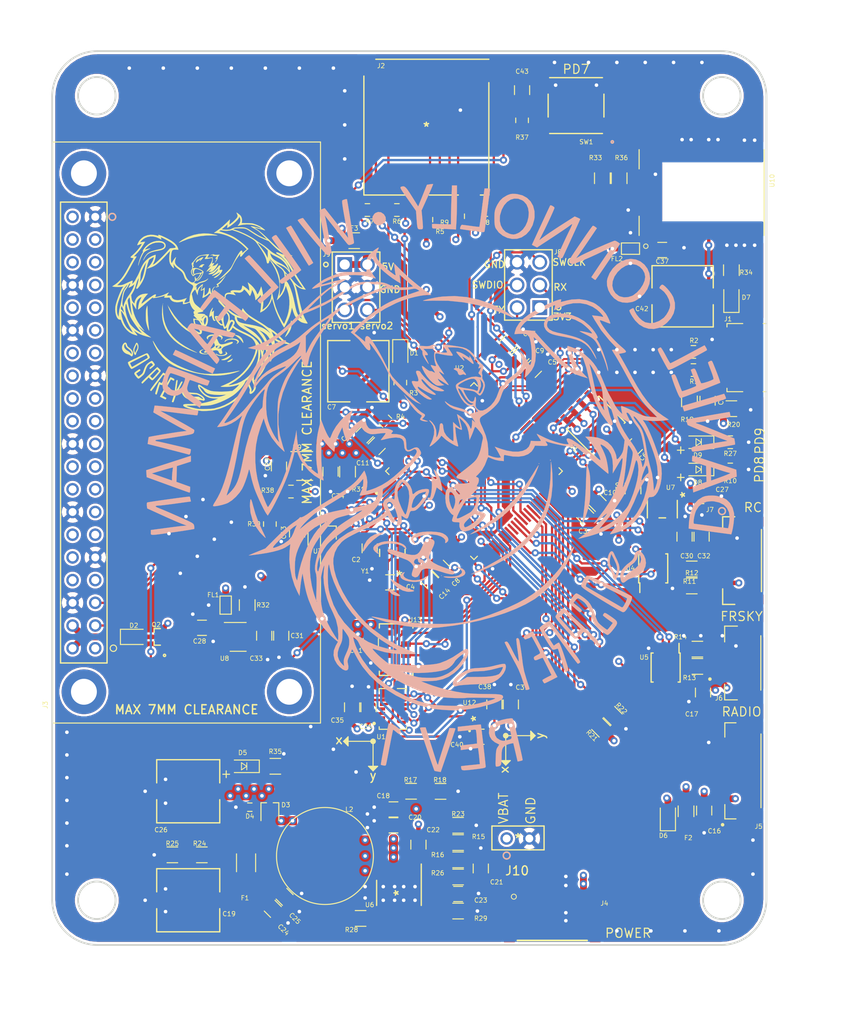
<source format=kicad_pcb>
(kicad_pcb (version 20171130) (host pcbnew "(5.1.5)-3")
  (layers (0 F.Cu signal) (1 In1.Cu power hide) (2 In2.Cu power hide) (31 B.Cu signal hide) (34 B.Paste user hide) (35 F.Paste user hide) (36 B.SilkS user) (37 F.SilkS user) (38 B.Mask user hide) (39 F.Mask user hide) (44 Edge.Cuts user))
  (net 0 "")
  (net 1 GND)
  (net 2 /VDD_5V_USB)
  (net 3 "Net-(C2-Pad1)")
  (net 4 "Net-(C3-Pad1)")
  (net 5 "Net-(C4-Pad2)")
  (net 6 "Net-(C5-Pad1)")
  (net 7 /VDD_3V3_STM)
  (net 8 "Net-(C7-Pad1)")
  (net 9 /VDD_5V_RADIO)
  (net 10 /VBAT)
  (net 11 "Net-(C19-Pad1)")
  (net 12 "Net-(C21-Pad1)")
  (net 13 "Net-(C22-Pad1)")
  (net 14 "Net-(C22-Pad2)")
  (net 15 "Net-(C23-Pad1)")
  (net 16 /Power/VDD_5V_BUCK)
  (net 17 /VDD_5V_IN)
  (net 18 "Net-(C28-Pad1)")
  (net 19 /VDD_3V3_SENSORS)
  (net 20 "Net-(C40-Pad1)")
  (net 21 "Net-(D1-Pad2)")
  (net 22 "Net-(D2-Pad1)")
  (net 23 "Net-(D5-Pad1)")
  (net 24 "Net-(D6-Pad1)")
  (net 25 /VDD_5V_AUX)
  (net 26 "Net-(J1-Pad4)")
  (net 27 "Net-(J1-Pad3)")
  (net 28 "Net-(J1-Pad2)")
  (net 29 /SDIO_D2)
  (net 30 /SDIO_D3)
  (net 31 /SDIO_CMD)
  (net 32 /SDIO_CK)
  (net 33 /SDIO_D0)
  (net 34 /SDIO_D1)
  (net 35 "Net-(J2-Pad9)")
  (net 36 "Net-(J2-Pad10)")
  (net 37 "Net-(J2-Pad12)")
  (net 38 "Net-(J2-Pad11)")
  (net 39 "Net-(J3-Pad1)")
  (net 40 /RASPI_I2C1_SDA)
  (net 41 /RASPI_I2C1_SCL)
  (net 42 "Net-(J3-Pad8)")
  (net 43 "Net-(J3-Pad7)")
  (net 44 "Net-(J3-Pad10)")
  (net 45 "Net-(J3-Pad12)")
  (net 46 "Net-(J3-Pad11)")
  (net 47 "Net-(J3-Pad13)")
  (net 48 "Net-(J3-Pad16)")
  (net 49 "Net-(J3-Pad15)")
  (net 50 "Net-(J3-Pad18)")
  (net 51 "Net-(J3-Pad17)")
  (net 52 "Net-(J3-Pad19)")
  (net 53 "Net-(J3-Pad22)")
  (net 54 "Net-(J3-Pad21)")
  (net 55 "Net-(J3-Pad24)")
  (net 56 "Net-(J3-Pad23)")
  (net 57 "Net-(J3-Pad26)")
  (net 58 "Net-(J3-Pad28)")
  (net 59 "Net-(J3-Pad27)")
  (net 60 "Net-(J3-Pad29)")
  (net 61 "Net-(J3-Pad32)")
  (net 62 "Net-(J3-Pad31)")
  (net 63 "Net-(J3-Pad33)")
  (net 64 "Net-(J3-Pad36)")
  (net 65 "Net-(J3-Pad35)")
  (net 66 "Net-(J3-Pad38)")
  (net 67 "Net-(J3-Pad37)")
  (net 68 "Net-(J3-Pad40)")
  (net 69 /ESC_TLM)
  (net 70 /ESC_Current_Sense)
  (net 71 /FMU_CH1)
  (net 72 /FMU_CH2)
  (net 73 /FMU_CH3)
  (net 74 /FMU_CH4)
  (net 75 /FMU_USART2_RTS)
  (net 76 /FMU_USART2_CTS)
  (net 77 /FMU_USART2_RX)
  (net 78 /FMU_USART2_TX)
  (net 79 /CONNECTORS/rx_frsky)
  (net 80 /CONNECTORS/tx_frsky)
  (net 81 /VDD_3V3_RADIO)
  (net 82 "Net-(J7-Pad3)")
  (net 83 /CONNECTORS/rc_in)
  (net 84 /SWCLK)
  (net 85 /SWDIO)
  (net 86 /FMU_UART7_RX)
  (net 87 /FMU_UART7_TX)
  (net 88 /SERVO_CH1_GPIO)
  (net 89 /SERVO_CH2_GPIO)
  (net 90 /RPI_POWER_CTRL)
  (net 91 "Net-(R4-Pad1)")
  (net 92 /RSSI_IN)
  (net 93 "Net-(R12-Pad2)")
  (net 94 "Net-(R13-Pad1)")
  (net 95 "Net-(R14-Pad1)")
  (net 96 "Net-(R15-Pad1)")
  (net 97 /VBAT_SENSE)
  (net 98 /VDD_USB_VALID)
  (net 99 /VDD_5V_SENSE)
  (net 100 "Net-(R23-Pad1)")
  (net 101 /VDD_BUCK_VALID)
  (net 102 /Power/vsense)
  (net 103 /VDD_3V3_RADIO_EN)
  (net 104 /GPS_USART6_RX)
  (net 105 "Net-(R33-Pad2)")
  (net 106 /GPS_USART6_TX)
  (net 107 "Net-(R36-Pad1)")
  (net 108 /FRAM_SCK)
  (net 109 /FRAM_MOSI)
  (net 110 /FRAM_MISO)
  (net 111 /FRAM_CS)
  (net 112 /RC_INPUT_USART1_RX)
  (net 113 /RC_OUTPUT_USART1_TX)
  (net 114 /SBUS_INV)
  (net 115 /FrSky_INV)
  (net 116 /FMU_USART8_TX)
  (net 117 /FMU_USART8_RX)
  (net 118 "Net-(U7-Pad4)")
  (net 119 "Net-(U8-Pad4)")
  (net 120 /VDD_3V3_SENSORS_EN)
  (net 121 "Net-(U9-Pad4)")
  (net 122 /Sensors/RF_SIGNALS)
  (net 123 "Net-(U10-Pad20)")
  (net 124 "Net-(U10-Pad23)")
  (net 125 "Net-(U10-Pad24)")
  (net 126 "Net-(U10-Pad7)")
  (net 127 "Net-(U10-Pad6)")
  (net 128 "Net-(U10-Pad3)")
  (net 129 "Net-(U10-Pad2)")
  (net 130 "Net-(U10-Pad30)")
  (net 131 "Net-(U10-Pad28)")
  (net 132 "Net-(U10-Pad29)")
  (net 133 /IMU_GYRO_CS)
  (net 134 "Net-(U11-Pad2)")
  (net 135 "Net-(U11-Pad1)")
  (net 136 /ACCEL_DRDY)
  (net 137 /SENSOR_MISO)
  (net 138 /IMU_ACCEL_CS)
  (net 139 "Net-(U11-Pad13)")
  (net 140 /GYRO_DRDY)
  (net 141 /SENSOR_MOSI)
  (net 142 /SENSOR_SCK)
  (net 143 "Net-(U12-Pad7)")
  (net 144 /MAG_DRDY)
  (net 145 /MAG_CS)
  (net 146 "Net-(U12-Pad12)")
  (net 147 /BARO_CS)
  (net 148 "Net-(U13-Pad4)")
  (net 149 /~RST)
  (net 150 "Net-(U2-Pad68)")
  (net 151 "Net-(U2-Pad67)")
  (net 152 "Net-(U2-Pad61)")
  (net 153 "Net-(U2-Pad60)")
  (net 154 "Net-(U2-Pad59)")
  (net 155 "Net-(U2-Pad58)")
  (net 156 "Net-(U2-Pad52)")
  (net 157 "Net-(U2-Pad23)")
  (net 158 "Net-(U2-Pad9)")
  (net 159 "Net-(U2-Pad1)")
  (net 160 "Net-(U2-Pad90)")
  (net 161 "Net-(U2-Pad48)")
  (net 162 "Net-(U2-Pad33)")
  (net 163 /Sensors/GPS_VCC)
  (net 164 /Sensors/V_BCKP)
  (net 165 "Net-(D2-Pad2)")
  (net 166 "Net-(D7-Pad2)")
  (net 167 "Net-(J1-Pad6)")
  (net 168 /OTG_FS_D_N)
  (net 169 /OTG_FS_D_P)
  (net 170 /DEBUG_LED_1)
  (net 171 /DEBUG_LED_2)
  (net 172 "Net-(U2-Pad4)")
  (net 173 "Net-(U2-Pad15)")
  (net 174 "Net-(U2-Pad7)")
  (net 175 "Net-(U2-Pad77)")
  (net 176 "Net-(U2-Pad62)")
  (net 177 "Net-(U2-Pad89)")
  (net 178 "Net-(U2-Pad35)")
  (net 179 "Net-(U2-Pad16)")
  (net 180 "Net-(D8-Pad1)")
  (net 181 "Net-(D9-Pad1)")
  (net 182 /SWITCH)
  (net 183 "Net-(R37-Pad2)")
  (module Connectors_USB:USB_Micro-B_Molex_47346-0001 (layer F.Cu) (at 157.988 94.742 90)
    (fp_text reference J1 (at 4.318 -2.794) (layer F.SilkS) (effects (font (size 0.508 0.508) (thickness 0.0762))))
    (fp_text value Micro_USB)
    (pad 1 smd rect (at -1.3 -2.66 90) (size 0.45 1.38) (layers F.Cu F.Paste F.Mask) (net 2 /VDD_5V_USB))
    (pad 2 smd rect (at -0.65 -2.66 90) (size 0.45 1.38) (layers F.Cu F.Paste F.Mask) (net 28 "Net-(J1-Pad2)"))
    (pad 3 smd rect (at 0 -2.66 90) (size 0.45 1.38) (layers F.Cu F.Paste F.Mask) (net 27 "Net-(J1-Pad3)"))
    (pad 4 smd rect (at 0.65 -2.66 90) (size 0.45 1.38) (layers F.Cu F.Paste F.Mask) (net 26 "Net-(J1-Pad4)"))
    (pad 5 smd rect (at 1.3 -2.66 90) (size 0.45 1.38) (layers F.Cu F.Paste F.Mask) (net 1 GND))
    (pad 6 smd rect (at -2.4625 -2.3 90) (size 1.475 2.1) (layers F.Cu F.Paste F.Mask) (net 167 "Net-(J1-Pad6)"))
    (pad 6 smd rect (at 2.4625 -2.3 90) (size 1.475 2.1) (layers F.Cu F.Paste F.Mask) (net 167 "Net-(J1-Pad6)"))
    (pad 6 smd rect (at -2.91 0 90) (size 2.375 1.9) (layers F.Cu F.Paste F.Mask) (net 167 "Net-(J1-Pad6)"))
    (pad 6 smd rect (at 2.91 0 90) (size 2.375 1.9) (layers F.Cu F.Paste F.Mask) (net 167 "Net-(J1-Pad6)"))
    (pad 6 smd rect (at -0.84 0 90) (size 1.175 1.9) (layers F.Cu F.Paste F.Mask) (net 167 "Net-(J1-Pad6)"))
    (pad 6 smd rect (at 0.84 0 90) (size 1.175 1.9) (layers F.Cu F.Paste F.Mask) (net 167 "Net-(J1-Pad6)"))
  )
  (module drone_footprints:osprey_bitmap2 (layer B.Cu) (at 123.063 107.823 180)
    (fp_text reference G*** hide)
    (fp_text value LOGO hide)
  )
  (module drone_footprints:osprey_bitmap3 (layer F.Cu) (at 97.155 89.408)
    (fp_text reference G*** hide)
    (fp_text value LOGO hide)
  )
  (module drone_footprints:SM05B-GHS-TBLFSN (layer F.Cu) (at 156.7688 117.4496 90)
    (fp_text reference J7 (at 5.6896 -3.6068 180) (layer F.SilkS) (effects (font (size 0.508 0.508) (thickness 0.0762))))
    (fp_text value JST_GH_5_RA hide)
    (pad 5 smd rect (at 2.5 -2.244598 90) (size 0.6604 1.8034) (layers F.Cu F.Paste F.Mask) (net 1 GND))
    (pad 4 smd rect (at 1.25 -2.244598 90) (size 0.6604 1.8034) (layers F.Cu F.Paste F.Mask) (net 81 /VDD_3V3_RADIO))
    (pad 3 smd rect (at 0 -2.244598 90) (size 0.6604 1.8034) (layers F.Cu F.Paste F.Mask) (net 82 "Net-(J7-Pad3)"))
    (pad 2 smd rect (at -1.25 -2.244598 90) (size 0.6604 1.8034) (layers F.Cu F.Paste F.Mask) (net 83 /CONNECTORS/rc_in))
    (pad 1 smd rect (at -2.5 -2.244598 90) (size 0.6604 1.8034) (layers F.Cu F.Paste F.Mask) (net 9 /VDD_5V_RADIO))
    (pad "" smd rect (at -4.350001 0.955403 90) (size 1.0922 2.879999) (layers F.Cu F.Paste F.Mask))
    (pad "" smd rect (at 4.350001 0.955403 90) (size 1.0922 2.879999) (layers F.Cu F.Paste F.Mask))
  )
  (module drone_footprints:BMI088 (layer F.Cu) (at 117.65788 134.04342 90)
    (fp_text reference U11 (at -3.11658 -1.07188 180) (layer F.SilkS) (effects (font (size 0.508 0.508) (thickness 0.0762))))
    (fp_text value BMI088 hide)
    (pad 7 smd rect (at 1.5 -1.16 90) (size 0.35 0.58) (layers F.Cu F.Paste F.Mask) (net 1 GND))
    (pad 6 smd rect (at 1 -1.16 90) (size 0.35 0.58) (layers F.Cu F.Paste F.Mask) (net 1 GND))
    (pad 5 smd rect (at 0.5 -1.16 90) (size 0.35 0.58) (layers F.Cu F.Paste F.Mask) (net 133 /IMU_GYRO_CS))
    (pad 4 smd rect (at 0 -1.16 90) (size 0.35 0.58) (layers F.Cu F.Paste F.Mask) (net 1 GND))
    (pad 3 smd rect (at -0.5 -1.16 90) (size 0.35 0.58) (layers F.Cu F.Paste F.Mask) (net 19 /VDD_3V3_SENSORS))
    (pad 2 smd rect (at -1 -1.16 90) (size 0.35 0.58) (layers F.Cu F.Paste F.Mask) (net 134 "Net-(U11-Pad2)"))
    (pad 1 smd rect (at -1.5 -1.16 90) (size 0.35 0.58) (layers F.Cu F.Paste F.Mask) (net 135 "Net-(U11-Pad1)"))
    (pad 16 smd rect (at -1.91 0 90) (size 0.58 0.35) (layers F.Cu F.Paste F.Mask) (net 136 /ACCEL_DRDY))
    (pad 15 smd rect (at -1.5 1.16 90) (size 0.35 0.58) (layers F.Cu F.Paste F.Mask) (net 137 /SENSOR_MISO))
    (pad 14 smd rect (at -1 1.16 90) (size 0.35 0.58) (layers F.Cu F.Paste F.Mask) (net 138 /IMU_ACCEL_CS))
    (pad 13 smd rect (at -0.5 1.16 90) (size 0.35 0.58) (layers F.Cu F.Paste F.Mask) (net 139 "Net-(U11-Pad13)"))
    (pad 12 smd rect (at 0 1.16 90) (size 0.35 0.58) (layers F.Cu F.Paste F.Mask) (net 140 /GYRO_DRDY))
    (pad 11 smd rect (at 0.5 1.16 90) (size 0.35 0.58) (layers F.Cu F.Paste F.Mask) (net 19 /VDD_3V3_SENSORS))
    (pad 10 smd rect (at 1 1.16 90) (size 0.35 0.58) (layers F.Cu F.Paste F.Mask) (net 137 /SENSOR_MISO))
    (pad 9 smd rect (at 1.5 1.16 90) (size 0.35 0.58) (layers F.Cu F.Paste F.Mask) (net 141 /SENSOR_MOSI))
    (pad 8 smd rect (at 1.91 0 90) (size 0.58 0.35) (layers F.Cu F.Paste F.Mask) (net 142 /SENSOR_SCK))
  )
  (module Resistors_SMD:R_0805 (layer F.Cu) (at 142.3035 134.8105 315)
    (fp_text reference R22 (at 0.089803 -1.257236 135) (layer F.SilkS) (effects (font (size 0.508 0.508) (thickness 0.0762))))
    (fp_text value R_10K)
    (pad 1 smd rect (at -0.95 0 315) (size 0.7 1.3) (layers F.Cu F.Paste F.Mask) (net 99 /VDD_5V_SENSE))
    (pad 2 smd rect (at 0.95 0 315) (size 0.7 1.3) (layers F.Cu F.Paste F.Mask) (net 1 GND))
  )
  (module Capacitors_SMD:C_0805 (layer F.Cu) (at 113.0935 133.858 270)
    (fp_text reference C35 (at 1.4605 1.651 180) (layer F.SilkS) (effects (font (size 0.508 0.508) (thickness 0.0762))))
    (fp_text value C_0u1)
    (pad 1 smd rect (at -1 0 270) (size 1 1.25) (layers F.Cu F.Paste F.Mask) (net 1 GND))
    (pad 2 smd rect (at 1 0 270) (size 1 1.25) (layers F.Cu F.Paste F.Mask) (net 19 /VDD_3V3_SENSORS))
  )
  (module Resistors_SMD:R_0805 (layer F.Cu) (at 112.5855 107.5055 270)
    (fp_text reference R31 (at 1.9685 -1.2065 180) (layer F.SilkS) (effects (font (size 0.508 0.508) (thickness 0.0762))))
    (fp_text value R_220)
    (pad 1 smd rect (at -0.95 0 270) (size 0.7 1.3) (layers F.Cu F.Paste F.Mask) (net 7 /VDD_3V3_STM))
    (pad 2 smd rect (at 0.95 0 270) (size 0.7 1.3) (layers F.Cu F.Paste F.Mask) (net 1 GND))
  )
  (module drone_footprints:CAM_M8Q_0 (layer F.Cu) (at 152.24084 76.27802 270)
    (fp_text reference U10 (at -1.326775 -7.895505 90) (layer F.SilkS) (effects (font (size 0.508 0.508) (thickness 0.0762))))
    (fp_text value CAM-M8Q-0 hide)
    (pad 29 smd rect (at 0 6.6 270) (size 0.7 1.5) (layers F.Cu F.Paste F.Mask) (net 132 "Net-(U10-Pad29)"))
    (pad 28 smd rect (at -1 6.6 270) (size 0.7 1.5) (layers F.Cu F.Paste F.Mask) (net 131 "Net-(U10-Pad28)"))
    (pad 30 smd rect (at 1 6.6 270) (size 0.7 1.5) (layers F.Cu F.Paste F.Mask) (net 130 "Net-(U10-Pad30)"))
    (pad 31 smd rect (at 2 6.6 270) (size 0.7 1.5) (layers F.Cu F.Paste F.Mask) (net 1 GND))
    (pad 27 smd rect (at -2 6.6 270) (size 0.7 1.5) (layers F.Cu F.Paste F.Mask) (net 1 GND))
    (pad 1 smd rect (at 4.4 6.2 270) (size 1.5 0.7) (layers F.Cu F.Paste F.Mask) (net 163 /Sensors/GPS_VCC))
    (pad 2 smd rect (at 4.4 5.2 270) (size 1.5 0.7) (layers F.Cu F.Paste F.Mask) (net 129 "Net-(U10-Pad2)"))
    (pad 3 smd rect (at 4.4 4.2 270) (size 1.5 0.7) (layers F.Cu F.Paste F.Mask) (net 128 "Net-(U10-Pad3)"))
    (pad 4 smd rect (at 4.4 3.2 270) (size 1.5 0.7) (layers F.Cu F.Paste F.Mask) (net 1 GND))
    (pad 5 smd rect (at 4.4 2.2 270) (size 1.5 0.7) (layers F.Cu F.Paste F.Mask) (net 1 GND))
    (pad 6 smd rect (at 4.4 1.2 270) (size 1.5 0.7) (layers F.Cu F.Paste F.Mask) (net 127 "Net-(U10-Pad6)"))
    (pad 7 smd rect (at 4.4 0.2 270) (size 1.5 0.7) (layers F.Cu F.Paste F.Mask) (net 126 "Net-(U10-Pad7)"))
    (pad 8 smd rect (at 4.4 -0.8 270) (size 1.5 0.7) (layers F.Cu F.Paste F.Mask) (net 164 /Sensors/V_BCKP))
    (pad 9 smd rect (at 4.4 -1.8 270) (size 1.5 0.7) (layers F.Cu F.Paste F.Mask) (net 163 /Sensors/GPS_VCC))
    (pad 10 smd rect (at 4.4 -2.8 270) (size 1.5 0.7) (layers F.Cu F.Paste F.Mask) (net 1 GND))
    (pad 11 smd rect (at 4.4 -3.8 270) (size 1.5 0.7) (layers F.Cu F.Paste F.Mask) (net 1 GND))
    (pad 12 smd rect (at 4.4 -4.8 270) (size 1.5 0.7) (layers F.Cu F.Paste F.Mask) (net 1 GND))
    (pad 26 smd rect (at -4.4 6.2 270) (size 1.5 0.7) (layers F.Cu F.Paste F.Mask) (net 105 "Net-(R33-Pad2)"))
    (pad 25 smd rect (at -4.4 5.2 270) (size 1.5 0.7) (layers F.Cu F.Paste F.Mask) (net 107 "Net-(R36-Pad1)"))
    (pad 24 smd rect (at -4.4 4.2 270) (size 1.5 0.7) (layers F.Cu F.Paste F.Mask) (net 125 "Net-(U10-Pad24)"))
    (pad 23 smd rect (at -4.4 3.2 270) (size 1.5 0.7) (layers F.Cu F.Paste F.Mask) (net 124 "Net-(U10-Pad23)"))
    (pad 22 smd rect (at -4.4 2.2 270) (size 1.5 0.7) (layers F.Cu F.Paste F.Mask) (net 1 GND))
    (pad 21 smd rect (at -4.4 1.2 270) (size 1.5 0.7) (layers F.Cu F.Paste F.Mask) (net 1 GND))
    (pad 20 smd rect (at -4.4 0.2 270) (size 1.5 0.7) (layers F.Cu F.Paste F.Mask) (net 123 "Net-(U10-Pad20)"))
    (pad 19 smd rect (at -4.4 -0.8 270) (size 1.5 0.7) (layers F.Cu F.Paste F.Mask) (net 1 GND))
    (pad 18 smd rect (at -4.4 -1.8 270) (size 1.5 0.7) (layers F.Cu F.Paste F.Mask) (net 1 GND))
    (pad 17 smd rect (at -4.4 -2.8 270) (size 1.5 0.7) (layers F.Cu F.Paste F.Mask) (net 122 /Sensors/RF_SIGNALS))
    (pad 16 smd rect (at -4.4 -3.8 270) (size 1.5 0.7) (layers F.Cu F.Paste F.Mask) (net 122 /Sensors/RF_SIGNALS))
    (pad 15 smd rect (at -4.4 -4.8 270) (size 1.5 0.7) (layers F.Cu F.Paste F.Mask) (net 1 GND))
    (pad 14 smd rect (at -4.4 -5.95 270) (size 1.5 1) (layers F.Cu F.Paste F.Mask) (net 1 GND))
    (pad 13 smd rect (at 4.4 -5.95 270) (size 1.5 1) (layers F.Cu F.Paste F.Mask) (net 1 GND))
  )
  (module drone_footprints:UWT0G221MCL6GS (layer F.Cu) (at 150.114 87.884 180)
    (fp_text reference C42 (at 4.572 -1.397) (layer F.SilkS) (effects (font (size 0.508 0.508) (thickness 0.0762))))
    (fp_text value C_220u hide)
    (pad 1 smd rect (at -2.7051 0 180) (size 2.9972 1.2192) (layers F.Cu F.Paste F.Mask) (net 164 /Sensors/V_BCKP))
    (pad 2 smd rect (at 2.7051 0 180) (size 2.9972 1.2192) (layers F.Cu F.Paste F.Mask) (net 1 GND))
  )
  (module drone_footprints:QFP50P1600X1600X160-100N (layer F.Cu) (at 126.746 107.442 45)
    (fp_text reference U2 (at 7.0046 -9.303545 180) (layer F.SilkS) (effects (font (size 0.508 0.508) (thickness 0.0762))))
    (fp_text value STM32F427VITx)
    (pad 26 smd rect (at -6 7.68 45) (size 0.28 1.56) (layers F.Cu F.Paste F.Mask) (net 133 /IMU_GYRO_CS))
    (pad 27 smd rect (at -5.5 7.68 45) (size 0.28 1.56) (layers F.Cu F.Paste F.Mask) (net 1 GND))
    (pad 28 smd rect (at -5 7.68 45) (size 0.28 1.56) (layers F.Cu F.Paste F.Mask) (net 7 /VDD_3V3_STM))
    (pad 29 smd rect (at -4.5 7.68 45) (size 0.28 1.56) (layers F.Cu F.Paste F.Mask) (net 138 /IMU_ACCEL_CS))
    (pad 30 smd rect (at -4 7.68 45) (size 0.28 1.56) (layers F.Cu F.Paste F.Mask) (net 142 /SENSOR_SCK))
    (pad 31 smd rect (at -3.5 7.68 45) (size 0.28 1.56) (layers F.Cu F.Paste F.Mask) (net 137 /SENSOR_MISO))
    (pad 32 smd rect (at -3 7.68 45) (size 0.28 1.56) (layers F.Cu F.Paste F.Mask) (net 141 /SENSOR_MOSI))
    (pad 33 smd rect (at -2.5 7.68 45) (size 0.28 1.56) (layers F.Cu F.Paste F.Mask) (net 162 "Net-(U2-Pad33)"))
    (pad 34 smd rect (at -2 7.68 45) (size 0.28 1.56) (layers F.Cu F.Paste F.Mask) (net 103 /VDD_3V3_RADIO_EN))
    (pad 35 smd rect (at -1.5 7.68 45) (size 0.28 1.56) (layers F.Cu F.Paste F.Mask) (net 178 "Net-(U2-Pad35)"))
    (pad 36 smd rect (at -1 7.68 45) (size 0.28 1.56) (layers F.Cu F.Paste F.Mask) (net 114 /SBUS_INV))
    (pad 37 smd rect (at -0.5 7.68 45) (size 0.28 1.56) (layers F.Cu F.Paste F.Mask) (net 92 /RSSI_IN))
    (pad 38 smd rect (at 0 7.68 45) (size 0.28 1.56) (layers F.Cu F.Paste F.Mask) (net 86 /FMU_UART7_RX))
    (pad 39 smd rect (at 0.5 7.68 45) (size 0.28 1.56) (layers F.Cu F.Paste F.Mask) (net 87 /FMU_UART7_TX))
    (pad 40 smd rect (at 1 7.68 45) (size 0.28 1.56) (layers F.Cu F.Paste F.Mask) (net 74 /FMU_CH4))
    (pad 41 smd rect (at 1.5 7.68 45) (size 0.28 1.56) (layers F.Cu F.Paste F.Mask) (net 69 /ESC_TLM))
    (pad 42 smd rect (at 2 7.68 45) (size 0.28 1.56) (layers F.Cu F.Paste F.Mask) (net 73 /FMU_CH3))
    (pad 43 smd rect (at 2.5 7.68 45) (size 0.28 1.56) (layers F.Cu F.Paste F.Mask) (net 144 /MAG_DRDY))
    (pad 44 smd rect (at 3 7.68 45) (size 0.28 1.56) (layers F.Cu F.Paste F.Mask) (net 72 /FMU_CH2))
    (pad 45 smd rect (at 3.5 7.68 45) (size 0.28 1.56) (layers F.Cu F.Paste F.Mask) (net 71 /FMU_CH1))
    (pad 46 smd rect (at 4 7.68 45) (size 0.28 1.56) (layers F.Cu F.Paste F.Mask) (net 70 /ESC_Current_Sense))
    (pad 47 smd rect (at 4.5 7.68 45) (size 0.28 1.56) (layers F.Cu F.Paste F.Mask) (net 108 /FRAM_SCK))
    (pad 48 smd rect (at 5 7.68 45) (size 0.28 1.56) (layers F.Cu F.Paste F.Mask) (net 161 "Net-(U2-Pad48)"))
    (pad 49 smd rect (at 5.5 7.68 45) (size 0.28 1.56) (layers F.Cu F.Paste F.Mask) (net 4 "Net-(C3-Pad1)"))
    (pad 50 smd rect (at 6 7.68 45) (size 0.28 1.56) (layers F.Cu F.Paste F.Mask) (net 7 /VDD_3V3_STM))
    (pad 76 smd rect (at 6 -7.68 45) (size 0.28 1.56) (layers F.Cu F.Paste F.Mask) (net 84 /SWCLK))
    (pad 77 smd rect (at 5.5 -7.68 45) (size 0.28 1.56) (layers F.Cu F.Paste F.Mask) (net 175 "Net-(U2-Pad77)"))
    (pad 78 smd rect (at 5 -7.68 45) (size 0.28 1.56) (layers F.Cu F.Paste F.Mask) (net 29 /SDIO_D2))
    (pad 79 smd rect (at 4.5 -7.68 45) (size 0.28 1.56) (layers F.Cu F.Paste F.Mask) (net 30 /SDIO_D3))
    (pad 80 smd rect (at 4 -7.68 45) (size 0.28 1.56) (layers F.Cu F.Paste F.Mask) (net 32 /SDIO_CK))
    (pad 81 smd rect (at 3.5 -7.68 45) (size 0.28 1.56) (layers F.Cu F.Paste F.Mask) (net 88 /SERVO_CH1_GPIO))
    (pad 82 smd rect (at 3 -7.68 45) (size 0.28 1.56) (layers F.Cu F.Paste F.Mask) (net 89 /SERVO_CH2_GPIO))
    (pad 83 smd rect (at 2.5 -7.68 45) (size 0.28 1.56) (layers F.Cu F.Paste F.Mask) (net 31 /SDIO_CMD))
    (pad 84 smd rect (at 2 -7.68 45) (size 0.28 1.56) (layers F.Cu F.Paste F.Mask) (net 76 /FMU_USART2_CTS))
    (pad 85 smd rect (at 1.5 -7.68 45) (size 0.28 1.56) (layers F.Cu F.Paste F.Mask) (net 75 /FMU_USART2_RTS))
    (pad 86 smd rect (at 1 -7.68 45) (size 0.28 1.56) (layers F.Cu F.Paste F.Mask) (net 78 /FMU_USART2_TX))
    (pad 87 smd rect (at 0.5 -7.68 45) (size 0.28 1.56) (layers F.Cu F.Paste F.Mask) (net 77 /FMU_USART2_RX))
    (pad 88 smd rect (at 0 -7.68 45) (size 0.28 1.56) (layers F.Cu F.Paste F.Mask) (net 182 /SWITCH))
    (pad 89 smd rect (at -0.5 -7.68 45) (size 0.28 1.56) (layers F.Cu F.Paste F.Mask) (net 177 "Net-(U2-Pad89)"))
    (pad 90 smd rect (at -1 -7.68 45) (size 0.28 1.56) (layers F.Cu F.Paste F.Mask) (net 160 "Net-(U2-Pad90)"))
    (pad 91 smd rect (at -1.5 -7.68 45) (size 0.28 1.56) (layers F.Cu F.Paste F.Mask) (net 101 /VDD_BUCK_VALID))
    (pad 92 smd rect (at -2 -7.68 45) (size 0.28 1.56) (layers F.Cu F.Paste F.Mask) (net 113 /RC_OUTPUT_USART1_TX))
    (pad 93 smd rect (at -2.5 -7.68 45) (size 0.28 1.56) (layers F.Cu F.Paste F.Mask) (net 112 /RC_INPUT_USART1_RX))
    (pad 94 smd rect (at -3 -7.68 45) (size 0.28 1.56) (layers F.Cu F.Paste F.Mask) (net 91 "Net-(R4-Pad1)"))
    (pad 95 smd rect (at -3.5 -7.68 45) (size 0.28 1.56) (layers F.Cu F.Paste F.Mask) (net 41 /RASPI_I2C1_SCL))
    (pad 96 smd rect (at -4 -7.68 45) (size 0.28 1.56) (layers F.Cu F.Paste F.Mask) (net 40 /RASPI_I2C1_SDA))
    (pad 97 smd rect (at -4.5 -7.68 45) (size 0.28 1.56) (layers F.Cu F.Paste F.Mask) (net 117 /FMU_USART8_RX))
    (pad 98 smd rect (at -5 -7.68 45) (size 0.28 1.56) (layers F.Cu F.Paste F.Mask) (net 116 /FMU_USART8_TX))
    (pad 99 smd rect (at -5.5 -7.68 45) (size 0.28 1.56) (layers F.Cu F.Paste F.Mask) (net 1 GND))
    (pad 100 smd rect (at -6 -7.68 45) (size 0.28 1.56) (layers F.Cu F.Paste F.Mask) (net 7 /VDD_3V3_STM))
    (pad 1 smd rect (at -7.68 -6 45) (size 1.56 0.28) (layers F.Cu F.Paste F.Mask) (net 159 "Net-(U2-Pad1)"))
    (pad 2 smd rect (at -7.68 -5.5 45) (size 1.56 0.28) (layers F.Cu F.Paste F.Mask) (net 120 /VDD_3V3_SENSORS_EN))
    (pad 3 smd rect (at -7.68 -5 45) (size 1.56 0.28) (layers F.Cu F.Paste F.Mask) (net 145 /MAG_CS))
    (pad 4 smd rect (at -7.68 -4.5 45) (size 1.56 0.28) (layers F.Cu F.Paste F.Mask) (net 172 "Net-(U2-Pad4)"))
    (pad 5 smd rect (at -7.68 -4 45) (size 1.56 0.28) (layers F.Cu F.Paste F.Mask) (net 90 /RPI_POWER_CTRL))
    (pad 6 smd rect (at -7.68 -3.5 45) (size 1.56 0.28) (layers F.Cu F.Paste F.Mask) (net 8 "Net-(C7-Pad1)"))
    (pad 7 smd rect (at -7.68 -3 45) (size 1.56 0.28) (layers F.Cu F.Paste F.Mask) (net 174 "Net-(U2-Pad7)"))
    (pad 8 smd rect (at -7.68 -2.5 45) (size 1.56 0.28) (layers F.Cu F.Paste F.Mask) (net 136 /ACCEL_DRDY))
    (pad 9 smd rect (at -7.68 -2 45) (size 1.56 0.28) (layers F.Cu F.Paste F.Mask) (net 158 "Net-(U2-Pad9)"))
    (pad 10 smd rect (at -7.68 -1.5 45) (size 1.56 0.28) (layers F.Cu F.Paste F.Mask) (net 1 GND))
    (pad 11 smd rect (at -7.68 -1 45) (size 1.56 0.28) (layers F.Cu F.Paste F.Mask) (net 7 /VDD_3V3_STM))
    (pad 12 smd rect (at -7.68 -0.5 45) (size 1.56 0.28) (layers F.Cu F.Paste F.Mask) (net 3 "Net-(C2-Pad1)"))
    (pad 13 smd rect (at -7.68 0 45) (size 1.56 0.28) (layers F.Cu F.Paste F.Mask) (net 5 "Net-(C4-Pad2)"))
    (pad 14 smd rect (at -7.68 0.5 45) (size 1.56 0.28) (layers F.Cu F.Paste F.Mask) (net 149 /~RST))
    (pad 15 smd rect (at -7.68 1 45) (size 1.56 0.28) (layers F.Cu F.Paste F.Mask) (net 173 "Net-(U2-Pad15)"))
    (pad 16 smd rect (at -7.68 1.5 45) (size 1.56 0.28) (layers F.Cu F.Paste F.Mask) (net 179 "Net-(U2-Pad16)"))
    (pad 17 smd rect (at -7.68 2 45) (size 1.56 0.28) (layers F.Cu F.Paste F.Mask) (net 147 /BARO_CS))
    (pad 18 smd rect (at -7.68 2.5 45) (size 1.56 0.28) (layers F.Cu F.Paste F.Mask) (net 140 /GYRO_DRDY))
    (pad 19 smd rect (at -7.68 3 45) (size 1.56 0.28) (layers F.Cu F.Paste F.Mask) (net 7 /VDD_3V3_STM))
    (pad 20 smd rect (at -7.68 3.5 45) (size 1.56 0.28) (layers F.Cu F.Paste F.Mask) (net 1 GND))
    (pad 21 smd rect (at -7.68 4 45) (size 1.56 0.28) (layers F.Cu F.Paste F.Mask) (net 7 /VDD_3V3_STM))
    (pad 22 smd rect (at -7.68 4.5 45) (size 1.56 0.28) (layers F.Cu F.Paste F.Mask) (net 7 /VDD_3V3_STM))
    (pad 23 smd rect (at -7.68 5 45) (size 1.56 0.28) (layers F.Cu F.Paste F.Mask) (net 157 "Net-(U2-Pad23)"))
    (pad 24 smd rect (at -7.68 5.5 45) (size 1.56 0.28) (layers F.Cu F.Paste F.Mask) (net 99 /VDD_5V_SENSE))
    (pad 25 smd rect (at -7.68 6 45) (size 1.56 0.28) (layers F.Cu F.Paste F.Mask) (net 97 /VBAT_SENSE))
    (pad 51 smd rect (at 7.68 6 45) (size 1.56 0.28) (layers F.Cu F.Paste F.Mask) (net 98 /VDD_USB_VALID))
    (pad 52 smd rect (at 7.68 5.5 45) (size 1.56 0.28) (layers F.Cu F.Paste F.Mask) (net 156 "Net-(U2-Pad52)"))
    (pad 53 smd rect (at 7.68 5 45) (size 1.56 0.28) (layers F.Cu F.Paste F.Mask) (net 110 /FRAM_MISO))
    (pad 54 smd rect (at 7.68 4.5 45) (size 1.56 0.28) (layers F.Cu F.Paste F.Mask) (net 109 /FRAM_MOSI))
    (pad 55 smd rect (at 7.68 4 45) (size 1.56 0.28) (layers F.Cu F.Paste F.Mask) (net 170 /DEBUG_LED_1))
    (pad 56 smd rect (at 7.68 3.5 45) (size 1.56 0.28) (layers F.Cu F.Paste F.Mask) (net 171 /DEBUG_LED_2))
    (pad 57 smd rect (at 7.68 3 45) (size 1.56 0.28) (layers F.Cu F.Paste F.Mask) (net 111 /FRAM_CS))
    (pad 58 smd rect (at 7.68 2.5 45) (size 1.56 0.28) (layers F.Cu F.Paste F.Mask) (net 155 "Net-(U2-Pad58)"))
    (pad 59 smd rect (at 7.68 2 45) (size 1.56 0.28) (layers F.Cu F.Paste F.Mask) (net 154 "Net-(U2-Pad59)"))
    (pad 60 smd rect (at 7.68 1.5 45) (size 1.56 0.28) (layers F.Cu F.Paste F.Mask) (net 153 "Net-(U2-Pad60)"))
    (pad 61 smd rect (at 7.68 1 45) (size 1.56 0.28) (layers F.Cu F.Paste F.Mask) (net 152 "Net-(U2-Pad61)"))
    (pad 62 smd rect (at 7.68 0.5 45) (size 1.56 0.28) (layers F.Cu F.Paste F.Mask) (net 176 "Net-(U2-Pad62)"))
    (pad 63 smd rect (at 7.68 0 45) (size 1.56 0.28) (layers F.Cu F.Paste F.Mask) (net 106 /GPS_USART6_TX))
    (pad 64 smd rect (at 7.68 -0.5 45) (size 1.56 0.28) (layers F.Cu F.Paste F.Mask) (net 104 /GPS_USART6_RX))
    (pad 65 smd rect (at 7.68 -1 45) (size 1.56 0.28) (layers F.Cu F.Paste F.Mask) (net 33 /SDIO_D0))
    (pad 66 smd rect (at 7.68 -1.5 45) (size 1.56 0.28) (layers F.Cu F.Paste F.Mask) (net 34 /SDIO_D1))
    (pad 67 smd rect (at 7.68 -2 45) (size 1.56 0.28) (layers F.Cu F.Paste F.Mask) (net 151 "Net-(U2-Pad67)"))
    (pad 68 smd rect (at 7.68 -2.5 45) (size 1.56 0.28) (layers F.Cu F.Paste F.Mask) (net 150 "Net-(U2-Pad68)"))
    (pad 69 smd rect (at 7.68 -3 45) (size 1.56 0.28) (layers F.Cu F.Paste F.Mask) (net 115 /FrSky_INV))
    (pad 70 smd rect (at 7.68 -3.5 45) (size 1.56 0.28) (layers F.Cu F.Paste F.Mask) (net 168 /OTG_FS_D_N))
    (pad 71 smd rect (at 7.68 -4 45) (size 1.56 0.28) (layers F.Cu F.Paste F.Mask) (net 169 /OTG_FS_D_P))
    (pad 72 smd rect (at 7.68 -4.5 45) (size 1.56 0.28) (layers F.Cu F.Paste F.Mask) (net 85 /SWDIO))
    (pad 73 smd rect (at 7.68 -5 45) (size 1.56 0.28) (layers F.Cu F.Paste F.Mask) (net 6 "Net-(C5-Pad1)"))
    (pad 74 smd rect (at 7.68 -5.5 45) (size 1.56 0.28) (layers F.Cu F.Paste F.Mask) (net 1 GND))
    (pad 75 smd rect (at 7.68 -6 45) (size 1.56 0.28) (layers F.Cu F.Paste F.Mask) (net 7 /VDD_3V3_STM))
  )
  (module drone_footprints:rpi_zero_w (layer F.Cu) (at 83.058 103.124 90)
    (fp_text reference J3 (at -30.48 -4.318 90) (layer F.SilkS) (effects (font (size 0.508 0.508) (thickness 0.0762))))
    (fp_text value rpi_zero_w hide)
    (fp_text user "MAX 7MM CLEARANCE" (at -31 11.5) (layer F.SilkS))
    (fp_text user "MAX 7MM CLEARANCE" (at 0 25 90) (layer F.SilkS))
    (fp_text user "MAX 7MM CLEARANCE" (at -31 11.5) (layer F.SilkS))
    (pad "" thru_hole circle (at 29 23 90) (size 5 5) (drill 2.9) (layers *.Cu *.Mask))
    (pad "" thru_hole circle (at -29 23 90) (size 5 5) (drill 2.9) (layers *.Cu *.Mask))
    (pad "" thru_hole circle (at 29 0 90) (size 5 5) (drill 2.9) (layers *.Cu *.Mask))
    (pad "" thru_hole circle (at -29 0 90) (size 5 5) (drill 2.9) (layers *.Cu *.Mask))
    (pad 39 thru_hole circle (at 24.13 1.27 180) (size 1.397 1.397) (drill 0.889) (layers *.Cu *.Mask) (net 1 GND))
    (pad 40 thru_hole circle (at 24.13 -1.27 180) (size 1.397 1.397) (drill 0.889) (layers *.Cu *.Mask) (net 68 "Net-(J3-Pad40)"))
    (pad 37 thru_hole circle (at 21.59 1.27 180) (size 1.397 1.397) (drill 0.889) (layers *.Cu *.Mask) (net 67 "Net-(J3-Pad37)"))
    (pad 38 thru_hole circle (at 21.59 -1.27 180) (size 1.397 1.397) (drill 0.889) (layers *.Cu *.Mask) (net 66 "Net-(J3-Pad38)"))
    (pad 35 thru_hole circle (at 19.05 1.27 180) (size 1.397 1.397) (drill 0.889) (layers *.Cu *.Mask) (net 65 "Net-(J3-Pad35)"))
    (pad 36 thru_hole circle (at 19.05 -1.27 180) (size 1.397 1.397) (drill 0.889) (layers *.Cu *.Mask) (net 64 "Net-(J3-Pad36)"))
    (pad 33 thru_hole circle (at 16.51 1.27 180) (size 1.397 1.397) (drill 0.889) (layers *.Cu *.Mask) (net 63 "Net-(J3-Pad33)"))
    (pad 34 thru_hole circle (at 16.51 -1.27 180) (size 1.397 1.397) (drill 0.889) (layers *.Cu *.Mask) (net 1 GND))
    (pad 31 thru_hole circle (at 13.97 1.27 180) (size 1.397 1.397) (drill 0.889) (layers *.Cu *.Mask) (net 62 "Net-(J3-Pad31)"))
    (pad 32 thru_hole circle (at 13.97 -1.27 180) (size 1.397 1.397) (drill 0.889) (layers *.Cu *.Mask) (net 61 "Net-(J3-Pad32)"))
    (pad 29 thru_hole circle (at 11.43 1.27 180) (size 1.397 1.397) (drill 0.889) (layers *.Cu *.Mask) (net 60 "Net-(J3-Pad29)"))
    (pad 30 thru_hole circle (at 11.43 -1.27 180) (size 1.397 1.397) (drill 0.889) (layers *.Cu *.Mask) (net 1 GND))
    (pad 27 thru_hole circle (at 8.89 1.27 180) (size 1.397 1.397) (drill 0.889) (layers *.Cu *.Mask) (net 59 "Net-(J3-Pad27)"))
    (pad 28 thru_hole circle (at 8.89 -1.27 180) (size 1.397 1.397) (drill 0.889) (layers *.Cu *.Mask) (net 58 "Net-(J3-Pad28)"))
    (pad 25 thru_hole circle (at 6.35 1.27 270) (size 1.397 1.397) (drill 0.889) (layers *.Cu *.Mask) (net 1 GND))
    (pad 26 thru_hole circle (at 6.35 -1.27 180) (size 1.397 1.397) (drill 0.889) (layers *.Cu *.Mask) (net 57 "Net-(J3-Pad26)"))
    (pad 23 thru_hole circle (at 3.81 1.27 180) (size 1.397 1.397) (drill 0.889) (layers *.Cu *.Mask) (net 56 "Net-(J3-Pad23)"))
    (pad 24 thru_hole circle (at 3.81 -1.27 180) (size 1.397 1.397) (drill 0.889) (layers *.Cu *.Mask) (net 55 "Net-(J3-Pad24)"))
    (pad 21 thru_hole circle (at 1.27 1.27 180) (size 1.397 1.397) (drill 0.889) (layers *.Cu *.Mask) (net 54 "Net-(J3-Pad21)"))
    (pad 22 thru_hole circle (at 1.27 -1.27 180) (size 1.397 1.397) (drill 0.889) (layers *.Cu *.Mask) (net 53 "Net-(J3-Pad22)"))
    (pad 19 thru_hole circle (at -1.27 1.27 180) (size 1.397 1.397) (drill 0.889) (layers *.Cu *.Mask) (net 52 "Net-(J3-Pad19)"))
    (pad 20 thru_hole circle (at -1.27 -1.27 180) (size 1.397 1.397) (drill 0.889) (layers *.Cu *.Mask) (net 1 GND))
    (pad 17 thru_hole circle (at -3.81 1.27 180) (size 1.397 1.397) (drill 0.889) (layers *.Cu *.Mask) (net 51 "Net-(J3-Pad17)"))
    (pad 18 thru_hole circle (at -3.81 -1.27 180) (size 1.397 1.397) (drill 0.889) (layers *.Cu *.Mask) (net 50 "Net-(J3-Pad18)"))
    (pad 15 thru_hole circle (at -6.35 1.27 180) (size 1.397 1.397) (drill 0.889) (layers *.Cu *.Mask) (net 49 "Net-(J3-Pad15)"))
    (pad 16 thru_hole circle (at -6.35 -1.27 180) (size 1.397 1.397) (drill 0.889) (layers *.Cu *.Mask) (net 48 "Net-(J3-Pad16)"))
    (pad 13 thru_hole circle (at -8.89 1.27 180) (size 1.397 1.397) (drill 0.889) (layers *.Cu *.Mask) (net 47 "Net-(J3-Pad13)"))
    (pad 14 thru_hole circle (at -8.89 -1.27 180) (size 1.397 1.397) (drill 0.889) (layers *.Cu *.Mask) (net 1 GND))
    (pad 11 thru_hole circle (at -11.43 1.27 180) (size 1.397 1.397) (drill 0.889) (layers *.Cu *.Mask) (net 46 "Net-(J3-Pad11)"))
    (pad 12 thru_hole circle (at -11.43 -1.27 180) (size 1.397 1.397) (drill 0.889) (layers *.Cu *.Mask) (net 45 "Net-(J3-Pad12)"))
    (pad 9 thru_hole circle (at -13.97 1.27 180) (size 1.397 1.397) (drill 0.889) (layers *.Cu *.Mask) (net 1 GND))
    (pad 10 thru_hole circle (at -13.97 -1.27 180) (size 1.397 1.397) (drill 0.889) (layers *.Cu *.Mask) (net 44 "Net-(J3-Pad10)"))
    (pad 7 thru_hole circle (at -16.51 1.27 180) (size 1.397 1.397) (drill 0.889) (layers *.Cu *.Mask) (net 43 "Net-(J3-Pad7)"))
    (pad 8 thru_hole circle (at -16.51 -1.27 180) (size 1.397 1.397) (drill 0.889) (layers *.Cu *.Mask) (net 42 "Net-(J3-Pad8)"))
    (pad 5 thru_hole circle (at -19.05 1.27 180) (size 1.397 1.397) (drill 0.889) (layers *.Cu *.Mask) (net 41 /RASPI_I2C1_SCL))
    (pad 6 thru_hole circle (at -19.05 -1.27 180) (size 1.397 1.397) (drill 0.889) (layers *.Cu *.Mask) (net 1 GND))
    (pad 3 thru_hole circle (at -21.59 1.27 180) (size 1.397 1.397) (drill 0.889) (layers *.Cu *.Mask) (net 40 /RASPI_I2C1_SDA))
    (pad 4 thru_hole circle (at -21.59 -1.27 180) (size 1.397 1.397) (drill 0.889) (layers *.Cu *.Mask) (net 22 "Net-(D2-Pad1)"))
    (pad 1 thru_hole circle (at -24.13 1.27 180) (size 1.397 1.397) (drill 0.889) (layers *.Cu *.Mask) (net 39 "Net-(J3-Pad1)"))
    (pad 2 thru_hole circle (at -24.13 -1.27 180) (size 1.397 1.397) (drill 0.889) (layers *.Cu *.Mask) (net 22 "Net-(D2-Pad1)"))
  )
  (module drone_footprints:SOT1061 (layer F.Cu) (at 103.886 145.542)
    (fp_text reference D3 (at 1.778 -0.762) (layer F.SilkS) (effects (font (size 0.508 0.508) (thickness 0.0762))))
    (fp_text value D_Schottky_x2_20V hide)
    (fp_poly (pts (xy 0.8 0.3) (xy -0.8 0.3) (xy -0.8 -0.8) (xy -0.2 -0.8) (xy -0.2 -1.05) (xy 0.2 -1.05) (xy 0.2 -0.8) (xy 0.8 -0.8)) (layer F.Cu) (width 0))
    (pad 3 smd rect (at 0 -0.8128) (size 0.4 0.5) (layers F.Cu F.Paste) (net 17 /VDD_5V_IN))
    (pad 1 smd rect (at -0.65 0.8) (size 0.4 0.5) (layers F.Cu F.Paste) (net 11 "Net-(C19-Pad1)"))
    (pad 2 smd rect (at 0.65 0.8) (size 0.4 0.5) (layers F.Cu F.Paste) (net 2 /VDD_5V_USB))
    (pad 3 smd rect (at 0 -0.875) (size 0 0) (layers F.Cu) (net 17 /VDD_5V_IN))
  )
  (module drone_footprints:TPS54335ADDA (layer F.Cu) (at 118.34114 154.62504 270)
    (fp_text reference U6 (at 1.33096 3.27914) (layer F.SilkS) (effects (font (size 0.508 0.508) (thickness 0.0762))))
    (fp_text value Buck_Converter_2 hide)
    (fp_text user * (at 0 0 90) (layer F.SilkS))
    (fp_text user * (at 0 0 90) (layer F.SilkS))
    (pad 9 smd rect (at 0 0 270) (size 2.949999 4.900001) (layers F.Cu F.Paste F.Mask) (net 1 GND))
    (pad 8 smd rect (at 2.724998 -1.905) (size 0.599999 1.45) (layers F.Cu F.Paste F.Mask) (net 100 "Net-(R23-Pad1)"))
    (pad 7 smd rect (at 2.724998 -0.635) (size 0.599999 1.45) (layers F.Cu F.Paste F.Mask) (net 96 "Net-(R15-Pad1)"))
    (pad 6 smd rect (at 2.724998 0.635) (size 0.599999 1.45) (layers F.Cu F.Paste F.Mask) (net 15 "Net-(C23-Pad1)"))
    (pad 5 smd rect (at 2.724998 1.905) (size 0.599999 1.45) (layers F.Cu F.Paste F.Mask) (net 102 /Power/vsense))
    (pad 4 smd rect (at -2.725001 1.905) (size 0.599999 1.45) (layers F.Cu F.Paste F.Mask) (net 1 GND))
    (pad 3 smd rect (at -2.725001 0.635) (size 0.599999 1.45) (layers F.Cu F.Paste F.Mask) (net 13 "Net-(C22-Pad1)"))
    (pad 2 smd rect (at -2.725001 -0.635) (size 0.599999 1.45) (layers F.Cu F.Paste F.Mask) (net 10 /VBAT))
    (pad 1 smd rect (at -2.725001 -1.905) (size 0.599999 1.45) (layers F.Cu F.Paste F.Mask) (net 14 "Net-(C22-Pad2)"))
  )
  (module Capacitors_SMD:C_0805 (layer F.Cu) (at 104.212107 156.409107 315)
    (fp_text reference C24 (at 2.5023 0.808223 135) (layer F.SilkS) (effects (font (size 0.508 0.508) (thickness 0.0762))))
    (fp_text value C_47u)
    (pad 1 smd rect (at -1 0 315) (size 1 1.25) (layers F.Cu F.Paste F.Mask) (net 16 /Power/VDD_5V_BUCK))
    (pad 2 smd rect (at 1 0 315) (size 1 1.25) (layers F.Cu F.Paste F.Mask) (net 1 GND))
  )
  (module drone_footprints:UWT0G221MCL6GS (layer F.Cu) (at 113.792 96.266 90)
    (fp_text reference C7 (at -4.0132 -2.9972 180) (layer F.SilkS) (effects (font (size 0.508 0.508) (thickness 0.0762))))
    (fp_text value C_220u hide)
    (pad 1 smd rect (at -2.7051 0 90) (size 2.9972 1.2192) (layers F.Cu F.Paste F.Mask) (net 8 "Net-(C7-Pad1)"))
    (pad 2 smd rect (at 2.7051 0 90) (size 2.9972 1.2192) (layers F.Cu F.Paste F.Mask) (net 1 GND))
  )
  (module drone_footprints:744066150 (layer F.Cu) (at 114.554 150.495 270)
    (fp_text reference L2 (at -5.207 1.778 180) (layer F.SilkS) (effects (font (size 0.508 0.508) (thickness 0.0762))))
    (fp_text value L_15u hide)
    (pad 2 smd rect (at 0 9 270) (size 4.6 1.8) (layers F.Cu F.Paste F.Mask) (net 16 /Power/VDD_5V_BUCK))
    (pad 1 smd rect (at 0 0 270) (size 4.6 1.8) (layers F.Cu F.Paste F.Mask) (net 13 "Net-(C22-Pad1)"))
  )
  (module Capacitors_SMD:C_0805 (layer F.Cu) (at 152.527 145.415 270)
    (fp_text reference C16 (at 2.286 -1.143 180) (layer F.SilkS) (effects (font (size 0.508 0.508) (thickness 0.0762))))
    (fp_text value C_2u2)
    (pad 1 smd rect (at -1 0 270) (size 1 1.25) (layers F.Cu F.Paste F.Mask) (net 9 /VDD_5V_RADIO))
    (pad 2 smd rect (at 1 0 270) (size 1 1.25) (layers F.Cu F.Paste F.Mask) (net 1 GND))
  )
  (module Capacitors_SMD:C_0805 (layer F.Cu) (at 152.4 132.207 270)
    (fp_text reference C17 (at 2.413 1.27 180) (layer F.SilkS) (effects (font (size 0.508 0.508) (thickness 0.0762))))
    (fp_text value C_2u2)
    (pad 1 smd rect (at -1 0 270) (size 1 1.25) (layers F.Cu F.Paste F.Mask) (net 9 /VDD_5V_RADIO))
    (pad 2 smd rect (at 1 0 270) (size 1 1.25) (layers F.Cu F.Paste F.Mask) (net 1 GND))
  )
  (module Capacitors_SMD:C_0805 (layer F.Cu) (at 117.729 145.288)
    (fp_text reference C18 (at -1.143 -1.524) (layer F.SilkS) (effects (font (size 0.508 0.508) (thickness 0.0762))))
    (fp_text value C_10u)
    (pad 1 smd rect (at -1 0) (size 1 1.25) (layers F.Cu F.Paste F.Mask) (net 1 GND))
    (pad 2 smd rect (at 1 0) (size 1 1.25) (layers F.Cu F.Paste F.Mask) (net 10 /VBAT))
  )
  (module drone_footprints:10SGV100M6.3X6.1 (layer F.Cu) (at 94.742 155.448 180)
    (fp_text reference C19 (at -4.572 -1.524) (layer F.SilkS) (effects (font (size 0.508 0.508) (thickness 0.0762))))
    (fp_text value C_100u hide)
    (pad 1 smd rect (at -2.5527 0 180) (size 3.0988 1.2192) (layers F.Cu F.Paste F.Mask) (net 11 "Net-(C19-Pad1)"))
    (pad 2 smd rect (at 2.5527 0 180) (size 3.0988 1.2192) (layers F.Cu F.Paste F.Mask) (net 1 GND))
  )
  (module Capacitors_SMD:C_0805 (layer F.Cu) (at 117.729 147.066 180)
    (fp_text reference C20 (at -2.413 0.889) (layer F.SilkS) (effects (font (size 0.508 0.508) (thickness 0.0762))))
    (fp_text value C_0u1)
    (pad 1 smd rect (at -1 0 180) (size 1 1.25) (layers F.Cu F.Paste F.Mask) (net 10 /VBAT))
    (pad 2 smd rect (at 1 0 180) (size 1 1.25) (layers F.Cu F.Paste F.Mask) (net 1 GND))
  )
  (module Capacitors_SMD:C_0805 (layer F.Cu) (at 127.508 151.892 90)
    (fp_text reference C21 (at -1.524 1.778 180) (layer F.SilkS) (effects (font (size 0.508 0.508) (thickness 0.0762))))
    (fp_text value C_0u012)
    (pad 1 smd rect (at -1 0 90) (size 1 1.25) (layers F.Cu F.Paste F.Mask) (net 12 "Net-(C21-Pad1)"))
    (pad 2 smd rect (at 1 0 90) (size 1 1.25) (layers F.Cu F.Paste F.Mask) (net 1 GND))
  )
  (module Capacitors_SMD:C_0805 (layer F.Cu) (at 120.523 149.225 270)
    (fp_text reference C22 (at -1.651 -1.651 180) (layer F.SilkS) (effects (font (size 0.508 0.508) (thickness 0.0762))))
    (fp_text value C_0u1)
    (pad 1 smd rect (at -1 0 270) (size 1 1.25) (layers F.Cu F.Paste F.Mask) (net 13 "Net-(C22-Pad1)"))
    (pad 2 smd rect (at 1 0 270) (size 1 1.25) (layers F.Cu F.Paste F.Mask) (net 14 "Net-(C22-Pad2)"))
  )
  (module Capacitors_SMD:C_0805 (layer F.Cu) (at 124.968 154.7495)
    (fp_text reference C23 (at 2.54 0.6985) (layer F.SilkS) (effects (font (size 0.508 0.508) (thickness 0.0762))))
    (fp_text value C_120P)
    (pad 1 smd rect (at -1 0) (size 1 1.25) (layers F.Cu F.Paste F.Mask) (net 15 "Net-(C23-Pad1)"))
    (pad 2 smd rect (at 1 0) (size 1 1.25) (layers F.Cu F.Paste F.Mask) (net 1 GND))
  )
  (module Capacitors_SMD:C_0805 (layer F.Cu) (at 105.537 155.067 315)
    (fp_text reference C25 (at 2.514472 0.898026 135) (layer F.SilkS) (effects (font (size 0.508 0.508) (thickness 0.0762))))
    (fp_text value C_47u)
    (pad 1 smd rect (at -1 0 315) (size 1 1.25) (layers F.Cu F.Paste F.Mask) (net 16 /Power/VDD_5V_BUCK))
    (pad 2 smd rect (at 1 0 315) (size 1 1.25) (layers F.Cu F.Paste F.Mask) (net 1 GND))
  )
  (module drone_footprints:10SGV100M6.3X6.1 (layer F.Cu) (at 94.742 143.256 180)
    (fp_text reference C26 (at 3.048 -4.318) (layer F.SilkS) (effects (font (size 0.508 0.508) (thickness 0.0762))))
    (fp_text value C_100u hide)
    (pad 1 smd rect (at -2.5527 0 180) (size 3.0988 1.2192) (layers F.Cu F.Paste F.Mask) (net 17 /VDD_5V_IN))
    (pad 2 smd rect (at 2.5527 0 180) (size 3.0988 1.2192) (layers F.Cu F.Paste F.Mask) (net 1 GND))
  )
  (module Capacitors_SMD:C_0805 (layer F.Cu) (at 151.998 110.227)
    (fp_text reference C27 (at 2.54 -0.72) (layer F.SilkS) (effects (font (size 0.508 0.508) (thickness 0.0762))))
    (fp_text value C_10u)
    (pad 1 smd rect (at -1 0) (size 1 1.25) (layers F.Cu F.Paste F.Mask) (net 17 /VDD_5V_IN))
    (pad 2 smd rect (at 1 0) (size 1 1.25) (layers F.Cu F.Paste F.Mask) (net 1 GND))
  )
  (module Capacitors_SMD:C_0805 (layer F.Cu) (at 96.282 124.968 180)
    (fp_text reference C28 (at 0.27 -1.5) (layer F.SilkS) (effects (font (size 0.508 0.508) (thickness 0.0762))))
    (fp_text value C_2u2)
    (pad 1 smd rect (at -1 0 180) (size 1 1.25) (layers F.Cu F.Paste F.Mask) (net 18 "Net-(C28-Pad1)"))
    (pad 2 smd rect (at 1 0 180) (size 1 1.25) (layers F.Cu F.Paste F.Mask) (net 1 GND))
  )
  (module Capacitors_SMD:C_0805 (layer F.Cu) (at 104.902 106.918 270)
    (fp_text reference C29 (at -0.238 1.27 90) (layer F.SilkS) (effects (font (size 0.508 0.508) (thickness 0.0762))))
    (fp_text value C_2u2)
    (pad 1 smd rect (at -1 0 270) (size 1 1.25) (layers F.Cu F.Paste F.Mask) (net 17 /VDD_5V_IN))
    (pad 2 smd rect (at 1 0 270) (size 1 1.25) (layers F.Cu F.Paste F.Mask) (net 1 GND))
  )
  (module Capacitors_SMD:C_0805 (layer F.Cu) (at 150.33 114.777 90)
    (fp_text reference C30 (at -2.159 0.254 180) (layer F.SilkS) (effects (font (size 0.508 0.508) (thickness 0.0762))))
    (fp_text value C_10u)
    (pad 1 smd rect (at -1 0 90) (size 1 1.25) (layers F.Cu F.Paste F.Mask) (net 81 /VDD_3V3_RADIO))
    (pad 2 smd rect (at 1 0 90) (size 1 1.25) (layers F.Cu F.Paste F.Mask) (net 1 GND))
  )
  (module Capacitors_SMD:C_0805 (layer F.Cu) (at 105.156 125.857 270)
    (fp_text reference C31 (at 0 -1.778 180) (layer F.SilkS) (effects (font (size 0.508 0.508) (thickness 0.0762))))
    (fp_text value C_0u1)
    (pad 1 smd rect (at -1 0 270) (size 1 1.25) (layers F.Cu F.Paste F.Mask) (net 19 /VDD_3V3_SENSORS))
    (pad 2 smd rect (at 1 0 270) (size 1 1.25) (layers F.Cu F.Paste F.Mask) (net 1 GND))
  )
  (module Capacitors_SMD:C_0805 (layer F.Cu) (at 152.235 114.777 90)
    (fp_text reference C32 (at -2.159 0.254 180) (layer F.SilkS) (effects (font (size 0.508 0.508) (thickness 0.0762))))
    (fp_text value C_0u1)
    (pad 1 smd rect (at -1 0 90) (size 1 1.25) (layers F.Cu F.Paste F.Mask) (net 81 /VDD_3V3_RADIO))
    (pad 2 smd rect (at 1 0 90) (size 1 1.25) (layers F.Cu F.Paste F.Mask) (net 1 GND))
  )
  (module Capacitors_SMD:C_0805 (layer F.Cu) (at 103.251 125.857 270)
    (fp_text reference C33 (at 2.54 0.889 180) (layer F.SilkS) (effects (font (size 0.508 0.508) (thickness 0.0762))))
    (fp_text value C_10u)
    (pad 1 smd rect (at -1 0 270) (size 1 1.25) (layers F.Cu F.Paste F.Mask) (net 19 /VDD_3V3_SENSORS))
    (pad 2 smd rect (at 1 0 270) (size 1 1.25) (layers F.Cu F.Paste F.Mask) (net 1 GND))
  )
  (module Capacitors_SMD:C_0805 (layer F.Cu) (at 110.6805 107.5055 270)
    (fp_text reference C34 (at 2.7305 -0.8255 180) (layer F.SilkS) (effects (font (size 0.508 0.508) (thickness 0.0762))))
    (fp_text value C_10u)
    (pad 1 smd rect (at -1 0 270) (size 1 1.25) (layers F.Cu F.Paste F.Mask) (net 7 /VDD_3V3_STM))
    (pad 2 smd rect (at 1 0 270) (size 1 1.25) (layers F.Cu F.Paste F.Mask) (net 1 GND))
  )
  (module Capacitors_SMD:C_0805 (layer F.Cu) (at 114.935 133.858 90)
    (fp_text reference C36 (at -2.159 -0.3175 180) (layer F.SilkS) (effects (font (size 0.508 0.508) (thickness 0.0762))))
    (fp_text value C_0u1)
    (pad 1 smd rect (at -1 0 90) (size 1 1.25) (layers F.Cu F.Paste F.Mask) (net 19 /VDD_3V3_SENSORS))
    (pad 2 smd rect (at 1 0 90) (size 1 1.25) (layers F.Cu F.Paste F.Mask) (net 1 GND))
  )
  (module Capacitors_SMD:C_0805 (layer F.Cu) (at 147.828 82.7024 180)
    (fp_text reference C37 (at 0 -1.27) (layer F.SilkS) (effects (font (size 0.508 0.508) (thickness 0.0762))))
    (fp_text value C_4u7)
    (pad 1 smd rect (at -1 0 180) (size 1 1.25) (layers F.Cu F.Paste F.Mask) (net 1 GND))
    (pad 2 smd rect (at 1 0 180) (size 1 1.25) (layers F.Cu F.Paste F.Mask) (net 163 /Sensors/GPS_VCC))
  )
  (module Capacitors_SMD:C_0805 (layer F.Cu) (at 129.032 133.5405 90)
    (fp_text reference C38 (at 1.9685 -1.0795 180) (layer F.SilkS) (effects (font (size 0.508 0.508) (thickness 0.0762))))
    (fp_text value C_1u)
    (pad 1 smd rect (at -1 0 90) (size 1 1.25) (layers F.Cu F.Paste F.Mask) (net 19 /VDD_3V3_SENSORS))
    (pad 2 smd rect (at 1 0 90) (size 1 1.25) (layers F.Cu F.Paste F.Mask) (net 1 GND))
  )
  (module Capacitors_SMD:C_0805 (layer F.Cu) (at 130.8735 133.5405 90)
    (fp_text reference C39 (at 1.905 1.27 180) (layer F.SilkS) (effects (font (size 0.508 0.508) (thickness 0.0762))))
    (fp_text value C_0u1)
    (pad 1 smd rect (at -1 0 90) (size 1 1.25) (layers F.Cu F.Paste F.Mask) (net 19 /VDD_3V3_SENSORS))
    (pad 2 smd rect (at 1 0 90) (size 1 1.25) (layers F.Cu F.Paste F.Mask) (net 1 GND))
  )
  (module Capacitors_SMD:C_0805 (layer F.Cu) (at 127.381 137.16 180)
    (fp_text reference C40 (at 2.54 -0.889) (layer F.SilkS) (effects (font (size 0.508 0.508) (thickness 0.0762))))
    (fp_text value C_0u1)
    (pad 1 smd rect (at -1 0 180) (size 1 1.25) (layers F.Cu F.Paste F.Mask) (net 20 "Net-(C40-Pad1)"))
    (pad 2 smd rect (at 1 0 180) (size 1 1.25) (layers F.Cu F.Paste F.Mask) (net 1 GND))
  )
  (module Capacitors_SMD:C_0805 (layer F.Cu) (at 115.189 126.6698 270)
    (fp_text reference C41 (at 0.8382 1.651 180) (layer F.SilkS) (effects (font (size 0.508 0.508) (thickness 0.0762))))
    (fp_text value C_0u1)
    (pad 1 smd rect (at -1 0 270) (size 1 1.25) (layers F.Cu F.Paste F.Mask) (net 19 /VDD_3V3_SENSORS))
    (pad 2 smd rect (at 1 0 270) (size 1 1.25) (layers F.Cu F.Paste F.Mask) (net 1 GND))
  )
  (module Diodes_SMD:D_SOD-323F (layer F.Cu) (at 118.491 94.234 270)
    (fp_text reference D1 (at 0 -1.5494 180) (layer F.SilkS) (effects (font (size 0.508 0.508) (thickness 0.0762))))
    (fp_text value D_Schottky_10V_3A)
    (pad 1 smd rect (at -1.1 0 270) (size 0.5 0.5) (layers F.Cu F.Paste F.Mask) (net 8 "Net-(C7-Pad1)"))
    (pad 2 smd rect (at 1.1 0 270) (size 0.5 0.5) (layers F.Cu F.Paste F.Mask) (net 21 "Net-(D1-Pad2)"))
  )
  (module Capacitors_SMD:C_0402 (layer F.Cu) (at 101.642 145.034)
    (fp_text reference D4 (at 0 1.016) (layer F.SilkS) (effects (font (size 0.508 0.508) (thickness 0.0762))))
    (fp_text value TVS_DIODE_14V)
    (pad 1 smd rect (at -0.55 0) (size 0.6 0.5) (layers F.Cu F.Paste F.Mask) (net 1 GND))
    (pad 2 smd rect (at 0.55 0) (size 0.6 0.5) (layers F.Cu F.Paste F.Mask) (net 17 /VDD_5V_IN))
  )
  (module Diodes_SMD:D_SOD-323F (layer F.Cu) (at 148.463 146.177 90)
    (fp_text reference D6 (at -2.032 -0.508 180) (layer F.SilkS) (effects (font (size 0.508 0.508) (thickness 0.0762))))
    (fp_text value D_Schottky_10V_3A)
    (pad 1 smd rect (at -1.1 0 90) (size 0.5 0.5) (layers F.Cu F.Paste F.Mask) (net 24 "Net-(D6-Pad1)"))
    (pad 2 smd rect (at 1.1 0 90) (size 0.5 0.5) (layers F.Cu F.Paste F.Mask) (net 17 /VDD_5V_IN))
  )
  (module Fuse_Holders_and_Fuses:Fuse_SMD1206_HandSoldering (layer F.Cu) (at 101.219 151.257 90)
    (fp_text reference F1 (at -3.937 -0.127 180) (layer F.SilkS) (effects (font (size 0.508 0.508) (thickness 0.0762))))
    (fp_text value PTC_6V_2A)
    (pad 1 smd rect (at -2.09 0 180) (size 2.03 2.65) (layers F.Cu F.Paste F.Mask) (net 16 /Power/VDD_5V_BUCK))
    (pad 2 smd rect (at 2.09 0 180) (size 2.03 2.65) (layers F.Cu F.Paste F.Mask) (net 11 "Net-(C19-Pad1)"))
  )
  (module Resistors_SMD:R_0805_HandSoldering (layer F.Cu) (at 150.495 145.495 90)
    (fp_text reference F2 (at -2.968 0.254 180) (layer F.SilkS) (effects (font (size 0.508 0.508) (thickness 0.0762))))
    (fp_text value PTC_6V_1A)
    (pad 1 smd rect (at -1.35 0 90) (size 1.5 1.3) (layers F.Cu F.Paste F.Mask) (net 24 "Net-(D6-Pad1)"))
    (pad 2 smd rect (at 1.35 0 90) (size 1.5 1.3) (layers F.Cu F.Paste F.Mask) (net 9 /VDD_5V_RADIO))
  )
  (module Resistors_SMD:R_0805_HandSoldering (layer F.Cu) (at 113.331 81.661)
    (fp_text reference F3 (at 0 -1.397) (layer F.SilkS) (effects (font (size 0.508 0.508) (thickness 0.0762))))
    (fp_text value PTC_6V_1A)
    (pad 1 smd rect (at -1.35 0) (size 1.5 1.3) (layers F.Cu F.Paste F.Mask) (net 17 /VDD_5V_IN))
    (pad 2 smd rect (at 1.35 0) (size 1.5 1.3) (layers F.Cu F.Paste F.Mask) (net 25 /VDD_5V_AUX))
  )
  (module drone_footprints:NFL21SP107X1C3D (layer F.Cu) (at 98.933 122.428 270)
    (fp_text reference FL1 (at -1.143 1.397 180) (layer F.SilkS) (effects (font (size 0.508 0.508) (thickness 0.0762))))
    (fp_text value EMI_Filter_CLC_100MHZ hide)
    (pad 1 smd rect (at -1 0 270) (size 0.6 0.8) (layers F.Cu F.Paste F.Mask) (net 17 /VDD_5V_IN))
    (pad 3 smd rect (at 1 0 270) (size 0.6 0.8) (layers F.Cu F.Paste F.Mask) (net 18 "Net-(C28-Pad1)"))
    (pad 2 smd rect (at 0 0 270) (size 0.6 1.9) (layers F.Cu F.Paste F.Mask) (net 1 GND))
  )
  (module drone_footprints:NFL21SP107X1C3D (layer F.Cu) (at 144.272 82.55)
    (fp_text reference FL2 (at -1.524 1.143) (layer F.SilkS) (effects (font (size 0.508 0.508) (thickness 0.0762))))
    (fp_text value EMI_Filter_CLC_100MHZ hide)
    (pad 1 smd rect (at -1 0) (size 0.6 0.8) (layers F.Cu F.Paste F.Mask) (net 19 /VDD_3V3_SENSORS))
    (pad 3 smd rect (at 1 0) (size 0.6 0.8) (layers F.Cu F.Paste F.Mask) (net 163 /Sensors/GPS_VCC))
    (pad 2 smd rect (at 0 0) (size 0.6 1.9) (layers F.Cu F.Paste F.Mask) (net 1 GND))
  )
  (module "drone_footprints:JST_SM08B-SRSS-TB(LF)(SN)" (layer F.Cu) (at 135.509 160.147)
    (fp_text reference J4 (at 5.842 -4.35356) (layer F.SilkS) (effects (font (size 0.508 0.508) (thickness 0.0762))))
    (fp_text value JST_8_RA hide)
    (pad "" smd rect (at 4.8 -0.9) (size 1.2 1.8) (layers F.Cu F.Paste F.Mask))
    (pad "" smd rect (at -4.8 -0.9) (size 1.2 1.8) (layers F.Cu F.Paste F.Mask))
    (pad 1 smd rect (at -3.5 -4.775) (size 0.6 1.55) (layers F.Cu F.Paste F.Mask) (net 74 /FMU_CH4))
    (pad 2 smd rect (at -2.5 -4.775) (size 0.6 1.55) (layers F.Cu F.Paste F.Mask) (net 73 /FMU_CH3))
    (pad 3 smd rect (at -1.5 -4.775) (size 0.6 1.55) (layers F.Cu F.Paste F.Mask) (net 72 /FMU_CH2))
    (pad 4 smd rect (at -0.5 -4.775) (size 0.6 1.55) (layers F.Cu F.Paste F.Mask) (net 71 /FMU_CH1))
    (pad 5 smd rect (at 0.5 -4.775) (size 0.6 1.55) (layers F.Cu F.Paste F.Mask) (net 70 /ESC_Current_Sense))
    (pad 6 smd rect (at 1.5 -4.775) (size 0.6 1.55) (layers F.Cu F.Paste F.Mask) (net 1 GND))
    (pad 7 smd rect (at 2.5 -4.775) (size 0.6 1.55) (layers F.Cu F.Paste F.Mask) (net 69 /ESC_TLM))
    (pad 8 smd rect (at 3.5 -4.775) (size 0.6 1.55) (layers F.Cu F.Paste F.Mask) (net 10 /VBAT))
  )
  (module "drone_footprints:JST_SM06B-GHS-TB(LF)(SN)" (layer F.Cu) (at 156.464 140.97 90)
    (fp_text reference J5 (at -6.223 2.159 180) (layer F.SilkS) (effects (font (size 0.508 0.508) (thickness 0.0762))))
    (fp_text value JST_GH_6_RA hide)
    (pad 1 smd rect (at -3.125 -1.875 90) (size 0.6 1.7) (layers F.Cu F.Paste F.Mask) (net 9 /VDD_5V_RADIO))
    (pad 2 smd rect (at -1.875 -1.875 90) (size 0.6 1.7) (layers F.Cu F.Paste F.Mask) (net 78 /FMU_USART2_TX))
    (pad 3 smd rect (at -0.625 -1.875 90) (size 0.6 1.7) (layers F.Cu F.Paste F.Mask) (net 77 /FMU_USART2_RX))
    (pad 4 smd rect (at 0.625 -1.875 90) (size 0.6 1.7) (layers F.Cu F.Paste F.Mask) (net 76 /FMU_USART2_CTS))
    (pad 5 smd rect (at 1.875 -1.875 90) (size 0.6 1.7) (layers F.Cu F.Paste F.Mask) (net 75 /FMU_USART2_RTS))
    (pad 6 smd rect (at 3.125 -1.875 90) (size 0.6 1.7) (layers F.Cu F.Paste F.Mask) (net 1 GND))
    (pad "" smd rect (at 4.975 1.325 90) (size 1 2.7) (layers F.Cu F.Paste F.Mask))
    (pad "" smd rect (at -4.975 1.325 90) (size 1 2.7) (layers F.Cu F.Paste F.Mask))
  )
  (module "drone_footprints:JST_SM04B-GHS-TB(LF)(SN)-" (layer F.Cu) (at 156.845 128.905 90)
    (fp_text reference J6 (at -3.937 -2.667 180) (layer F.SilkS) (effects (font (size 0.508 0.508) (thickness 0.0762))))
    (fp_text value JST_GH_4_RA hide)
    (pad "" smd rect (at -3.725 0.925 90) (size 1 2.7) (layers F.Cu F.Paste F.Mask))
    (pad 2 smd rect (at -0.625 -2.275 90) (size 0.6 1.7) (layers F.Cu F.Paste F.Mask) (net 80 /CONNECTORS/tx_frsky))
    (pad 1 smd rect (at -1.875 -2.275 90) (size 0.6 1.7) (layers F.Cu F.Paste F.Mask) (net 9 /VDD_5V_RADIO))
    (pad 3 smd rect (at 0.625 -2.275 90) (size 0.6 1.7) (layers F.Cu F.Paste F.Mask) (net 79 /CONNECTORS/rx_frsky))
    (pad 4 smd rect (at 1.875 -2.275 90) (size 0.6 1.7) (layers F.Cu F.Paste F.Mask) (net 1 GND))
    (pad "" smd rect (at 3.725 0.925 90) (size 1 2.7) (layers F.Cu F.Paste F.Mask))
  )
  (module drone_footprints:TSW-103-07-F-D (layer F.Cu) (at 134.112 89.154 90)
    (fp_text reference J8 (at 6.223 2.032 180) (layer F.SilkS) (effects (font (size 0.508 0.508) (thickness 0.0762))))
    (fp_text value Conn_02x03 hide)
    (pad 1 thru_hole rect (at 0 0 90) (size 1.651 1.651) (drill 1.143) (layers *.Cu *.Mask) (net 7 /VDD_3V3_STM))
    (pad 2 thru_hole circle (at 0 -2.54 90) (size 1.651 1.651) (drill 1.143) (layers *.Cu *.Mask) (net 87 /FMU_UART7_TX))
    (pad 3 thru_hole circle (at 2.54 0 90) (size 1.651 1.651) (drill 1.143) (layers *.Cu *.Mask) (net 86 /FMU_UART7_RX))
    (pad 4 thru_hole circle (at 2.54 -2.54 90) (size 1.651 1.651) (drill 1.143) (layers *.Cu *.Mask) (net 85 /SWDIO))
    (pad 5 thru_hole circle (at 5.08 0 90) (size 1.651 1.651) (drill 1.143) (layers *.Cu *.Mask) (net 84 /SWCLK))
    (pad 6 thru_hole circle (at 5.08 -2.54 90) (size 1.651 1.651) (drill 1.143) (layers *.Cu *.Mask) (net 1 GND))
  )
  (module drone_footprints:TSW-103-07-F-D (layer F.Cu) (at 112.268 84.328 270)
    (fp_text reference J9 (at -1.143 2.032 180) (layer F.SilkS) (effects (font (size 0.508 0.508) (thickness 0.0762))))
    (fp_text value Conn_02x03 hide)
    (pad 1 thru_hole rect (at 0 0 270) (size 1.651 1.651) (drill 1.143) (layers *.Cu *.Mask) (net 25 /VDD_5V_AUX))
    (pad 2 thru_hole circle (at 0 -2.54 270) (size 1.651 1.651) (drill 1.143) (layers *.Cu *.Mask) (net 25 /VDD_5V_AUX))
    (pad 3 thru_hole circle (at 2.54 0 270) (size 1.651 1.651) (drill 1.143) (layers *.Cu *.Mask) (net 1 GND))
    (pad 4 thru_hole circle (at 2.54 -2.54 270) (size 1.651 1.651) (drill 1.143) (layers *.Cu *.Mask) (net 1 GND))
    (pad 5 thru_hole circle (at 5.08 0 270) (size 1.651 1.651) (drill 1.143) (layers *.Cu *.Mask) (net 88 /SERVO_CH1_GPIO))
    (pad 6 thru_hole circle (at 5.08 -2.54 270) (size 1.651 1.651) (drill 1.143) (layers *.Cu *.Mask) (net 89 /SERVO_CH2_GPIO))
  )
  (module Resistors_SMD:R_0805 (layer F.Cu) (at 151.138 118.3845 180)
    (fp_text reference R11 (at 0.254 -1.397) (layer F.SilkS) (effects (font (size 0.508 0.508) (thickness 0.0762))))
    (fp_text value R_10K)
    (pad 1 smd rect (at -0.95 0 180) (size 0.7 1.3) (layers F.Cu F.Paste F.Mask) (net 82 "Net-(J7-Pad3)"))
    (pad 2 smd rect (at 0.95 0 180) (size 0.7 1.3) (layers F.Cu F.Paste F.Mask) (net 92 /RSSI_IN))
  )
  (module Resistors_SMD:R_0805 (layer F.Cu) (at 151.138 120.2895 180)
    (fp_text reference R12 (at 0 1.4605) (layer F.SilkS) (effects (font (size 0.508 0.508) (thickness 0.0762))))
    (fp_text value R_470)
    (pad 1 smd rect (at -0.95 0 180) (size 0.7 1.3) (layers F.Cu F.Paste F.Mask) (net 83 /CONNECTORS/rc_in))
    (pad 2 smd rect (at 0.95 0 180) (size 0.7 1.3) (layers F.Cu F.Paste F.Mask) (net 93 "Net-(R12-Pad2)"))
  )
  (module Resistors_SMD:R_0805 (layer F.Cu) (at 151.765 129.286)
    (fp_text reference R13 (at -0.889 1.27) (layer F.SilkS) (effects (font (size 0.508 0.508) (thickness 0.0762))))
    (fp_text value R_1K)
    (pad 1 smd rect (at -0.95 0) (size 0.7 1.3) (layers F.Cu F.Paste F.Mask) (net 94 "Net-(R13-Pad1)"))
    (pad 2 smd rect (at 0.95 0) (size 0.7 1.3) (layers F.Cu F.Paste F.Mask) (net 80 /CONNECTORS/tx_frsky))
  )
  (module Resistors_SMD:R_0805 (layer F.Cu) (at 151.765 127.3556)
    (fp_text reference R14 (at -1.905 -1.3716) (layer F.SilkS) (effects (font (size 0.508 0.508) (thickness 0.0762))))
    (fp_text value R_1K)
    (pad 1 smd rect (at -0.95 0) (size 0.7 1.3) (layers F.Cu F.Paste F.Mask) (net 95 "Net-(R14-Pad1)"))
    (pad 2 smd rect (at 0.95 0) (size 0.7 1.3) (layers F.Cu F.Paste F.Mask) (net 79 /CONNECTORS/rx_frsky))
  )
  (module Resistors_SMD:R_0805 (layer F.Cu) (at 124.968 148.9964)
    (fp_text reference R15 (at 2.286 -0.6604) (layer F.SilkS) (effects (font (size 0.508 0.508) (thickness 0.0762))))
    (fp_text value R_220)
    (pad 1 smd rect (at -0.95 0) (size 0.7 1.3) (layers F.Cu F.Paste F.Mask) (net 96 "Net-(R15-Pad1)"))
    (pad 2 smd rect (at 0.95 0) (size 0.7 1.3) (layers F.Cu F.Paste F.Mask) (net 10 /VBAT))
  )
  (module Resistors_SMD:R_0805 (layer F.Cu) (at 124.968 150.9268 180)
    (fp_text reference R16 (at 2.286 0.5588) (layer F.SilkS) (effects (font (size 0.508 0.508) (thickness 0.0762))))
    (fp_text value R_43K2)
    (pad 1 smd rect (at -0.95 0 180) (size 0.7 1.3) (layers F.Cu F.Paste F.Mask) (net 1 GND))
    (pad 2 smd rect (at 0.95 0 180) (size 0.7 1.3) (layers F.Cu F.Paste F.Mask) (net 96 "Net-(R15-Pad1)"))
  )
  (module Resistors_SMD:R_0805 (layer F.Cu) (at 119.7 143.256)
    (fp_text reference R17 (at -0.066 -1.27) (layer F.SilkS) (effects (font (size 0.508 0.508) (thickness 0.0762))))
    (fp_text value R_69K8)
    (pad 1 smd rect (at -0.95 0) (size 0.7 1.3) (layers F.Cu F.Paste F.Mask) (net 10 /VBAT))
    (pad 2 smd rect (at 0.95 0) (size 0.7 1.3) (layers F.Cu F.Paste F.Mask) (net 97 /VBAT_SENSE))
  )
  (module Resistors_SMD:R_0805 (layer F.Cu) (at 123.00454 143.2687)
    (fp_text reference R18 (at -0.06854 -1.2827) (layer F.SilkS) (effects (font (size 0.508 0.508) (thickness 0.0762))))
    (fp_text value R_10K)
    (pad 1 smd rect (at -0.95 0) (size 0.7 1.3) (layers F.Cu F.Paste F.Mask) (net 97 /VBAT_SENSE))
    (pad 2 smd rect (at 0.95 0) (size 0.7 1.3) (layers F.Cu F.Paste F.Mask) (net 1 GND))
  )
  (module Resistors_SMD:R_0805 (layer F.Cu) (at 150.876 99.634 270)
    (fp_text reference R19 (at 2.032 0.254 180) (layer F.SilkS) (effects (font (size 0.508 0.508) (thickness 0.0762))))
    (fp_text value R_10K)
    (pad 1 smd rect (at -0.95 0 270) (size 0.7 1.3) (layers F.Cu F.Paste F.Mask) (net 2 /VDD_5V_USB))
    (pad 2 smd rect (at 0.95 0 270) (size 0.7 1.3) (layers F.Cu F.Paste F.Mask) (net 98 /VDD_USB_VALID))
  )
  (module Resistors_SMD:R_0805 (layer F.Cu) (at 155.575 100.457)
    (fp_text reference R20 (at 0.254 1.778) (layer F.SilkS) (effects (font (size 0.508 0.508) (thickness 0.0762))))
    (fp_text value R_470)
    (pad 1 smd rect (at -0.95 0) (size 0.7 1.3) (layers F.Cu F.Paste F.Mask) (net 2 /VDD_5V_USB))
    (pad 2 smd rect (at 0.95 0) (size 0.7 1.3) (layers F.Cu F.Paste F.Mask) (net 1 GND))
  )
  (module Resistors_SMD:R_0805 (layer F.Cu) (at 140.9675 136.144 135)
    (fp_text reference R21 (at 0.088035 -1.345271 135) (layer F.SilkS) (effects (font (size 0.508 0.508) (thickness 0.0762))))
    (fp_text value R_10K)
    (pad 1 smd rect (at -0.95 0 135) (size 0.7 1.3) (layers F.Cu F.Paste F.Mask) (net 17 /VDD_5V_IN))
    (pad 2 smd rect (at 0.95 0 135) (size 0.7 1.3) (layers F.Cu F.Paste F.Mask) (net 99 /VDD_5V_SENSE))
  )
  (module Resistors_SMD:R_0805 (layer F.Cu) (at 124.968 147.066)
    (fp_text reference R23 (at 0 -1.27) (layer F.SilkS) (effects (font (size 0.508 0.508) (thickness 0.0762))))
    (fp_text value R_143K)
    (pad 1 smd rect (at -0.95 0) (size 0.7 1.3) (layers F.Cu F.Paste F.Mask) (net 100 "Net-(R23-Pad1)"))
    (pad 2 smd rect (at 0.95 0) (size 0.7 1.3) (layers F.Cu F.Paste F.Mask) (net 1 GND))
  )
  (module Resistors_SMD:R_0805 (layer F.Cu) (at 96.266 150.368 180)
    (fp_text reference R24 (at 0.254 1.27) (layer F.SilkS) (effects (font (size 0.508 0.508) (thickness 0.0762))))
    (fp_text value R_220)
    (pad 1 smd rect (at -0.95 0 180) (size 0.7 1.3) (layers F.Cu F.Paste F.Mask) (net 11 "Net-(C19-Pad1)"))
    (pad 2 smd rect (at 0.95 0 180) (size 0.7 1.3) (layers F.Cu F.Paste F.Mask) (net 101 /VDD_BUCK_VALID))
  )
  (module Resistors_SMD:R_0805 (layer F.Cu) (at 92.964 150.368 180)
    (fp_text reference R25 (at 0 1.27) (layer F.SilkS) (effects (font (size 0.508 0.508) (thickness 0.0762))))
    (fp_text value R_220)
    (pad 1 smd rect (at -0.95 0 180) (size 0.7 1.3) (layers F.Cu F.Paste F.Mask) (net 101 /VDD_BUCK_VALID))
    (pad 2 smd rect (at 0.95 0 180) (size 0.7 1.3) (layers F.Cu F.Paste F.Mask) (net 1 GND))
  )
  (module Resistors_SMD:R_0805 (layer F.Cu) (at 124.968 152.8445)
    (fp_text reference R26 (at -2.286 -0.4445) (layer F.SilkS) (effects (font (size 0.508 0.508) (thickness 0.0762))))
    (fp_text value R_3K74)
    (pad 1 smd rect (at -0.95 0) (size 0.7 1.3) (layers F.Cu F.Paste F.Mask) (net 15 "Net-(C23-Pad1)"))
    (pad 2 smd rect (at 0.95 0) (size 0.7 1.3) (layers F.Cu F.Paste F.Mask) (net 12 "Net-(C21-Pad1)"))
  )
  (module Resistors_SMD:R_0805 (layer F.Cu) (at 114.046 157.48)
    (fp_text reference R28 (at -1.016 1.27) (layer F.SilkS) (effects (font (size 0.508 0.508) (thickness 0.0762))))
    (fp_text value R_100K)
    (pad 1 smd rect (at -0.95 0) (size 0.7 1.3) (layers F.Cu F.Paste F.Mask) (net 16 /Power/VDD_5V_BUCK))
    (pad 2 smd rect (at 0.95 0) (size 0.7 1.3) (layers F.Cu F.Paste F.Mask) (net 102 /Power/vsense))
  )
  (module Resistors_SMD:R_0805 (layer F.Cu) (at 124.968 156.6545)
    (fp_text reference R29 (at 2.54 0.8255) (layer F.SilkS) (effects (font (size 0.508 0.508) (thickness 0.0762))))
    (fp_text value R_19K1)
    (pad 1 smd rect (at -0.95 0) (size 0.7 1.3) (layers F.Cu F.Paste F.Mask) (net 102 /Power/vsense))
    (pad 2 smd rect (at 0.95 0) (size 0.7 1.3) (layers F.Cu F.Paste F.Mask) (net 1 GND))
  )
  (module Resistors_SMD:R_0805 (layer F.Cu) (at 144.558 109.387 90)
    (fp_text reference R30 (at 0 -1.65 90) (layer F.SilkS) (effects (font (size 0.508 0.508) (thickness 0.0762))))
    (fp_text value R_10K)
    (pad 1 smd rect (at -0.95 0 90) (size 0.7 1.3) (layers F.Cu F.Paste F.Mask) (net 103 /VDD_3V3_RADIO_EN))
    (pad 2 smd rect (at 0.95 0 90) (size 0.7 1.3) (layers F.Cu F.Paste F.Mask) (net 1 GND))
  )
  (module Resistors_SMD:R_0805 (layer F.Cu) (at 101.346 122.428 90)
    (fp_text reference R32 (at 0 1.778 180) (layer F.SilkS) (effects (font (size 0.508 0.508) (thickness 0.0762))))
    (fp_text value R_220)
    (pad 1 smd rect (at -0.95 0 90) (size 0.7 1.3) (layers F.Cu F.Paste F.Mask) (net 19 /VDD_3V3_SENSORS))
    (pad 2 smd rect (at 0.95 0 90) (size 0.7 1.3) (layers F.Cu F.Paste F.Mask) (net 1 GND))
  )
  (module Resistors_SMD:R_0805 (layer F.Cu) (at 141.1224 74.676 90)
    (fp_text reference R33 (at 2.286 -0.762 180) (layer F.SilkS) (effects (font (size 0.508 0.508) (thickness 0.0762))))
    (fp_text value R_220)
    (pad 1 smd rect (at -0.95 0 90) (size 0.7 1.3) (layers F.Cu F.Paste F.Mask) (net 104 /GPS_USART6_RX))
    (pad 2 smd rect (at 0.95 0 90) (size 0.7 1.3) (layers F.Cu F.Paste F.Mask) (net 105 "Net-(R33-Pad2)"))
  )
  (module Resistors_SMD:R_0805 (layer F.Cu) (at 143.002 74.676 270)
    (fp_text reference R36 (at -2.286 -0.254 180) (layer F.SilkS) (effects (font (size 0.508 0.508) (thickness 0.0762))))
    (fp_text value R_220)
    (pad 1 smd rect (at -0.95 0 270) (size 0.7 1.3) (layers F.Cu F.Paste F.Mask) (net 107 "Net-(R36-Pad1)"))
    (pad 2 smd rect (at 0.95 0 270) (size 0.7 1.3) (layers F.Cu F.Paste F.Mask) (net 106 /GPS_USART6_TX))
  )
  (module Housings_SOIC:SOIC-8_3.9x4.9mm_Pitch1.27mm (layer F.Cu) (at 140.39342 102.34422 135)
    (fp_text reference U1 (at 0 -3.5 135) (layer F.SilkS) (effects (font (size 0.508 0.508) (thickness 0.0762))))
    (fp_text value FRAM_128K)
    (pad 1 smd rect (at -2.7 -1.905 135) (size 1.55 0.6) (layers F.Cu F.Paste F.Mask) (net 111 /FRAM_CS))
    (pad 2 smd rect (at -2.7 -0.635 135) (size 1.55 0.6) (layers F.Cu F.Paste F.Mask) (net 110 /FRAM_MISO))
    (pad 3 smd rect (at -2.7 0.635 135) (size 1.55 0.6) (layers F.Cu F.Paste F.Mask) (net 7 /VDD_3V3_STM))
    (pad 4 smd rect (at -2.7 1.905 135) (size 1.55 0.6) (layers F.Cu F.Paste F.Mask) (net 1 GND))
    (pad 5 smd rect (at 2.7 1.905 135) (size 1.55 0.6) (layers F.Cu F.Paste F.Mask) (net 109 /FRAM_MOSI))
    (pad 6 smd rect (at 2.7 0.635 135) (size 1.55 0.6) (layers F.Cu F.Paste F.Mask) (net 108 /FRAM_SCK))
    (pad 7 smd rect (at 2.7 -0.635 135) (size 1.55 0.6) (layers F.Cu F.Paste F.Mask) (net 7 /VDD_3V3_STM))
    (pad 8 smd rect (at 2.7 -1.905 135) (size 1.55 0.6) (layers F.Cu F.Paste F.Mask) (net 7 /VDD_3V3_STM))
  )
  (module Housings_SSOP:TSSOP-8_3x3mm_Pitch0.65mm (layer F.Cu) (at 146.82 118.321 90)
    (fp_text reference U4 (at 0 -2.55 180) (layer F.SilkS) (effects (font (size 0.508 0.508) (thickness 0.0762))))
    (fp_text value Dual_XOR_GATE)
    (pad 1 smd rect (at -2.15 -0.975 90) (size 1.1 0.4) (layers F.Cu F.Paste F.Mask) (net 114 /SBUS_INV))
    (pad 2 smd rect (at -2.15 -0.325 90) (size 1.1 0.4) (layers F.Cu F.Paste F.Mask) (net 83 /CONNECTORS/rc_in))
    (pad 3 smd rect (at -2.15 0.325 90) (size 1.1 0.4) (layers F.Cu F.Paste F.Mask) (net 93 "Net-(R12-Pad2)"))
    (pad 4 smd rect (at -2.15 0.975 90) (size 1.1 0.4) (layers F.Cu F.Paste F.Mask) (net 1 GND))
    (pad 5 smd rect (at 2.15 0.975 90) (size 1.1 0.4) (layers F.Cu F.Paste F.Mask) (net 114 /SBUS_INV))
    (pad 6 smd rect (at 2.15 0.325 90) (size 1.1 0.4) (layers F.Cu F.Paste F.Mask) (net 113 /RC_OUTPUT_USART1_TX))
    (pad 7 smd rect (at 2.15 -0.325 90) (size 1.1 0.4) (layers F.Cu F.Paste F.Mask) (net 112 /RC_INPUT_USART1_RX))
    (pad 8 smd rect (at 2.15 -0.975 90) (size 1.1 0.4) (layers F.Cu F.Paste F.Mask) (net 7 /VDD_3V3_STM))
  )
  (module Housings_SSOP:TSSOP-8_3x3mm_Pitch0.65mm (layer F.Cu) (at 148.209 129.413 270)
    (fp_text reference U5 (at -1.143 2.413 180) (layer F.SilkS) (effects (font (size 0.508 0.508) (thickness 0.0762))))
    (fp_text value Dual_XOR_GATE)
    (pad 1 smd rect (at -2.15 -0.975 270) (size 1.1 0.4) (layers F.Cu F.Paste F.Mask) (net 115 /FrSky_INV))
    (pad 2 smd rect (at -2.15 -0.325 270) (size 1.1 0.4) (layers F.Cu F.Paste F.Mask) (net 116 /FMU_USART8_TX))
    (pad 3 smd rect (at -2.15 0.325 270) (size 1.1 0.4) (layers F.Cu F.Paste F.Mask) (net 117 /FMU_USART8_RX))
    (pad 4 smd rect (at -2.15 0.975 270) (size 1.1 0.4) (layers F.Cu F.Paste F.Mask) (net 1 GND))
    (pad 5 smd rect (at 2.15 0.975 270) (size 1.1 0.4) (layers F.Cu F.Paste F.Mask) (net 115 /FrSky_INV))
    (pad 6 smd rect (at 2.15 0.325 270) (size 1.1 0.4) (layers F.Cu F.Paste F.Mask) (net 95 "Net-(R14-Pad1)"))
    (pad 7 smd rect (at 2.15 -0.325 270) (size 1.1 0.4) (layers F.Cu F.Paste F.Mask) (net 94 "Net-(R13-Pad1)"))
    (pad 8 smd rect (at 2.15 -0.975 270) (size 1.1 0.4) (layers F.Cu F.Paste F.Mask) (net 7 /VDD_3V3_STM))
  )
  (module drone_footprints:SOT-25_DIO (layer F.Cu) (at 147.838001 111.694201 270)
    (fp_text reference U7 (at -2.417201 -0.919999 180) (layer F.SilkS) (effects (font (size 0.508 0.508) (thickness 0.0762))))
    (fp_text value LDO_600MA hide)
    (fp_text user * (at -1.6068 -2.593 90) (layer F.SilkS))
    (fp_text user * (at -1.6068 -2.593 90) (layer F.SilkS))
    (pad 1 smd rect (at -1.352799 -0.950001 270) (size 1.005599 0.5) (layers F.Cu F.Paste F.Mask) (net 17 /VDD_5V_IN))
    (pad 2 smd rect (at -1.352799 0 270) (size 1.005599 0.5) (layers F.Cu F.Paste F.Mask) (net 1 GND))
    (pad 3 smd rect (at -1.352799 0.950001 270) (size 1.005599 0.5) (layers F.Cu F.Paste F.Mask) (net 103 /VDD_3V3_RADIO_EN))
    (pad 4 smd rect (at 1.352799 0.950001 270) (size 1.005599 0.5) (layers F.Cu F.Paste F.Mask) (net 118 "Net-(U7-Pad4)"))
    (pad 5 smd rect (at 1.352799 -0.950001 270) (size 1.005599 0.5) (layers F.Cu F.Paste F.Mask) (net 81 /VDD_3V3_RADIO))
  )
  (module TO_SOT_Packages_SMD:SOT-23-5 (layer F.Cu) (at 100.33 125.984)
    (fp_text reference U8 (at -1.524 2.413) (layer F.SilkS) (effects (font (size 0.508 0.508) (thickness 0.0762))))
    (fp_text value LP5907QMFX-3.3)
    (pad 1 smd rect (at -1.1 -0.95) (size 1.06 0.65) (layers F.Cu F.Paste F.Mask) (net 18 "Net-(C28-Pad1)"))
    (pad 2 smd rect (at -1.1 0) (size 1.06 0.65) (layers F.Cu F.Paste F.Mask) (net 1 GND))
    (pad 3 smd rect (at -1.1 0.95) (size 1.06 0.65) (layers F.Cu F.Paste F.Mask) (net 120 /VDD_3V3_SENSORS_EN))
    (pad 4 smd rect (at 1.1 0.95) (size 1.06 0.65) (layers F.Cu F.Paste F.Mask) (net 119 "Net-(U8-Pad4)"))
    (pad 5 smd rect (at 1.1 -0.95) (size 1.06 0.65) (layers F.Cu F.Paste F.Mask) (net 19 /VDD_3V3_SENSORS))
  )
  (module TO_SOT_Packages_SMD:SOT-23-5 (layer F.Cu) (at 107.78 106.868)
    (fp_text reference U9 (at -0.846 -2.093) (layer F.SilkS) (effects (font (size 0.508 0.508) (thickness 0.0762))))
    (fp_text value LP5907QMFX-3.3)
    (pad 1 smd rect (at -1.1 -0.95) (size 1.06 0.65) (layers F.Cu F.Paste F.Mask) (net 17 /VDD_5V_IN))
    (pad 2 smd rect (at -1.1 0) (size 1.06 0.65) (layers F.Cu F.Paste F.Mask) (net 1 GND))
    (pad 3 smd rect (at -1.1 0.95) (size 1.06 0.65) (layers F.Cu F.Paste F.Mask) (net 17 /VDD_5V_IN))
    (pad 4 smd rect (at 1.1 0.95) (size 1.06 0.65) (layers F.Cu F.Paste F.Mask) (net 121 "Net-(U9-Pad4)"))
    (pad 5 smd rect (at 1.1 -0.95) (size 1.06 0.65) (layers F.Cu F.Paste F.Mask) (net 7 /VDD_3V3_STM))
  )
  (module drone_footprints:LIS3MDLTR (layer F.Cu) (at 127 135.128 90)
    (fp_text reference U12 (at 1.778 -0.762 180) (layer F.SilkS) (effects (font (size 0.508 0.508) (thickness 0.0762))))
    (fp_text value LIS3MDLTR hide)
    (fp_text user * (at 0 0 90) (layer F.SilkS))
    (fp_text user * (at 0 0 90) (layer F.SilkS))
    (pad 12 smd rect (at -0.25 -0.750001 180) (size 0.275 0.25) (layers F.Cu F.Paste F.Mask) (net 146 "Net-(U12-Pad12)"))
    (pad 11 smd rect (at 0.25 -0.750001 180) (size 0.275 0.25) (layers F.Cu F.Paste F.Mask) (net 141 /SENSOR_MOSI))
    (pad 10 smd rect (at 0.750001 -0.750001 90) (size 0.25 0.275) (layers F.Cu F.Paste F.Mask) (net 145 /MAG_CS))
    (pad 9 smd rect (at 0.750001 -0.25 90) (size 0.25 0.275) (layers F.Cu F.Paste F.Mask) (net 137 /SENSOR_MISO))
    (pad 8 smd rect (at 0.750001 0.25 90) (size 0.25 0.275) (layers F.Cu F.Paste F.Mask) (net 144 /MAG_DRDY))
    (pad 7 smd rect (at 0.750001 0.750001 90) (size 0.25 0.275) (layers F.Cu F.Paste F.Mask) (net 143 "Net-(U12-Pad7)"))
    (pad 6 smd rect (at 0.25 0.750001 180) (size 0.275 0.25) (layers F.Cu F.Paste F.Mask) (net 19 /VDD_3V3_SENSORS))
    (pad 5 smd rect (at -0.25 0.750001 180) (size 0.275 0.25) (layers F.Cu F.Paste F.Mask) (net 19 /VDD_3V3_SENSORS))
    (pad 4 smd rect (at -0.750001 0.750001 90) (size 0.25 0.275) (layers F.Cu F.Paste F.Mask) (net 20 "Net-(C40-Pad1)"))
    (pad 3 smd rect (at -0.750001 0.25 90) (size 0.25 0.275) (layers F.Cu F.Paste F.Mask) (net 1 GND))
    (pad 2 smd rect (at -0.750001 -0.25 90) (size 0.25 0.275) (layers F.Cu F.Paste F.Mask) (net 1 GND))
    (pad 1 smd rect (at -0.750001 -0.750001 90) (size 0.25 0.275) (layers F.Cu F.Paste F.Mask) (net 142 /SENSOR_SCK))
  )
  (module drone_footprints:MS561101BA03-50 (layer F.Cu) (at 118.026 127.411)
    (fp_text reference U13 (at 2.116 -3.332) (layer F.SilkS) (effects (font (size 0.508 0.508) (thickness 0.0762))))
    (fp_text value Barometer hide)
    (pad 1 smd rect (at -1.1 -1.875) (size 1.0922 0.6096) (layers F.Cu F.Paste F.Mask) (net 19 /VDD_3V3_SENSORS))
    (pad 2 smd rect (at -1.1 -0.625) (size 1.0922 0.6096) (layers F.Cu F.Paste F.Mask) (net 1 GND))
    (pad 3 smd rect (at -1.1 0.625) (size 1.0922 0.6096) (layers F.Cu F.Paste F.Mask) (net 1 GND))
    (pad 4 smd rect (at -1.1 1.875) (size 1.0922 0.6096) (layers F.Cu F.Paste F.Mask) (net 148 "Net-(U13-Pad4)"))
    (pad 5 smd rect (at 1.1 1.875) (size 1.0922 0.6096) (layers F.Cu F.Paste F.Mask) (net 147 /BARO_CS))
    (pad 6 smd rect (at 1.1 0.625) (size 1.0922 0.6096) (layers F.Cu F.Paste F.Mask) (net 137 /SENSOR_MISO))
    (pad 7 smd rect (at 1.1 -0.625) (size 1.0922 0.6096) (layers F.Cu F.Paste F.Mask) (net 141 /SENSOR_MOSI))
    (pad 8 smd rect (at 1.1 -1.875) (size 1.0922 0.6096) (layers F.Cu F.Paste F.Mask) (net 142 /SENSOR_SCK))
  )
  (module drone_footprints:NX3225SA-24.000M-STD-CSR-1 (layer F.Cu) (at 117.602 116.586 180)
    (fp_text reference Y1 (at 3.048 -2.032) (layer F.SilkS) (effects (font (size 0.508 0.508) (thickness 0.0762))))
    (fp_text value Crystal_24MHZ hide)
    (fp_text user * (at -0.8001 -2.5908) (layer F.SilkS))
    (pad 1 smd rect (at -0.8001 -1.3081 180) (size 0.8382 1.2954) (layers F.Cu F.Paste F.Mask) (net 5 "Net-(C4-Pad2)"))
    (pad 2 smd rect (at -0.8001 1.3081 180) (size 0.8382 1.2954) (layers F.Cu F.Paste F.Mask) (net 1 GND))
    (pad 3 smd rect (at 0.8001 1.3081 180) (size 0.8382 1.2954) (layers F.Cu F.Paste F.Mask) (net 3 "Net-(C2-Pad1)"))
    (pad 4 smd rect (at 0.8001 -1.3081 180) (size 0.8382 1.2954) (layers F.Cu F.Paste F.Mask) (net 1 GND))
  )
  (module Diodes_SMD:D_SOD-323F (layer F.Cu) (at 88.646 125.984)
    (fp_text reference D2 (at 0 -1.27) (layer F.SilkS) (effects (font (size 0.508 0.508) (thickness 0.0762))))
    (fp_text value D_Schottky_10V_3A)
    (pad 1 smd rect (at -1.1 0) (size 0.5 0.5) (layers F.Cu F.Paste F.Mask) (net 22 "Net-(D2-Pad1)"))
    (pad 2 smd rect (at 1.1 0) (size 0.5 0.5) (layers F.Cu F.Paste F.Mask) (net 165 "Net-(D2-Pad2)"))
  )
  (module Diodes_SMD:D_SOD-323F (layer F.Cu) (at 155.575 88.1888 90)
    (fp_text reference D7 (at 0.1778 1.651 180) (layer F.SilkS) (effects (font (size 0.508 0.508) (thickness 0.0762))))
    (fp_text value D_Schottky_10V_3A)
    (pad 1 smd rect (at -1.1 0 90) (size 0.5 0.5) (layers F.Cu F.Paste F.Mask) (net 164 /Sensors/V_BCKP))
    (pad 2 smd rect (at 1.1 0 90) (size 0.5 0.5) (layers F.Cu F.Paste F.Mask) (net 166 "Net-(D7-Pad2)"))
  )
  (module drone_footprints:NTA4151PT1G (layer F.Cu) (at 91.44 125.984 90)
    (fp_text reference Q2 (at 1.3589 -0.28448 180) (layer F.SilkS) (effects (font (size 0.508 0.508) (thickness 0.0762))))
    (fp_text value PMOS_20V_.76A hide)
    (pad 1 smd rect (at -0.4953 0.6477 90) (size 0.3556 0.508) (layers F.Cu F.Paste F.Mask) (net 90 /RPI_POWER_CTRL))
    (pad 2 smd rect (at 0.4953 0.6477 90) (size 0.3556 0.508) (layers F.Cu F.Paste F.Mask) (net 17 /VDD_5V_IN))
    (pad 3 smd rect (at 0 -0.6477 90) (size 0.3556 0.508) (layers F.Cu F.Paste F.Mask) (net 165 "Net-(D2-Pad2)"))
  )
  (module Resistors_SMD:R_0805 (layer F.Cu) (at 155.575 84.963 90)
    (fp_text reference R34 (at -0.254 1.651 180) (layer F.SilkS) (effects (font (size 0.508 0.508) (thickness 0.0762))))
    (fp_text value R_1K)
    (pad 1 smd rect (at -0.95 0 90) (size 0.7 1.3) (layers F.Cu F.Paste F.Mask) (net 166 "Net-(D7-Pad2)"))
    (pad 2 smd rect (at 0.95 0 90) (size 0.7 1.3) (layers F.Cu F.Paste F.Mask) (net 163 /Sensors/GPS_VCC))
  )
  (module drone_footprints:2908-05WB-MG (layer F.Cu) (at 121.412 68.961)
    (fp_text reference J2 (at -5.08 -6.858) (layer F.SilkS) (effects (font (size 0.508 0.508) (thickness 0.0762))))
    (fp_text value MicroSD_molex hide)
    (fp_text user * (at 0 0) (layer F.SilkS))
    (fp_text user * (at 0 0) (layer F.SilkS))
    (pad 11 smd rect (at -0.7747 7.1882) (size 1.8034 1.397) (layers F.Cu F.Paste F.Mask) (net 38 "Net-(J2-Pad11)"))
    (pad 12 smd rect (at 4.9403 7.1882) (size 1.8034 1.397) (layers F.Cu F.Paste F.Mask) (net 37 "Net-(J2-Pad12)"))
    (pad 10 smd rect (at 6.550742 -6.276383) (size 1.397 1.905) (layers F.Cu F.Paste F.Mask) (net 36 "Net-(J2-Pad10)"))
    (pad 9 smd rect (at -6.6929 -6.9977) (size 1.397 1.905) (layers F.Cu F.Paste F.Mask) (net 35 "Net-(J2-Pad9)"))
    (pad 8 smd rect (at 5.873372 -3.448873) (size 0.8128 1.4986) (layers F.Cu F.Paste F.Mask) (net 34 /SDIO_D1))
    (pad 7 smd rect (at 4.781172 -3.448873) (size 0.8128 1.4986) (layers F.Cu F.Paste F.Mask) (net 33 /SDIO_D0))
    (pad 6 smd rect (at 3.688972 -3.652073) (size 0.8128 1.4986) (layers F.Cu F.Paste F.Mask) (net 1 GND))
    (pad 5 smd rect (at 2.596772 -3.448873) (size 0.8128 1.4986) (layers F.Cu F.Paste F.Mask) (net 32 /SDIO_CK))
    (pad 4 smd rect (at 1.504572 -3.652073) (size 0.8128 1.4986) (layers F.Cu F.Paste F.Mask) (net 7 /VDD_3V3_STM))
    (pad 3 smd rect (at 0.412372 -3.448873) (size 0.8128 1.4986) (layers F.Cu F.Paste F.Mask) (net 31 /SDIO_CMD))
    (pad 2 smd rect (at -0.679828 -3.042473) (size 0.8128 1.4986) (layers F.Cu F.Paste F.Mask) (net 30 /SDIO_D3))
    (pad 1 smd rect (at -1.772028 -3.448873) (size 0.8128 1.4986) (layers F.Cu F.Paste F.Mask) (net 29 /SDIO_D2))
  )
  (module drone_footprints:LED_0805 (layer F.Cu) (at 100.9015 140.462 180)
    (fp_text reference D5 (at 0.0635 1.524) (layer F.SilkS) (effects (font (size 0.508 0.508) (thickness 0.0762))))
    (fp_text value LED_0805_Green)
    (pad 2 smd rect (at 1.1 0) (size 1.2 1.2) (layers F.Cu F.Paste F.Mask) (net 17 /VDD_5V_IN))
    (pad 1 smd rect (at -1.1 0) (size 1.2 1.2) (layers F.Cu F.Paste F.Mask) (net 23 "Net-(D5-Pad1)"))
  )
  (module Resistors_SMD:R_0805 (layer F.Cu) (at 104.4956 140.462)
    (fp_text reference R35 (at 0 -1.65) (layer F.SilkS) (effects (font (size 0.508 0.508) (thickness 0.0762))))
    (fp_text value R_120)
    (pad 1 smd rect (at -0.95 0) (size 0.7 1.3) (layers F.Cu F.Paste F.Mask) (net 23 "Net-(D5-Pad1)"))
    (pad 2 smd rect (at 0.95 0) (size 0.7 1.3) (layers F.Cu F.Paste F.Mask) (net 1 GND))
  )
  (module drone_footprints:LED_0805 (layer F.Cu) (at 151.808 107.258 180)
    (fp_text reference D8 (at 0 -1.45) (layer F.SilkS) (effects (font (size 0.508 0.508) (thickness 0.0762))))
    (fp_text value LED_0805_Green)
    (pad 2 smd rect (at 1.1 0) (size 1.2 1.2) (layers F.Cu F.Paste F.Mask) (net 170 /DEBUG_LED_1))
    (pad 1 smd rect (at -1.1 0) (size 1.2 1.2) (layers F.Cu F.Paste F.Mask) (net 180 "Net-(D8-Pad1)"))
  )
  (module drone_footprints:LED_0805 (layer F.Cu) (at 151.808 104.21 180)
    (fp_text reference D9 (at 0 -1.45) (layer F.SilkS) (effects (font (size 0.508 0.508) (thickness 0.0762))))
    (fp_text value LED_0805_Red)
    (pad 2 smd rect (at 1.1 0) (size 1.2 1.2) (layers F.Cu F.Paste F.Mask) (net 171 /DEBUG_LED_2))
    (pad 1 smd rect (at -1.1 0) (size 1.2 1.2) (layers F.Cu F.Paste F.Mask) (net 181 "Net-(D9-Pad1)"))
  )
  (module drone_footprints:PTS645SM43SMTR92LFS (layer F.Cu) (at 138.176 66.548 180)
    (fp_text reference SW1 (at -1.143 -4.064) (layer F.SilkS) (effects (font (size 0.508 0.508) (thickness 0.0762))))
    (fp_text value Switch_SMT)
    (pad 1 smd rect (at -3.974998 -2.250001 180) (size 1.5494 1.2954) (layers F.Cu F.Paste F.Mask) (net 183 "Net-(R37-Pad2)"))
    (pad 3 smd rect (at -3.974998 2.250001 180) (size 1.5494 1.2954) (layers F.Cu F.Paste F.Mask) (net 1 GND))
    (pad 4 smd rect (at 3.974998 2.250001 180) (size 1.5494 1.2954) (layers F.Cu F.Paste F.Mask) (net 1 GND))
    (pad 2 smd rect (at 3.974998 -2.250001 180) (size 1.5494 1.2954) (layers F.Cu F.Paste F.Mask) (net 183 "Net-(R37-Pad2)"))
  )
  (module drone_footprints:TSW-102-07-F-S (layer F.Cu) (at 131.6736 148.5392)
    (fp_text reference J10 (at -0.1016 3.6068) (layer F.SilkS))
    (fp_text value Conn_02x01 hide)
    (fp_text user * (at 0 0) (layer F.SilkS))
    (fp_text user * (at 0 0) (layer F.SilkS))
    (pad 2 thru_hole circle (at 1.27 0 90) (size 1.397 1.397) (drill 0.889) (layers *.Cu *.Mask) (net 1 GND))
    (pad 1 thru_hole circle (at -1.27 0 90) (size 1.397 1.397) (drill 0.889) (layers *.Cu *.Mask) (net 10 /VBAT))
  )
  (module drone_footprints:R_0805 (layer F.Cu) (at 106.2505 109.728 180)
    (fp_text reference R38 (at 2.6185 0.127) (layer F.SilkS) (effects (font (size 0.508 0.508) (thickness 0.0762))))
    (fp_text value R_10K)
    (pad 1 smd roundrect (at -0.9375 0 180) (size 0.975 1.4) (layers F.Cu F.Paste F.Mask) (net 7 /VDD_3V3_STM))
    (pad 2 smd roundrect (at 0.9375 0 180) (size 0.975 1.4) (layers F.Cu F.Paste F.Mask) (net 41 /RASPI_I2C1_SCL))
  )
  (module drone_footprints:R_0805 (layer F.Cu) (at 103.886 113.3625 90)
    (fp_text reference R39 (at 0 -1.778 180) (layer F.SilkS) (effects (font (size 0.508 0.508) (thickness 0.0762))))
    (fp_text value R_10K)
    (pad 1 smd roundrect (at -0.9375 0 90) (size 0.975 1.4) (layers F.Cu F.Paste F.Mask) (net 7 /VDD_3V3_STM))
    (pad 2 smd roundrect (at 0.9375 0 90) (size 0.975 1.4) (layers F.Cu F.Paste F.Mask) (net 40 /RASPI_I2C1_SDA))
  )
  (module drone_footprints:C_0805 (layer F.Cu) (at 152.908 99.568 270)
    (fp_text reference C1 (at 0 -1.5 90) (layer F.SilkS) (effects (font (size 0.508 0.508) (thickness 0.0762))))
    (fp_text value C_0u1)
    (pad 1 smd rect (at -1 0 270) (size 1 1.25) (layers F.Cu F.Paste F.Mask) (net 2 /VDD_5V_USB))
    (pad 2 smd rect (at 1 0 270) (size 1 1.25) (layers F.Cu F.Paste F.Mask) (net 1 GND))
  )
  (module drone_footprints:C_0805 (layer F.Cu) (at 115.062 116.078 270)
    (fp_text reference C2 (at 1.27 1.524 180) (layer F.SilkS) (effects (font (size 0.508 0.508) (thickness 0.0762))))
    (fp_text value C_8p)
    (pad 2 smd rect (at 1 0 270) (size 1 1.25) (layers F.Cu F.Paste F.Mask) (net 1 GND))
    (pad 1 smd rect (at -1 0 270) (size 1 1.25) (layers F.Cu F.Paste F.Mask) (net 3 "Net-(C2-Pad1)"))
  )
  (module drone_footprints:C_0805 (layer F.Cu) (at 139.192 112.395 315)
    (fp_text reference C3 (at 1.077631 1.436841) (layer F.SilkS) (effects (font (size 0.508 0.508) (thickness 0.0762))))
    (fp_text value C_2u2)
    (pad 1 smd rect (at -1 0 315) (size 1 1.25) (layers F.Cu F.Paste F.Mask) (net 4 "Net-(C3-Pad1)"))
    (pad 2 smd rect (at 1 0 315) (size 1 1.25) (layers F.Cu F.Paste F.Mask) (net 1 GND))
  )
  (module drone_footprints:C_0805 (layer F.Cu) (at 117.348 119.888)
    (fp_text reference C4 (at 2.286 0.508) (layer F.SilkS) (effects (font (size 0.508 0.508) (thickness 0.0762))))
    (fp_text value C_8p)
    (pad 1 smd rect (at -1 0) (size 1 1.25) (layers F.Cu F.Paste F.Mask) (net 1 GND))
    (pad 2 smd rect (at 1 0) (size 1 1.25) (layers F.Cu F.Paste F.Mask) (net 5 "Net-(C4-Pad2)"))
  )
  (module drone_footprints:C_0805 (layer F.Cu) (at 133.35 96.012 45)
    (fp_text reference C5 (at 2.065459 0.987828 180) (layer F.SilkS) (effects (font (size 0.508 0.508) (thickness 0.0762))))
    (fp_text value C_2u2)
    (pad 1 smd rect (at -1 0 45) (size 1 1.25) (layers F.Cu F.Paste F.Mask) (net 6 "Net-(C5-Pad1)"))
    (pad 2 smd rect (at 1 0 45) (size 1 1.25) (layers F.Cu F.Paste F.Mask) (net 1 GND))
  )
  (module drone_footprints:C_0805 (layer F.Cu) (at 144.653 104.775 225)
    (fp_text reference C6 (at 0 -1.5 45) (layer F.SilkS) (effects (font (size 0.508 0.508) (thickness 0.0762))))
    (fp_text value C_0u1)
    (pad 2 smd rect (at 1 0 225) (size 1 1.25) (layers F.Cu F.Paste F.Mask) (net 7 /VDD_3V3_STM))
    (pad 1 smd rect (at -1 0 225) (size 1 1.25) (layers F.Cu F.Paste F.Mask) (net 1 GND))
  )
  (module drone_footprints:C_0805 (layer F.Cu) (at 123.063 118.364 315)
    (fp_text reference C8 (at 2.245064 -0.089803 225) (layer F.SilkS) (effects (font (size 0.508 0.508) (thickness 0.0762))))
    (fp_text value C_2u2)
    (pad 2 smd rect (at 1 0 315) (size 1 1.25) (layers F.Cu F.Paste F.Mask) (net 7 /VDD_3V3_STM))
    (pad 1 smd rect (at -1 0 315) (size 1 1.25) (layers F.Cu F.Paste F.Mask) (net 1 GND))
  )
  (module drone_footprints:C_0805 (layer F.Cu) (at 131.953 94.615 225)
    (fp_text reference C9 (at -1.975656 -1.077631) (layer F.SilkS) (effects (font (size 0.508 0.508) (thickness 0.0762))))
    (fp_text value C_2u2)
    (pad 1 smd rect (at -1 0 225) (size 1 1.25) (layers F.Cu F.Paste F.Mask) (net 1 GND))
    (pad 2 smd rect (at 1 0 225) (size 1 1.25) (layers F.Cu F.Paste F.Mask) (net 7 /VDD_3V3_STM))
  )
  (module drone_footprints:C_0805 (layer F.Cu) (at 140.589 110.998 135)
    (fp_text reference C10 (at -0.179605 1.796051 180) (layer F.SilkS) (effects (font (size 0.508 0.508) (thickness 0.0762))))
    (fp_text value C_0u1)
    (pad 2 smd rect (at 1 0 135) (size 1 1.25) (layers F.Cu F.Paste F.Mask) (net 7 /VDD_3V3_STM))
    (pad 1 smd rect (at -1 0 135) (size 1 1.25) (layers F.Cu F.Paste F.Mask) (net 1 GND))
  )
  (module drone_footprints:C_0805 (layer F.Cu) (at 115.8494 104.648 225)
    (fp_text reference C11 (at 2.424669 -0.233487) (layer F.SilkS) (effects (font (size 0.508 0.508) (thickness 0.0762))))
    (fp_text value C_0u1)
    (pad 1 smd rect (at -1 0 225) (size 1 1.25) (layers F.Cu F.Paste F.Mask) (net 1 GND))
    (pad 2 smd rect (at 1 0 225) (size 1 1.25) (layers F.Cu F.Paste F.Mask) (net 7 /VDD_3V3_STM))
  )
  (module drone_footprints:C_0805 (layer F.Cu) (at 114.5032 103.3272 225)
    (fp_text reference C12 (at 1.526644 1.275196 225) (layer F.SilkS) (effects (font (size 0.508 0.508) (thickness 0.0762))))
    (fp_text value C_0u1)
    (pad 2 smd rect (at 1 0 225) (size 1 1.25) (layers F.Cu F.Paste F.Mask) (net 7 /VDD_3V3_STM))
    (pad 1 smd rect (at -1 0 225) (size 1 1.25) (layers F.Cu F.Paste F.Mask) (net 1 GND))
  )
  (module drone_footprints:C_0805 (layer F.Cu) (at 106.934 114.316 90)
    (fp_text reference C13 (at 0 -1.5 90) (layer F.SilkS) (effects (font (size 0.508 0.508) (thickness 0.0762))))
    (fp_text value C_0u1)
    (pad 2 smd rect (at 1 0 90) (size 1 1.25) (layers F.Cu F.Paste F.Mask) (net 7 /VDD_3V3_STM))
    (pad 1 smd rect (at -1 0 90) (size 1 1.25) (layers F.Cu F.Paste F.Mask) (net 1 GND))
  )
  (module drone_footprints:C_0805 (layer F.Cu) (at 121.793 119.634 315)
    (fp_text reference C14 (at 2.245064 -0.089803 225) (layer F.SilkS) (effects (font (size 0.508 0.508) (thickness 0.0762))))
    (fp_text value C_0u1)
    (pad 1 smd rect (at -1 0 315) (size 1 1.25) (layers F.Cu F.Paste F.Mask) (net 1 GND))
    (pad 2 smd rect (at 1 0 315) (size 1 1.25) (layers F.Cu F.Paste F.Mask) (net 7 /VDD_3V3_STM))
  )
  (module drone_footprints:C_0805 (layer F.Cu) (at 130.556 93.218 225)
    (fp_text reference C15 (at -2.514472 -0.898026) (layer F.SilkS) (effects (font (size 0.508 0.508) (thickness 0.0762))))
    (fp_text value C_0u1)
    (pad 2 smd rect (at 1 0 225) (size 1 1.25) (layers F.Cu F.Paste F.Mask) (net 7 /VDD_3V3_STM))
    (pad 1 smd rect (at -1 0 225) (size 1 1.25) (layers F.Cu F.Paste F.Mask) (net 1 GND))
  )
  (module drone_footprints:C_0805 (layer F.Cu) (at 132.1308 64.8208 90)
    (fp_text reference C43 (at 2.0955 0 180) (layer F.SilkS) (effects (font (size 0.508 0.508) (thickness 0.0762))))
    (fp_text value C_10u)
    (pad 2 smd rect (at 1 0 90) (size 1 1.25) (layers F.Cu F.Paste F.Mask) (net 1 GND))
    (pad 1 smd rect (at -1 0 90) (size 1 1.25) (layers F.Cu F.Paste F.Mask) (net 182 /SWITCH))
  )
  (module drone_footprints:R_0805 (layer F.Cu) (at 151.323 96.139)
    (fp_text reference R1 (at 0.061 1.27) (layer F.SilkS) (effects (font (size 0.508 0.508) (thickness 0.0762))))
    (fp_text value R_22)
    (pad 2 smd roundrect (at 0.9375 0) (size 0.975 1.4) (layers F.Cu F.Paste F.Mask) (net 28 "Net-(J1-Pad2)"))
    (pad 1 smd roundrect (at -0.9375 0) (size 0.975 1.4) (layers F.Cu F.Paste F.Mask) (net 168 /OTG_FS_D_N))
  )
  (module drone_footprints:R_0805 (layer F.Cu) (at 151.318 94.107)
    (fp_text reference R2 (at 0.066 -1.27) (layer F.SilkS) (effects (font (size 0.508 0.508) (thickness 0.0762))))
    (fp_text value R_22)
    (pad 1 smd roundrect (at -0.9375 0) (size 0.975 1.4) (layers F.Cu F.Paste F.Mask) (net 169 /OTG_FS_D_P))
    (pad 2 smd roundrect (at 0.9375 0) (size 0.975 1.4) (layers F.Cu F.Paste F.Mask) (net 27 "Net-(J1-Pad3)"))
  )
  (module drone_footprints:R_0805 (layer F.Cu) (at 118.491 97.536 270)
    (fp_text reference R3 (at 1.1684 -1.4986 180) (layer F.SilkS) (effects (font (size 0.508 0.508) (thickness 0.0762))))
    (fp_text value R_1K)
    (pad 2 smd roundrect (at 0.9375 0 270) (size 0.975 1.4) (layers F.Cu F.Paste F.Mask) (net 7 /VDD_3V3_STM))
    (pad 1 smd roundrect (at -0.9375 0 270) (size 0.975 1.4) (layers F.Cu F.Paste F.Mask) (net 21 "Net-(D1-Pad2)"))
  )
  (module drone_footprints:R_0805 (layer F.Cu) (at 116.84 101.854 135)
    (fp_text reference R4 (at -0.826184 1.544604 180) (layer F.SilkS) (effects (font (size 0.508 0.508) (thickness 0.0762))))
    (fp_text value R_10K)
    (pad 2 smd roundrect (at 0.9375 0 135) (size 0.975 1.4) (layers F.Cu F.Paste F.Mask) (net 1 GND))
    (pad 1 smd roundrect (at -0.9375 0 135) (size 0.975 1.4) (layers F.Cu F.Paste F.Mask) (net 91 "Net-(R4-Pad1)"))
  )
  (module drone_footprints:R_0805 (layer F.Cu) (at 121.412 79.314 90)
    (fp_text reference R5 (at -1.331 1.524 180) (layer F.SilkS) (effects (font (size 0.508 0.508) (thickness 0.0762))))
    (fp_text value R_100K)
    (pad 1 smd roundrect (at -0.9375 0 90) (size 0.975 1.4) (layers F.Cu F.Paste F.Mask) (net 7 /VDD_3V3_STM))
    (pad 2 smd roundrect (at 0.9375 0 90) (size 0.975 1.4) (layers F.Cu F.Paste F.Mask) (net 31 /SDIO_CMD))
  )
  (module drone_footprints:R_0805 (layer F.Cu) (at 118.11 78.232 180)
    (fp_text reference R6 (at 0 -1.27) (layer F.SilkS) (effects (font (size 0.508 0.508) (thickness 0.0762))))
    (fp_text value R_100K)
    (pad 1 smd roundrect (at -0.9375 0 180) (size 0.975 1.4) (layers F.Cu F.Paste F.Mask) (net 7 /VDD_3V3_STM))
    (pad 2 smd roundrect (at 0.9375 0 180) (size 0.975 1.4) (layers F.Cu F.Paste F.Mask) (net 30 /SDIO_D3))
  )
  (module drone_footprints:R_0805 (layer F.Cu) (at 114.808 78.232)
    (fp_text reference R7 (at 0.254 1.27) (layer F.SilkS) (effects (font (size 0.508 0.508) (thickness 0.0762))))
    (fp_text value R_100K)
    (pad 2 smd roundrect (at 0.9375 0) (size 0.975 1.4) (layers F.Cu F.Paste F.Mask) (net 29 /SDIO_D2))
    (pad 1 smd roundrect (at -0.9375 0) (size 0.975 1.4) (layers F.Cu F.Paste F.Mask) (net 7 /VDD_3V3_STM))
  )
  (module drone_footprints:R_0805 (layer F.Cu) (at 128.016 78.232)
    (fp_text reference R8 (at 0 1.397) (layer F.SilkS) (effects (font (size 0.508 0.508) (thickness 0.0762))))
    (fp_text value R_100K)
    (pad 1 smd roundrect (at -0.9375 0) (size 0.975 1.4) (layers F.Cu F.Paste F.Mask) (net 7 /VDD_3V3_STM))
    (pad 2 smd roundrect (at 0.9375 0) (size 0.975 1.4) (layers F.Cu F.Paste F.Mask) (net 34 /SDIO_D1))
  )
  (module drone_footprints:R_0805 (layer F.Cu) (at 124.968 78.928 90)
    (fp_text reference R9 (at -0.701 -1.524 180) (layer F.SilkS) (effects (font (size 0.508 0.508) (thickness 0.0762))))
    (fp_text value R_100K)
    (pad 2 smd roundrect (at 0.9375 0 90) (size 0.975 1.4) (layers F.Cu F.Paste F.Mask) (net 33 /SDIO_D0))
    (pad 1 smd roundrect (at -0.9375 0 90) (size 0.975 1.4) (layers F.Cu F.Paste F.Mask) (net 7 /VDD_3V3_STM))
  )
  (module drone_footprints:R_0805 (layer F.Cu) (at 155.448 107.258)
    (fp_text reference R10 (at 0 1.27) (layer F.SilkS) (effects (font (size 0.508 0.508) (thickness 0.0762))))
    (fp_text value R_51.1)
    (pad 1 smd roundrect (at -0.9375 0) (size 0.975 1.4) (layers F.Cu F.Paste F.Mask) (net 180 "Net-(D8-Pad1)"))
    (pad 2 smd roundrect (at 0.9375 0) (size 0.975 1.4) (layers F.Cu F.Paste F.Mask) (net 1 GND))
  )
  (module drone_footprints:R_0805 (layer F.Cu) (at 155.448 104.21)
    (fp_text reference R27 (at 0 1.27) (layer F.SilkS) (effects (font (size 0.508 0.508) (thickness 0.0762))))
    (fp_text value R_51.1)
    (pad 2 smd roundrect (at 0.9375 0) (size 0.975 1.4) (layers F.Cu F.Paste F.Mask) (net 1 GND))
    (pad 1 smd roundrect (at -0.9375 0) (size 0.975 1.4) (layers F.Cu F.Paste F.Mask) (net 181 "Net-(D9-Pad1)"))
  )
  (module drone_footprints:R_0805 (layer F.Cu) (at 132.1308 68.199 270)
    (fp_text reference R37 (at 1.905 0 180) (layer F.SilkS) (effects (font (size 0.508 0.508) (thickness 0.0762))))
    (fp_text value R_10K)
    (pad 1 smd roundrect (at -0.9375 0 270) (size 0.975 1.4) (layers F.Cu F.Paste F.Mask) (net 182 /SWITCH))
    (pad 2 smd roundrect (at 0.9375 0 270) (size 0.975 1.4) (layers F.Cu F.Paste F.Mask) (net 183 "Net-(R37-Pad2)"))
  )
  (module drone_footprints:SOT-23 (layer F.Cu) (at 109.738 114.347 90)
    (fp_text reference U3 (at -2.048 -0.508 180) (layer F.SilkS) (effects (font (size 0.508 0.508) (thickness 0.0762))))
    (fp_text value MCP131T-300E_TT)
    (pad 3 smd rect (at 1 0 90) (size 0.9 0.8) (layers F.Cu F.Paste F.Mask) (net 7 /VDD_3V3_STM))
    (pad 2 smd rect (at -1 0.95 90) (size 0.9 0.8) (layers F.Cu F.Paste F.Mask) (net 149 /~RST))
    (pad 1 smd rect (at -1 -0.95 90) (size 0.9 0.8) (layers F.Cu F.Paste F.Mask) (net 1 GND))
  )
  (gr_circle (center 115.443 137.668) (end 115.57 137.668) (layer F.SilkS) (width 0.1524))
  (gr_line (start 133.35 137.033) (end 133.2865 137.16) (layer F.SilkS) (width 0.12))
  (gr_line (start 133.223 136.8425) (end 133.35 137.033) (layer F.SilkS) (width 0.12))
  (gr_line (start 133.223 137.287) (end 133.223 136.8425) (layer F.SilkS) (width 0.12))
  (gr_line (start 133.477 137.033) (end 133.223 137.287) (layer F.SilkS) (width 0.12))
  (gr_line (start 133.1595 136.7155) (end 133.477 137.033) (layer F.SilkS) (width 0.12))
  (gr_line (start 133.1595 137.414) (end 133.1595 136.7155) (layer F.SilkS) (width 0.12))
  (gr_line (start 133.096 136.525) (end 133.096 137.541) (layer F.SilkS) (width 0.12))
  (gr_line (start 130.302 140.081) (end 130.175 139.954) (layer F.SilkS) (width 0.12))
  (gr_line (start 130.4925 139.8905) (end 130.302 140.081) (layer F.SilkS) (width 0.12))
  (gr_line (start 129.9845 139.8905) (end 130.4925 139.8905) (layer F.SilkS) (width 0.12))
  (gr_line (start 130.302 140.208) (end 129.9845 139.8905) (layer F.SilkS) (width 0.12))
  (gr_line (start 130.6195 139.8905) (end 130.302 140.208) (layer F.SilkS) (width 0.12))
  (gr_line (start 129.794 139.827) (end 130.81 139.827) (layer F.SilkS) (width 0.12))
  (gr_line (start 115.2525 140.589) (end 115.57 140.589) (layer F.SilkS) (width 0.12))
  (gr_line (start 115.443 140.716) (end 115.2525 140.589) (layer F.SilkS) (width 0.12))
  (gr_line (start 115.697 140.5255) (end 115.443 140.716) (layer F.SilkS) (width 0.12))
  (gr_line (start 115.1255 140.5255) (end 115.697 140.5255) (layer F.SilkS) (width 0.12))
  (gr_line (start 115.443 140.843) (end 115.1255 140.5255) (layer F.SilkS) (width 0.12))
  (gr_line (start 115.7605 140.5255) (end 115.443 140.843) (layer F.SilkS) (width 0.12))
  (gr_line (start 114.935 140.462) (end 115.951 140.462) (layer F.SilkS) (width 0.12))
  (gr_line (start 112.395 137.6045) (end 112.522 137.541) (layer F.SilkS) (width 0.12))
  (gr_line (start 112.5855 137.8585) (end 112.395 137.6045) (layer F.SilkS) (width 0.12))
  (gr_line (start 112.5855 137.3505) (end 112.5855 137.8585) (layer F.SilkS) (width 0.12))
  (gr_line (start 112.268 137.668) (end 112.5855 137.3505) (layer F.SilkS) (width 0.12))
  (gr_line (start 112.5855 137.9855) (end 112.268 137.668) (layer F.SilkS) (width 0.12))
  (gr_line (start 112.649 137.16) (end 112.649 138.176) (layer F.SilkS) (width 0.12))
  (gr_text y (at 134.112 137.033 90) (layer F.SilkS) (effects (font (size 1 1))))
  (gr_text x (at 130.3655 140.843 270) (layer F.SilkS) (effects (font (size 1 1))))
  (gr_line (start 130.302 137.033) (end 130.302 140.335) (layer F.SilkS) (width 0.12))
  (gr_circle (center 130.302 137.033) (end 130.302 136.906) (layer F.SilkS) (width 0.1524))
  (gr_line (start 133.604 137.033) (end 133.096 136.525) (layer F.SilkS) (width 0.12))
  (gr_line (start 133.604 137.033) (end 133.096 137.541) (layer F.SilkS) (width 0.12))
  (gr_line (start 130.302 140.335) (end 129.794 139.827) (layer F.SilkS) (width 0.12))
  (gr_line (start 130.302 137.033) (end 133.604 137.033) (layer F.SilkS) (width 0.12))
  (gr_line (start 130.302 140.335) (end 130.81 139.827) (layer F.SilkS) (width 0.12))
  (gr_circle (center 130.302 137.033) (end 130.302 136.779) (layer F.SilkS) (width 0.12))
  (gr_text y (at 115.443 141.478) (layer F.SilkS) (effects (font (size 1 1))))
  (gr_text x (at 111.633 137.7315 180) (layer F.SilkS) (effects (font (size 1 1))))
  (gr_circle (center 115.443 137.668) (end 115.697 137.668) (layer F.SilkS) (width 0.12))
  (gr_line (start 112.141 137.668) (end 112.649 138.176) (layer F.SilkS) (width 0.12))
  (gr_line (start 112.141 137.668) (end 112.649 137.16) (layer F.SilkS) (width 0.12))
  (gr_line (start 115.443 137.668) (end 112.141 137.668) (layer F.SilkS) (width 0.12))
  (gr_line (start 115.443 140.97) (end 115.951 140.462) (layer F.SilkS) (width 0.12))
  (gr_line (start 115.443 140.97) (end 114.935 140.462) (layer F.SilkS) (width 0.12))
  (gr_line (start 115.443 137.668) (end 115.443 140.97) (layer F.SilkS) (width 0.12))
  (gr_text PD9 (at 158.758 104.067 90) (layer F.SilkS) (effects (font (size 1.016 1.016) (thickness 0.127))))
  (gr_text PD8 (at 158.718 107.257 90) (layer F.SilkS) (effects (font (size 1.016 1.016) (thickness 0.127))))
  (gr_text PD7 (at 138.176 62.484) (layer F.SilkS) (effects (font (size 1.016 1.016) (thickness 0.127))))
  (gr_text RC (at 157.988 111.506) (layer F.SilkS) (effects (font (size 1.016 1.016) (thickness 0.127))))
  (gr_text FRSKY (at 156.718 123.698) (layer F.SilkS) (effects (font (size 1.016 1.016) (thickness 0.127))))
  (gr_text RADIO (at 156.718 134.366) (layer F.SilkS) (effects (font (size 1.016 1.016) (thickness 0.127))))
  (gr_text POWER (at 144.018 159.131) (layer F.SilkS) (effects (font (size 1.016 1.016) (thickness 0.127))))
  (gr_text GND (at 133.096 145.415 90) (layer F.SilkS) (effects (font (size 1.016 1.016) (thickness 0.127))))
  (gr_text VBAT (at 130.048 145.161 90) (layer F.SilkS) (effects (font (size 1.016 1.016) (thickness 0.127))))
  (gr_text 5V (at 117.094 84.582) (layer F.SilkS) (effects (font (size 0.762 0.762) (thickness 0.127))))
  (gr_text GND (at 117.348 87.122) (layer F.SilkS) (effects (font (size 0.762 0.762) (thickness 0.127))))
  (gr_text 3V3 (at 136.652 90.17) (layer F.SilkS) (effects (font (size 0.762 0.762) (thickness 0.127))))
  (gr_text RX (at 136.398 86.868) (layer F.SilkS) (effects (font (size 0.762 0.762) (thickness 0.127))))
  (gr_text TX (at 129.54 89.408) (layer F.SilkS) (effects (font (size 0.762 0.762) (thickness 0.127))))
  (gr_text GND (at 129.032 84.328) (layer F.SilkS) (effects (font (size 0.762 0.762) (thickness 0.127))))
  (gr_text SWCLK (at 137.414 84.074) (layer F.SilkS) (effects (font (size 0.762 0.762) (thickness 0.127))))
  (gr_text SWDIO (at 128.27 86.614) (layer F.SilkS) (effects (font (size 0.762 0.762) (thickness 0.127))))
  (gr_text servo2 (at 115.824 91.186) (layer F.SilkS) (effects (font (size 0.762 0.762) (thickness 0.127))))
  (gr_text servo1 (at 111.506 91.186) (layer F.SilkS) (effects (font (size 0.762 0.762) (thickness 0.127))))
  (gr_line (start 159.502 155.372) (end 159.502 65.532) (layer Edge.Cuts) (width 0.2))
  (gr_circle (center 154.502 155.452) (end 156.601999 155.452) (layer Edge.Cuts) (width 0.2))
  (gr_arc (start 154.421999 155.372) (end 154.421999 160.452) (angle -90) (layer Edge.Cuts) (width 0.2))
  (gr_arc (start 84.581999 155.372) (end 79.502 155.372) (angle -90) (layer Edge.Cuts) (width 0.2))
  (gr_circle (center 154.502 65.452) (end 156.601999 65.452) (layer Edge.Cuts) (width 0.2))
  (gr_arc (start 84.581999 65.532) (end 84.581999 60.452) (angle -90) (layer Edge.Cuts) (width 0.2))
  (gr_circle (center 84.502 155.452) (end 86.602 155.452) (layer Edge.Cuts) (width 0.2))
  (gr_arc (start 154.421999 65.532) (end 159.501999 65.532) (angle -90) (layer Edge.Cuts) (width 0.2))
  (gr_line (start 154.421999 60.452) (end 84.581999 60.452) (layer Edge.Cuts) (width 0.2))
  (gr_circle (center 84.502 65.452) (end 86.602 65.452) (layer Edge.Cuts) (width 0.2))
  (gr_line (start 84.581999 160.452) (end 154.421999 160.452) (layer Edge.Cuts) (width 0.2))
  (gr_line (start 79.502 65.532) (end 79.502 155.371999) (layer Edge.Cuts) (width 0.2))
  (via (at 115.316 118.364) (size 0.8) (drill 0.4) (layers F.Cu B.Cu) (net 1))
  (segment (start 115.062 117.078) (end 115.062 118.11) (width 0.254) (layer F.Cu) (net 1))
  (segment (start 115.062 118.11) (end 115.316 118.364) (width 0.254) (layer F.Cu) (net 1))
  (segment (start 115.7859 117.8941) (end 115.316 118.364) (width 0.254) (layer F.Cu) (net 1))
  (segment (start 116.8019 117.8941) (end 115.7859 117.8941) (width 0.254) (layer F.Cu) (net 1))
  (via (at 115.062 119.634) (size 0.8) (drill 0.4) (layers F.Cu B.Cu) (net 1))
  (segment (start 116.348 119.888) (end 115.316 119.888) (width 0.254) (layer F.Cu) (net 1))
  (segment (start 115.316 119.888) (end 115.062 119.634) (width 0.254) (layer F.Cu) (net 1))
  (via (at 115.57 145.034) (size 0.8) (drill 0.4) (layers F.Cu B.Cu) (net 1))
  (segment (start 116.729 145.288) (end 115.824 145.288) (width 0.254) (layer F.Cu) (net 1))
  (segment (start 115.824 145.288) (end 115.57 145.034) (width 0.254) (layer F.Cu) (net 1))
  (via (at 114.808 145.796) (size 0.8) (drill 0.4) (layers F.Cu B.Cu) (net 1))
  (segment (start 115.57 145.034) (end 114.808 145.796) (width 0.254) (layer F.Cu) (net 1))
  (via (at 115.57 146.558) (size 0.8) (drill 0.4) (layers F.Cu B.Cu) (net 1))
  (segment (start 114.808 145.796) (end 115.57 146.558) (width 0.254) (layer F.Cu) (net 1))
  (via (at 114.808 147.32) (size 0.8) (drill 0.4) (layers F.Cu B.Cu) (net 1))
  (segment (start 115.57 146.558) (end 114.808 147.32) (width 0.254) (layer F.Cu) (net 1))
  (segment (start 127.4732 150.9268) (end 127.508 150.892) (width 0.762) (layer F.Cu) (net 1))
  (segment (start 125.918 150.9268) (end 127.4732 150.9268) (width 0.762) (layer F.Cu) (net 1))
  (via (at 105.918 157.988) (size 0.8) (drill 0.4) (layers F.Cu B.Cu) (net 1))
  (segment (start 104.919214 157.116214) (end 105.046214 157.116214) (width 0.635) (layer F.Cu) (net 1))
  (segment (start 105.046214 157.116214) (end 105.918 157.988) (width 0.635) (layer F.Cu) (net 1))
  (via (at 107.188 156.718) (size 0.8) (drill 0.4) (layers F.Cu B.Cu) (net 1))
  (segment (start 106.244107 155.774107) (end 107.188 156.718) (width 0.635) (layer F.Cu) (net 1))
  (via (at 107.442 154.686) (size 0.8) (drill 0.4) (layers F.Cu B.Cu) (net 1))
  (segment (start 106.244107 155.774107) (end 106.353893 155.774107) (width 0.635) (layer F.Cu) (net 1))
  (segment (start 106.353893 155.774107) (end 107.442 154.686) (width 0.635) (layer F.Cu) (net 1))
  (via (at 116.586 153.924) (size 0.8) (drill 0.4) (layers F.Cu B.Cu) (net 1))
  (segment (start 118.34114 154.62504) (end 117.28704 154.62504) (width 0.635) (layer F.Cu) (net 1))
  (segment (start 117.28704 154.62504) (end 116.586 153.924) (width 0.635) (layer F.Cu) (net 1))
  (segment (start 118.34114 154.62504) (end 118.34114 154.40914) (width 0.635) (layer F.Cu) (net 1))
  (via (at 117.856 153.924) (size 0.8) (drill 0.4) (layers F.Cu B.Cu) (net 1))
  (segment (start 118.34114 154.40914) (end 117.856 153.924) (width 0.635) (layer F.Cu) (net 1))
  (segment (start 118.34114 154.62504) (end 118.34114 154.45486) (width 0.635) (layer F.Cu) (net 1))
  (via (at 118.872 153.924) (size 0.8) (drill 0.4) (layers F.Cu B.Cu) (net 1))
  (segment (start 118.34114 154.45486) (end 118.872 153.924) (width 0.635) (layer F.Cu) (net 1))
  (via (at 120.142 153.924) (size 0.8) (drill 0.4) (layers F.Cu B.Cu) (net 1))
  (segment (start 118.34114 154.62504) (end 119.44096 154.62504) (width 0.635) (layer F.Cu) (net 1))
  (segment (start 119.44096 154.62504) (end 120.142 153.924) (width 0.635) (layer F.Cu) (net 1))
  (via (at 117.856 155.448) (size 0.8) (drill 0.4) (layers F.Cu B.Cu) (net 1))
  (segment (start 118.34114 154.96286) (end 117.856 155.448) (width 0.635) (layer F.Cu) (net 1))
  (segment (start 118.34114 154.62504) (end 118.34114 154.96286) (width 0.635) (layer F.Cu) (net 1))
  (segment (start 118.34114 154.62504) (end 118.34114 154.91714) (width 0.635) (layer F.Cu) (net 1))
  (via (at 118.872 155.448) (size 0.8) (drill 0.4) (layers F.Cu B.Cu) (net 1))
  (segment (start 118.34114 154.91714) (end 118.872 155.448) (width 0.635) (layer F.Cu) (net 1))
  (segment (start 118.34114 154.62504) (end 119.31904 154.62504) (width 0.635) (layer F.Cu) (net 1))
  (via (at 120.142 155.448) (size 0.8) (drill 0.4) (layers F.Cu B.Cu) (net 1))
  (segment (start 119.31904 154.62504) (end 120.142 155.448) (width 0.635) (layer F.Cu) (net 1))
  (via (at 116.586 155.448) (size 0.8) (drill 0.4) (layers F.Cu B.Cu) (net 1))
  (segment (start 118.34114 154.62504) (end 117.40896 154.62504) (width 0.635) (layer F.Cu) (net 1))
  (segment (start 117.40896 154.62504) (end 116.586 155.448) (width 0.635) (layer F.Cu) (net 1))
  (via (at 114.554 153.924) (size 0.8) (drill 0.4) (layers F.Cu B.Cu) (net 1))
  (segment (start 118.34114 154.62504) (end 115.25504 154.62504) (width 0.635) (layer F.Cu) (net 1))
  (segment (start 115.25504 154.62504) (end 114.554 153.924) (width 0.635) (layer F.Cu) (net 1))
  (via (at 114.554 155.194) (size 0.8) (drill 0.4) (layers F.Cu B.Cu) (net 1))
  (segment (start 118.34114 154.62504) (end 115.12296 154.62504) (width 0.635) (layer F.Cu) (net 1))
  (segment (start 115.12296 154.62504) (end 114.554 155.194) (width 0.635) (layer F.Cu) (net 1))
  (via (at 127 147.066) (size 0.8) (drill 0.4) (layers F.Cu B.Cu) (net 1))
  (segment (start 125.918 147.066) (end 127 147.066) (width 0.254) (layer F.Cu) (net 1))
  (via (at 127.508 149.606) (size 0.8) (drill 0.4) (layers F.Cu B.Cu) (net 1))
  (segment (start 127.508 150.892) (end 127.508 149.606) (width 0.254) (layer F.Cu) (net 1))
  (via (at 127.127 156.6545) (size 0.8) (drill 0.4) (layers F.Cu B.Cu) (net 1))
  (segment (start 125.918 156.6545) (end 127.127 156.6545) (width 0.254) (layer F.Cu) (net 1))
  (segment (start 125.968 154.7495) (end 127.1905 154.7495) (width 0.254) (layer F.Cu) (net 1))
  (segment (start 127.1905 154.7495) (end 127.254 154.686) (width 0.254) (layer F.Cu) (net 1))
  (via (at 127.254 154.686) (size 0.8) (drill 0.4) (layers F.Cu B.Cu) (net 1))
  (via (at 90.932 150.368) (size 0.8) (drill 0.4) (layers F.Cu B.Cu) (net 1))
  (segment (start 92.014 150.368) (end 90.932 150.368) (width 0.254) (layer F.Cu) (net 1))
  (via (at 89.916 155.448) (size 0.8) (drill 0.4) (layers F.Cu B.Cu) (net 1))
  (segment (start 92.1893 155.448) (end 89.916 155.448) (width 0.762) (layer F.Cu) (net 1))
  (via (at 92.202 154.178) (size 0.8) (drill 0.4) (layers F.Cu B.Cu) (net 1))
  (segment (start 92.1893 155.448) (end 92.1893 154.1907) (width 0.762) (layer F.Cu) (net 1))
  (segment (start 92.1893 154.1907) (end 92.202 154.178) (width 0.762) (layer F.Cu) (net 1))
  (via (at 92.202 156.718) (size 0.8) (drill 0.4) (layers F.Cu B.Cu) (net 1))
  (segment (start 92.1893 155.448) (end 92.1893 156.7053) (width 0.762) (layer F.Cu) (net 1))
  (segment (start 92.1893 156.7053) (end 92.202 156.718) (width 0.762) (layer F.Cu) (net 1))
  (segment (start 123.95454 143.2687) (end 124.9553 143.2687) (width 0.254) (layer F.Cu) (net 1))
  (via (at 124.968 143.256) (size 0.8) (drill 0.4) (layers F.Cu B.Cu) (net 1))
  (segment (start 124.9553 143.2687) (end 124.968 143.256) (width 0.254) (layer F.Cu) (net 1))
  (via (at 100.076 145.034) (size 0.8) (drill 0.4) (layers F.Cu B.Cu) (net 1))
  (segment (start 101.092 145.034) (end 100.076 145.034) (width 0.254) (layer F.Cu) (net 1))
  (via (at 89.916 143.256) (size 0.8) (drill 0.4) (layers F.Cu B.Cu) (net 1))
  (segment (start 92.1893 143.256) (end 89.916 143.256) (width 0.762) (layer F.Cu) (net 1))
  (via (at 92.202 144.5895) (size 0.8) (drill 0.4) (layers F.Cu B.Cu) (net 1))
  (segment (start 92.1893 143.256) (end 92.1893 144.5768) (width 0.762) (layer F.Cu) (net 1))
  (segment (start 92.1893 144.5768) (end 92.202 144.5895) (width 0.762) (layer F.Cu) (net 1))
  (via (at 92.202 141.9225) (size 0.8) (drill 0.4) (layers F.Cu B.Cu) (net 1))
  (segment (start 92.1893 143.256) (end 92.1893 141.9352) (width 0.762) (layer F.Cu) (net 1))
  (segment (start 92.1893 141.9352) (end 92.202 141.9225) (width 0.762) (layer F.Cu) (net 1))
  (via (at 137.033 156.845) (size 0.8) (drill 0.4) (layers F.Cu B.Cu) (net 1))
  (segment (start 137.009 155.372) (end 137.009 156.821) (width 0.635) (layer F.Cu) (net 1))
  (segment (start 137.009 156.821) (end 137.033 156.845) (width 0.635) (layer F.Cu) (net 1))
  (via (at 137.033 153.797) (size 0.8) (drill 0.4) (layers F.Cu B.Cu) (net 1))
  (segment (start 137.009 155.372) (end 137.009 153.821) (width 0.635) (layer F.Cu) (net 1))
  (segment (start 137.009 153.821) (end 137.033 153.797) (width 0.635) (layer F.Cu) (net 1))
  (via (at 153.035 137.795) (size 0.8) (drill 0.4) (layers F.Cu B.Cu) (net 1))
  (segment (start 154.589 137.845) (end 153.085 137.845) (width 0.508) (layer F.Cu) (net 1))
  (segment (start 153.085 137.845) (end 153.035 137.795) (width 0.508) (layer F.Cu) (net 1))
  (via (at 156.083 127) (size 0.8) (drill 0.4) (layers F.Cu B.Cu) (net 1))
  (segment (start 154.57 127.03) (end 156.053 127.03) (width 0.508) (layer F.Cu) (net 1))
  (segment (start 156.053 127.03) (end 156.083 127) (width 0.508) (layer F.Cu) (net 1))
  (via (at 154.559 125.857) (size 0.8) (drill 0.4) (layers F.Cu B.Cu) (net 1))
  (segment (start 154.57 127.03) (end 154.57 125.868) (width 0.508) (layer F.Cu) (net 1))
  (segment (start 154.57 125.868) (end 154.559 125.857) (width 0.508) (layer F.Cu) (net 1))
  (via (at 153.416 92.71) (size 0.8) (drill 0.4) (layers F.Cu B.Cu) (net 1))
  (segment (start 155.328 93.442) (end 154.148 93.442) (width 0.508) (layer F.Cu) (net 1))
  (segment (start 154.148 93.442) (end 153.416 92.71) (width 0.508) (layer F.Cu) (net 1))
  (via (at 132.2514 91.567) (size 0.8) (drill 0.4) (layers F.Cu B.Cu) (net 1))
  (segment (start 131.263107 92.510893) (end 131.307507 92.510893) (width 0.254) (layer F.Cu) (net 1))
  (segment (start 131.307507 92.510893) (end 132.2514 91.567) (width 0.254) (layer F.Cu) (net 1))
  (via (at 133.686499 92.964) (size 0.8) (drill 0.4) (layers F.Cu B.Cu) (net 1))
  (segment (start 132.660107 93.907893) (end 132.742606 93.907893) (width 0.254) (layer F.Cu) (net 1))
  (segment (start 132.742606 93.907893) (end 133.686499 92.964) (width 0.254) (layer F.Cu) (net 1))
  (via (at 135.001 94.361) (size 0.8) (drill 0.4) (layers F.Cu B.Cu) (net 1))
  (segment (start 134.057107 95.304893) (end 135.001 94.361) (width 0.254) (layer F.Cu) (net 1))
  (via (at 150.0505 70.358) (size 0.8) (drill 0.4) (layers F.Cu B.Cu) (net 1))
  (segment (start 150.04084 71.87802) (end 150.04084 70.36766) (width 0.508) (layer F.Cu) (net 1))
  (segment (start 150.04084 70.36766) (end 150.0505 70.358) (width 0.508) (layer F.Cu) (net 1))
  (via (at 151.0665 70.358) (size 0.8) (drill 0.4) (layers F.Cu B.Cu) (net 1))
  (segment (start 151.04084 71.87802) (end 151.04084 70.38366) (width 0.508) (layer F.Cu) (net 1))
  (segment (start 151.04084 70.38366) (end 151.0665 70.358) (width 0.508) (layer F.Cu) (net 1))
  (via (at 153.035 70.358) (size 0.8) (drill 0.4) (layers F.Cu B.Cu) (net 1))
  (segment (start 153.04084 71.87802) (end 153.04084 70.36384) (width 0.508) (layer F.Cu) (net 1))
  (segment (start 153.04084 70.36384) (end 153.035 70.358) (width 0.508) (layer F.Cu) (net 1))
  (via (at 154.0764 70.358) (size 0.8) (drill 0.4) (layers F.Cu B.Cu) (net 1))
  (segment (start 154.04084 71.87802) (end 154.04084 70.39356) (width 0.508) (layer F.Cu) (net 1))
  (segment (start 154.04084 70.39356) (end 154.0764 70.358) (width 0.508) (layer F.Cu) (net 1))
  (via (at 157.0355 70.4215) (size 0.8) (drill 0.4) (layers F.Cu B.Cu) (net 1))
  (segment (start 157.04084 71.87802) (end 157.04084 70.42684) (width 0.508) (layer F.Cu) (net 1))
  (segment (start 157.04084 70.42684) (end 157.0355 70.4215) (width 0.508) (layer F.Cu) (net 1))
  (via (at 158.1785 70.4215) (size 0.8) (drill 0.4) (layers F.Cu B.Cu) (net 1))
  (via (at 147.066 74.2315) (size 0.8) (drill 0.4) (layers F.Cu B.Cu) (net 1))
  (segment (start 145.64084 74.27802) (end 147.01948 74.27802) (width 0.508) (layer F.Cu) (net 1))
  (segment (start 147.01948 74.27802) (end 147.066 74.2315) (width 0.508) (layer F.Cu) (net 1))
  (via (at 155.067 82.169) (size 0.8) (drill 0.4) (layers F.Cu B.Cu) (net 1))
  (segment (start 155.04084 80.67802) (end 155.04084 82.14284) (width 0.508) (layer F.Cu) (net 1))
  (segment (start 155.04084 82.14284) (end 155.067 82.169) (width 0.508) (layer F.Cu) (net 1))
  (via (at 156.083 82.169) (size 0.8) (drill 0.4) (layers F.Cu B.Cu) (net 1))
  (segment (start 156.04084 80.67802) (end 156.04084 82.12684) (width 0.508) (layer F.Cu) (net 1))
  (segment (start 156.04084 82.12684) (end 156.083 82.169) (width 0.508) (layer F.Cu) (net 1))
  (via (at 157.0355 82.169) (size 0.8) (drill 0.4) (layers F.Cu B.Cu) (net 1))
  (segment (start 157.04084 80.67802) (end 157.04084 82.16366) (width 0.508) (layer F.Cu) (net 1))
  (segment (start 157.04084 82.16366) (end 157.0355 82.169) (width 0.508) (layer F.Cu) (net 1))
  (segment (start 158.19084 80.67802) (end 158.19084 80.78434) (width 0.508) (layer F.Cu) (net 1))
  (via (at 158.1785 82.169) (size 0.8) (drill 0.4) (layers F.Cu B.Cu) (net 1))
  (segment (start 158.19084 80.67802) (end 158.19084 82.15666) (width 0.508) (layer F.Cu) (net 1))
  (segment (start 158.19084 82.15666) (end 158.1785 82.169) (width 0.508) (layer F.Cu) (net 1))
  (via (at 152.52192 147.90166) (size 0.8) (drill 0.4) (layers F.Cu B.Cu) (net 1))
  (segment (start 152.527 146.415) (end 152.527 147.89658) (width 0.254) (layer F.Cu) (net 1))
  (segment (start 152.527 147.89658) (end 152.52192 147.90166) (width 0.254) (layer F.Cu) (net 1))
  (via (at 157.734 100.584) (size 0.8) (drill 0.4) (layers F.Cu B.Cu) (net 1))
  (segment (start 156.525 100.457) (end 157.607 100.457) (width 0.508) (layer F.Cu) (net 1))
  (segment (start 157.607 100.457) (end 157.734 100.584) (width 0.508) (layer F.Cu) (net 1))
  (via (at 152.908 101.854) (size 0.8) (drill 0.4) (layers F.Cu B.Cu) (net 1))
  (segment (start 152.908 100.568) (end 152.908 101.854) (width 0.508) (layer F.Cu) (net 1))
  (via (at 97.028 122.428) (size 0.8) (drill 0.4) (layers F.Cu B.Cu) (net 1))
  (segment (start 98.933 122.428) (end 97.028 122.428) (width 0.508) (layer F.Cu) (net 1))
  (via (at 95.25 123.444) (size 0.8) (drill 0.4) (layers F.Cu B.Cu) (net 1))
  (segment (start 95.282 124.968) (end 95.282 123.476) (width 0.508) (layer F.Cu) (net 1))
  (segment (start 95.282 123.476) (end 95.25 123.444) (width 0.508) (layer F.Cu) (net 1))
  (via (at 97.536 126.492) (size 0.8) (drill 0.4) (layers F.Cu B.Cu) (net 1))
  (segment (start 99.23 125.984) (end 98.044 125.984) (width 0.508) (layer F.Cu) (net 1))
  (segment (start 98.044 125.984) (end 97.536 126.492) (width 0.508) (layer F.Cu) (net 1))
  (segment (start 126.75 135.878001) (end 127.25 135.878001) (width 0.254) (layer F.Cu) (net 1))
  (via (at 128.828989 118.364) (size 0.8) (drill 0.4) (layers F.Cu B.Cu) (net 1))
  (segment (start 128.863887 118.329102) (end 128.828989 118.364) (width 0.254) (layer F.Cu) (net 1))
  (segment (start 128.287493 116.761667) (end 128.863887 117.338061) (width 0.254) (layer F.Cu) (net 1))
  (segment (start 128.863887 117.338061) (end 128.863887 118.329102) (width 0.254) (layer F.Cu) (net 1))
  (via (at 146.304 127.254) (size 0.8) (drill 0.4) (layers F.Cu B.Cu) (net 1))
  (segment (start 147.234 127.263) (end 146.313 127.263) (width 0.254) (layer F.Cu) (net 1))
  (segment (start 146.313 127.263) (end 146.304 127.254) (width 0.254) (layer F.Cu) (net 1))
  (via (at 150.8125 133.223) (size 0.8) (drill 0.4) (layers F.Cu B.Cu) (net 1))
  (segment (start 152.4 133.207) (end 150.8285 133.207) (width 0.508) (layer F.Cu) (net 1))
  (segment (start 150.8285 133.207) (end 150.8125 133.223) (width 0.508) (layer F.Cu) (net 1))
  (via (at 125.222 67.056) (size 0.8) (drill 0.4) (layers F.Cu B.Cu) (net 1))
  (segment (start 125.100972 65.308927) (end 125.100972 66.934972) (width 0.254) (layer F.Cu) (net 1))
  (segment (start 125.100972 66.934972) (end 125.222 67.056) (width 0.254) (layer F.Cu) (net 1))
  (segment (start 118.4021 116.2939) (end 116.8019 117.8941) (width 0.254) (layer F.Cu) (net 1))
  (segment (start 118.4021 115.2779) (end 118.4021 116.2939) (width 0.254) (layer F.Cu) (net 1))
  (segment (start 158.19084 70.43384) (end 158.1785 70.4215) (width 0.508) (layer F.Cu) (net 1))
  (segment (start 158.19084 71.87802) (end 158.19084 70.43384) (width 0.508) (layer F.Cu) (net 1))
  (via (at 144.018 78.232) (size 0.8) (drill 0.4) (layers F.Cu B.Cu) (net 1))
  (segment (start 145.64084 78.27802) (end 144.06402 78.27802) (width 0.381) (layer F.Cu) (net 1))
  (segment (start 144.06402 78.27802) (end 144.018 78.232) (width 0.381) (layer F.Cu) (net 1))
  (segment (start 103.251 126.857) (end 103.251 128.143) (width 0.381) (layer F.Cu) (net 1))
  (via (at 103.632 128.524) (size 0.8) (drill 0.4) (layers F.Cu B.Cu) (net 1))
  (segment (start 103.251 128.143) (end 103.632 128.524) (width 0.381) (layer F.Cu) (net 1))
  (via (at 104.902 128.27) (size 0.8) (drill 0.4) (layers F.Cu B.Cu) (net 1))
  (segment (start 105.156 126.857) (end 105.156 128.016) (width 0.381) (layer F.Cu) (net 1))
  (segment (start 105.156 128.016) (end 104.902 128.27) (width 0.381) (layer F.Cu) (net 1))
  (via (at 115.57 91.948) (size 0.8) (drill 0.4) (layers F.Cu B.Cu) (net 1))
  (segment (start 113.792 93.5609) (end 113.9571 93.5609) (width 0.508) (layer F.Cu) (net 1))
  (segment (start 113.9571 93.5609) (end 115.57 91.948) (width 0.508) (layer F.Cu) (net 1))
  (via (at 115.316 100.33) (size 0.8) (drill 0.4) (layers F.Cu B.Cu) (net 1))
  (segment (start 116.168249 101.182249) (end 115.316 100.33) (width 0.254) (layer F.Cu) (net 1))
  (via (at 127.6794 99.568) (size 0.8) (drill 0.4) (layers F.Cu B.Cu) (net 1))
  (segment (start 128.287493 98.122333) (end 127.6794 98.730426) (width 0.254) (layer F.Cu) (net 1))
  (segment (start 127.6794 98.730426) (end 127.6794 99.568) (width 0.254) (layer F.Cu) (net 1))
  (via (at 142.494 110.744) (size 0.8) (drill 0.4) (layers F.Cu B.Cu) (net 1))
  (segment (start 141.296107 111.705107) (end 141.532893 111.705107) (width 0.508) (layer F.Cu) (net 1))
  (segment (start 141.532893 111.705107) (end 142.494 110.744) (width 0.508) (layer F.Cu) (net 1))
  (via (at 140.97 114.4714) (size 0.8) (drill 0.4) (layers F.Cu B.Cu) (net 1))
  (segment (start 139.899107 113.102107) (end 139.899107 113.400507) (width 0.508) (layer F.Cu) (net 1))
  (segment (start 139.899107 113.400507) (end 140.97 114.4714) (width 0.508) (layer F.Cu) (net 1))
  (via (at 105.156 115.316) (size 0.8) (drill 0.4) (layers F.Cu B.Cu) (net 1))
  (segment (start 106.934 115.316) (end 105.156 115.316) (width 0.254) (layer F.Cu) (net 1))
  (via (at 121.158 110.236) (size 0.8) (drill 0.4) (layers F.Cu B.Cu) (net 1))
  (segment (start 120.25476 111.81192) (end 121.158 110.90868) (width 0.254) (layer F.Cu) (net 1))
  (segment (start 121.158 110.90868) (end 121.158 110.236) (width 0.254) (layer F.Cu) (net 1))
  (via (at 101.092 120.396) (size 0.8) (drill 0.4) (layers F.Cu B.Cu) (net 1))
  (segment (start 101.346 121.478) (end 101.346 120.65) (width 0.254) (layer F.Cu) (net 1))
  (segment (start 101.346 120.65) (end 101.092 120.396) (width 0.254) (layer F.Cu) (net 1))
  (segment (start 105.4456 140.462) (end 105.4456 139.0675) (width 0.254) (layer F.Cu) (net 1))
  (via (at 105.4481 139.065) (size 0.8) (drill 0.4) (layers F.Cu B.Cu) (net 1))
  (segment (start 105.4456 139.0675) (end 105.4481 139.065) (width 0.254) (layer F.Cu) (net 1))
  (via (at 135.89 64.262) (size 0.8) (drill 0.4) (layers F.Cu B.Cu) (net 1))
  (segment (start 134.201002 64.297999) (end 135.854001 64.297999) (width 0.508) (layer F.Cu) (net 1))
  (segment (start 135.854001 64.297999) (end 135.89 64.262) (width 0.508) (layer F.Cu) (net 1))
  (segment (start 142.150998 64.297999) (end 140.497999 64.297999) (width 0.508) (layer F.Cu) (net 1))
  (via (at 140.462 64.262) (size 0.8) (drill 0.4) (layers F.Cu B.Cu) (net 1))
  (segment (start 140.497999 64.297999) (end 140.462 64.262) (width 0.508) (layer F.Cu) (net 1))
  (via (at 110.6805 109.728) (size 0.8) (drill 0.4) (layers F.Cu B.Cu) (net 1))
  (segment (start 110.6805 108.5055) (end 110.6805 109.728) (width 0.508) (layer F.Cu) (net 1))
  (via (at 112.5855 109.728) (size 0.8) (drill 0.4) (layers F.Cu B.Cu) (net 1))
  (segment (start 112.5855 108.4555) (end 112.5855 109.728) (width 0.508) (layer F.Cu) (net 1))
  (segment (start 116.556507 105.030681) (end 116.556507 103.839293) (width 0.254) (layer F.Cu) (net 1))
  (segment (start 117.426333 105.900507) (end 116.556507 105.030681) (width 0.254) (layer F.Cu) (net 1))
  (segment (start 116.539293 103.839293) (end 115.3795 102.6795) (width 0.762) (layer F.Cu) (net 1))
  (segment (start 116.556507 103.839293) (end 116.539293 103.839293) (width 0.762) (layer F.Cu) (net 1))
  (via (at 114.427 101.727) (size 0.8) (drill 0.4) (layers F.Cu B.Cu) (net 1))
  (segment (start 115.3795 102.6795) (end 114.427 101.727) (width 0.508) (layer F.Cu) (net 1))
  (segment (start 144.198584 102.90637) (end 145.360107 104.067893) (width 0.508) (layer F.Cu) (net 1))
  (segment (start 143.649647 102.90637) (end 144.198584 102.90637) (width 0.508) (layer F.Cu) (net 1))
  (via (at 142.494 101.854) (size 0.8) (drill 0.4) (layers F.Cu B.Cu) (net 1))
  (segment (start 143.649647 102.90637) (end 143.54637 102.90637) (width 0.381) (layer F.Cu) (net 1))
  (segment (start 143.54637 102.90637) (end 142.494 101.854) (width 0.381) (layer F.Cu) (net 1))
  (via (at 144.272 101.981) (size 0.8) (drill 0.4) (layers F.Cu B.Cu) (net 1))
  (segment (start 143.649647 102.90637) (end 143.649647 102.603353) (width 0.381) (layer F.Cu) (net 1))
  (segment (start 143.649647 102.603353) (end 144.272 101.981) (width 0.381) (layer F.Cu) (net 1))
  (segment (start 149.04084 80.67802) (end 150.04084 80.67802) (width 0.635) (layer F.Cu) (net 1))
  (via (at 145.288 87.884) (size 0.8) (drill 0.4) (layers F.Cu B.Cu) (net 1))
  (segment (start 147.4089 87.884) (end 145.288 87.884) (width 0.635) (layer F.Cu) (net 1))
  (via (at 144.272 84.201) (size 0.8) (drill 0.4) (layers F.Cu B.Cu) (net 1))
  (segment (start 144.272 82.55) (end 144.272 84.201) (width 0.381) (layer F.Cu) (net 1))
  (via (at 144.272 80.772) (size 0.8) (drill 0.4) (layers F.Cu B.Cu) (net 1))
  (segment (start 144.272 82.55) (end 144.272 80.772) (width 0.381) (layer F.Cu) (net 1))
  (segment (start 129.032 132.5405) (end 130.8735 132.5405) (width 0.508) (layer F.Cu) (net 1))
  (via (at 129.032 131.318) (size 0.8) (drill 0.4) (layers F.Cu B.Cu) (net 1))
  (segment (start 129.032 132.5405) (end 129.032 131.318) (width 0.508) (layer F.Cu) (net 1))
  (via (at 130.8735 131.318) (size 0.8) (drill 0.4) (layers F.Cu B.Cu) (net 1))
  (segment (start 130.8735 132.5405) (end 130.8735 131.318) (width 0.508) (layer F.Cu) (net 1))
  (segment (start 126.75 136.791) (end 126.75 135.878001) (width 0.254) (layer F.Cu) (net 1))
  (segment (start 126.381 137.16) (end 126.75 136.791) (width 0.254) (layer F.Cu) (net 1))
  (segment (start 126.381 136.747001) (end 127.25 135.878001) (width 0.254) (layer F.Cu) (net 1))
  (segment (start 126.381 137.16) (end 126.381 136.747001) (width 0.254) (layer F.Cu) (net 1))
  (via (at 125.1585 137.16) (size 0.8) (drill 0.4) (layers F.Cu B.Cu) (net 1))
  (segment (start 126.381 137.16) (end 125.1585 137.16) (width 0.254) (layer F.Cu) (net 1))
  (via (at 126.365 138.4935) (size 0.8) (drill 0.4) (layers F.Cu B.Cu) (net 1))
  (segment (start 126.381 137.16) (end 126.381 138.4775) (width 0.254) (layer F.Cu) (net 1))
  (segment (start 126.381 138.4775) (end 126.365 138.4935) (width 0.254) (layer F.Cu) (net 1))
  (segment (start 116.5598 127.6698) (end 116.926 128.036) (width 0.508) (layer F.Cu) (net 1))
  (segment (start 115.189 127.6698) (end 116.5598 127.6698) (width 0.508) (layer F.Cu) (net 1))
  (segment (start 116.0422 127.6698) (end 116.926 126.786) (width 0.508) (layer F.Cu) (net 1))
  (segment (start 115.189 127.6698) (end 116.0422 127.6698) (width 0.508) (layer F.Cu) (net 1))
  (via (at 115.189 128.905) (size 0.8) (drill 0.4) (layers F.Cu B.Cu) (net 1))
  (segment (start 115.189 127.6698) (end 115.189 128.905) (width 0.508) (layer F.Cu) (net 1))
  (via (at 143.764 136.271) (size 0.8) (drill 0.4) (layers F.Cu B.Cu) (net 1))
  (segment (start 142.975251 135.482251) (end 143.764 136.271) (width 0.762) (layer F.Cu) (net 1))
  (segment (start 121.085893 118.926893) (end 122.355893 117.656893) (width 0.508) (layer F.Cu) (net 1))
  (segment (start 122.355893 116.781855) (end 123.790294 115.347454) (width 0.254) (layer F.Cu) (net 1))
  (segment (start 122.355893 117.656893) (end 122.355893 116.781855) (width 0.254) (layer F.Cu) (net 1))
  (via (at 120.269 118.11) (size 0.8) (drill 0.4) (layers F.Cu B.Cu) (net 1))
  (segment (start 121.085893 118.926893) (end 120.269 118.11) (width 0.381) (layer F.Cu) (net 1))
  (segment (start 149.04084 82.48956) (end 148.828 82.7024) (width 0.508) (layer F.Cu) (net 1))
  (segment (start 149.04084 80.67802) (end 149.04084 82.48956) (width 0.508) (layer F.Cu) (net 1))
  (via (at 150.2664 82.4484) (size 0.8) (drill 0.4) (layers F.Cu B.Cu) (net 1))
  (segment (start 150.04084 80.67802) (end 150.04084 82.22284) (width 0.508) (layer F.Cu) (net 1))
  (segment (start 150.04084 82.22284) (end 150.2664 82.4484) (width 0.508) (layer F.Cu) (net 1))
  (segment (start 132.607999 64.297999) (end 132.1308 63.8208) (width 0.508) (layer F.Cu) (net 1))
  (segment (start 134.201002 64.297999) (end 132.607999 64.297999) (width 0.508) (layer F.Cu) (net 1))
  (segment (start 105.952 106.868) (end 104.902 107.918) (width 0.381) (layer F.Cu) (net 1))
  (segment (start 106.68 106.868) (end 105.952 106.868) (width 0.381) (layer F.Cu) (net 1))
  (via (at 103.378 107.95) (size 0.8) (drill 0.4) (layers F.Cu B.Cu) (net 1))
  (segment (start 104.902 107.918) (end 103.41 107.918) (width 0.381) (layer F.Cu) (net 1))
  (segment (start 103.41 107.918) (end 103.378 107.95) (width 0.381) (layer F.Cu) (net 1))
  (segment (start 115.12042 133.04342) (end 114.935 132.858) (width 0.254) (layer F.Cu) (net 1))
  (segment (start 116.49788 133.04342) (end 115.12042 133.04342) (width 0.254) (layer F.Cu) (net 1))
  (segment (start 116.12042 134.04342) (end 114.935 132.858) (width 0.254) (layer F.Cu) (net 1))
  (segment (start 116.49788 134.04342) (end 116.12042 134.04342) (width 0.254) (layer F.Cu) (net 1))
  (segment (start 115.24958 132.54342) (end 114.935 132.858) (width 0.254) (layer F.Cu) (net 1))
  (segment (start 116.49788 132.54342) (end 115.24958 132.54342) (width 0.254) (layer F.Cu) (net 1))
  (segment (start 113.0935 132.858) (end 114.935 132.858) (width 0.635) (layer F.Cu) (net 1))
  (via (at 113.0935 131.5085) (size 0.8) (drill 0.4) (layers F.Cu B.Cu) (net 1))
  (segment (start 113.0935 132.858) (end 113.0935 131.5085) (width 0.508) (layer F.Cu) (net 1))
  (via (at 114.935 131.572) (size 0.8) (drill 0.4) (layers F.Cu B.Cu) (net 1))
  (segment (start 114.935 132.858) (end 114.935 131.572) (width 0.508) (layer F.Cu) (net 1))
  (via (at 140.716 93.853) (size 0.8) (drill 0.4) (layers F.Cu B.Cu) (net 1))
  (via (at 142.748 93.853) (size 0.8) (drill 0.4) (layers F.Cu B.Cu) (net 1))
  (via (at 144.78 93.853) (size 0.8) (drill 0.4) (layers F.Cu B.Cu) (net 1))
  (via (at 146.812 93.853) (size 0.8) (drill 0.4) (layers F.Cu B.Cu) (net 1))
  (via (at 148.844 93.853) (size 0.8) (drill 0.4) (layers F.Cu B.Cu) (net 1))
  (via (at 140.716 96.393) (size 0.8) (drill 0.4) (layers F.Cu B.Cu) (net 1))
  (via (at 142.748 96.393) (size 0.8) (drill 0.4) (layers F.Cu B.Cu) (net 1))
  (via (at 144.78 96.393) (size 0.8) (drill 0.4) (layers F.Cu B.Cu) (net 1))
  (via (at 146.812 96.393) (size 0.8) (drill 0.4) (layers F.Cu B.Cu) (net 1))
  (via (at 148.844 96.393) (size 0.8) (drill 0.4) (layers F.Cu B.Cu) (net 1))
  (via (at 81.153 136.652) (size 0.8) (drill 0.4) (layers F.Cu B.Cu) (net 1))
  (via (at 81.153 152.527) (size 0.8) (drill 0.4) (layers F.Cu B.Cu) (net 1))
  (via (at 142.748 158.877) (size 0.8) (drill 0.4) (layers F.Cu B.Cu) (net 1))
  (via (at 157.988 152.527) (size 0.8) (drill 0.4) (layers F.Cu B.Cu) (net 1))
  (via (at 157.988 148.717) (size 0.8) (drill 0.4) (layers F.Cu B.Cu) (net 1))
  (via (at 88.138 62.357) (size 0.8) (drill 0.4) (layers F.Cu B.Cu) (net 1))
  (via (at 110.998 62.357) (size 0.8) (drill 0.4) (layers F.Cu B.Cu) (net 1))
  (via (at 152.273 61.722) (size 0.8) (drill 0.4) (layers F.Cu B.Cu) (net 1))
  (via (at 149.098 61.722) (size 0.8) (drill 0.4) (layers F.Cu B.Cu) (net 1))
  (via (at 145.923 61.722) (size 0.8) (drill 0.4) (layers F.Cu B.Cu) (net 1))
  (via (at 142.748 61.722) (size 0.8) (drill 0.4) (layers F.Cu B.Cu) (net 1))
  (via (at 139.573 61.722) (size 0.8) (drill 0.4) (layers F.Cu B.Cu) (net 1))
  (via (at 135.763 61.722) (size 0.8) (drill 0.4) (layers F.Cu B.Cu) (net 1))
  (via (at 81.153 139.192) (size 0.8) (drill 0.4) (layers F.Cu B.Cu) (net 1))
  (via (at 81.153 141.732) (size 0.8) (drill 0.4) (layers F.Cu B.Cu) (net 1))
  (via (at 81.153 144.272) (size 0.8) (drill 0.4) (layers F.Cu B.Cu) (net 1))
  (via (at 81.153 146.812) (size 0.8) (drill 0.4) (layers F.Cu B.Cu) (net 1))
  (via (at 81.153 149.352) (size 0.8) (drill 0.4) (layers F.Cu B.Cu) (net 1))
  (via (at 112.268 64.897) (size 0.8) (drill 0.4) (layers F.Cu B.Cu) (net 1))
  (via (at 112.268 68.707) (size 0.8) (drill 0.4) (layers F.Cu B.Cu) (net 1))
  (via (at 112.268 72.517) (size 0.8) (drill 0.4) (layers F.Cu B.Cu) (net 1))
  (via (at 108.458 136.017) (size 0.8) (drill 0.4) (layers F.Cu B.Cu) (net 1))
  (via (at 110.998 138.557) (size 0.8) (drill 0.4) (layers F.Cu B.Cu) (net 1))
  (via (at 113.538 141.097) (size 0.8) (drill 0.4) (layers F.Cu B.Cu) (net 1))
  (via (at 91.948 62.357) (size 0.8) (drill 0.4) (layers F.Cu B.Cu) (net 1))
  (via (at 95.758 62.357) (size 0.8) (drill 0.4) (layers F.Cu B.Cu) (net 1))
  (via (at 99.568 62.357) (size 0.8) (drill 0.4) (layers F.Cu B.Cu) (net 1))
  (via (at 103.378 62.357) (size 0.8) (drill 0.4) (layers F.Cu B.Cu) (net 1))
  (via (at 107.188 62.357) (size 0.8) (drill 0.4) (layers F.Cu B.Cu) (net 1))
  (via (at 146.558 158.877) (size 0.8) (drill 0.4) (layers F.Cu B.Cu) (net 1))
  (via (at 150.368 158.877) (size 0.8) (drill 0.4) (layers F.Cu B.Cu) (net 1))
  (via (at 154.178 158.877) (size 0.8) (drill 0.4) (layers F.Cu B.Cu) (net 1))
  (via (at 96.393 110.617) (size 0.8) (drill 0.4) (layers F.Cu B.Cu) (net 1))
  (via (at 99.568 113.157) (size 0.8) (drill 0.4) (layers F.Cu B.Cu) (net 1))
  (via (at 94.488 112.522) (size 0.8) (drill 0.4) (layers F.Cu B.Cu) (net 1))
  (via (at 97.663 115.062) (size 0.8) (drill 0.4) (layers F.Cu B.Cu) (net 1))
  (via (at 92.583 114.427) (size 0.8) (drill 0.4) (layers F.Cu B.Cu) (net 1))
  (via (at 95.758 116.967) (size 0.8) (drill 0.4) (layers F.Cu B.Cu) (net 1))
  (via (at 93.853 118.872) (size 0.8) (drill 0.4) (layers F.Cu B.Cu) (net 1))
  (via (at 137.033 152.781) (size 0.8) (drill 0.4) (layers F.Cu B.Cu) (net 1))
  (via (at 137.033 157.734) (size 0.8) (drill 0.4) (layers F.Cu B.Cu) (net 1))
  (via (at 156.21 114.935) (size 0.8) (drill 0.4) (layers F.Cu B.Cu) (net 1))
  (segment (start 154.524202 114.9496) (end 156.1954 114.9496) (width 0.762) (layer F.Cu) (net 1))
  (segment (start 156.1954 114.9496) (end 156.21 114.935) (width 0.762) (layer F.Cu) (net 1))
  (via (at 150.241 125.857) (size 0.8) (drill 0.4) (layers F.Cu B.Cu) (net 1))
  (via (at 152.146 125.857) (size 0.8) (drill 0.4) (layers F.Cu B.Cu) (net 1))
  (segment (start 108.757 115.316) (end 108.788 115.347) (width 0.381) (layer F.Cu) (net 1))
  (segment (start 106.934 115.316) (end 108.757 115.316) (width 0.381) (layer F.Cu) (net 1))
  (via (at 148.975848 120.559152) (size 0.8) (drill 0.4) (layers F.Cu B.Cu) (net 1))
  (segment (start 147.795 120.471) (end 148.887696 120.471) (width 0.381) (layer F.Cu) (net 1))
  (segment (start 148.887696 120.471) (end 148.975848 120.559152) (width 0.381) (layer F.Cu) (net 1))
  (segment (start 156.398 104.21) (end 156.395 104.21) (width 0.254) (layer F.Cu) (net 1))
  (via (at 157.508 104.207) (size 0.8) (drill 0.4) (layers F.Cu B.Cu) (net 1))
  (segment (start 156.395 104.21) (end 156.398 104.207) (width 0.254) (layer F.Cu) (net 1))
  (segment (start 156.398 104.207) (end 157.508 104.207) (width 0.254) (layer F.Cu) (net 1))
  (via (at 157.498 107.257) (size 0.8) (drill 0.4) (layers F.Cu B.Cu) (net 1))
  (segment (start 156.398 107.258) (end 157.497 107.258) (width 0.254) (layer F.Cu) (net 1))
  (segment (start 157.497 107.258) (end 157.498 107.257) (width 0.254) (layer F.Cu) (net 1))
  (via (at 154.458 110.237) (size 0.8) (drill 0.4) (layers F.Cu B.Cu) (net 1))
  (segment (start 152.998 110.227) (end 154.448 110.227) (width 0.508) (layer F.Cu) (net 1))
  (segment (start 154.448 110.227) (end 154.458 110.237) (width 0.508) (layer F.Cu) (net 1))
  (segment (start 144.558 108.437) (end 146.058 108.437) (width 0.254) (layer F.Cu) (net 1))
  (via (at 146.098 108.397) (size 0.8) (drill 0.4) (layers F.Cu B.Cu) (net 1))
  (segment (start 146.058 108.437) (end 146.098 108.397) (width 0.254) (layer F.Cu) (net 1))
  (segment (start 147.838001 110.341402) (end 147.838001 110.137001) (width 0.254) (layer F.Cu) (net 1))
  (segment (start 150.33 113.777) (end 152.235 113.777) (width 0.635) (layer F.Cu) (net 1))
  (via (at 152.268 112.347) (size 0.8) (drill 0.4) (layers F.Cu B.Cu) (net 1))
  (segment (start 152.235 113.777) (end 152.235 112.38) (width 0.635) (layer F.Cu) (net 1))
  (segment (start 152.235 112.38) (end 152.268 112.347) (width 0.635) (layer F.Cu) (net 1))
  (via (at 150.398 112.507) (size 0.8) (drill 0.4) (layers F.Cu B.Cu) (net 1))
  (segment (start 150.33 113.777) (end 150.33 112.575) (width 0.635) (layer F.Cu) (net 1))
  (segment (start 150.33 112.575) (end 150.398 112.507) (width 0.635) (layer F.Cu) (net 1))
  (segment (start 147.838001 110.341402) (end 147.838001 108.687001) (width 0.635) (layer F.Cu) (net 1))
  (via (at 147.308 108.157) (size 0.8) (drill 0.4) (layers F.Cu B.Cu) (net 1))
  (segment (start 147.838001 108.687001) (end 147.308 108.157) (width 0.635) (layer F.Cu) (net 1))
  (segment (start 153.351602 113.777) (end 154.524202 114.9496) (width 0.508) (layer F.Cu) (net 1))
  (segment (start 152.235 113.777) (end 153.351602 113.777) (width 0.508) (layer F.Cu) (net 1))
  (segment (start 154.625 100.285) (end 152.908 98.568) (width 0.508) (layer F.Cu) (net 2))
  (segment (start 154.625 100.457) (end 154.625 100.285) (width 0.508) (layer F.Cu) (net 2))
  (segment (start 152.908 97.465478) (end 154.331478 96.042) (width 0.508) (layer F.Cu) (net 2))
  (segment (start 154.331478 96.042) (end 155.328 96.042) (width 0.508) (layer F.Cu) (net 2))
  (segment (start 152.908 98.568) (end 152.908 97.465478) (width 0.508) (layer F.Cu) (net 2))
  (segment (start 150.992 98.568) (end 150.876 98.684) (width 0.508) (layer F.Cu) (net 2))
  (segment (start 152.908 98.568) (end 150.992 98.568) (width 0.508) (layer F.Cu) (net 2))
  (via (at 105.156 146.558) (size 0.8) (drill 0.4) (layers F.Cu B.Cu) (net 2))
  (via (at 154.686 102.108) (size 0.8) (drill 0.4) (layers F.Cu B.Cu) (net 2))
  (via (at 106.426 146.558) (size 0.8) (drill 0.4) (layers F.Cu B.Cu) (net 2))
  (segment (start 154.686 102.108) (end 154.686 100.518) (width 0.762) (layer F.Cu) (net 2))
  (segment (start 105.156 146.558) (end 106.426 146.558) (width 0.254) (layer F.Cu) (net 2))
  (segment (start 104.536 146.342) (end 104.94 146.342) (width 0.254) (layer F.Cu) (net 2))
  (segment (start 154.686 100.518) (end 154.625 100.457) (width 0.762) (layer F.Cu) (net 2))
  (segment (start 104.94 146.342) (end 105.156 146.558) (width 0.254) (layer F.Cu) (net 2))
  (segment (start 116.602 115.078) (end 116.8019 115.2779) (width 0.254) (layer F.Cu) (net 3))
  (segment (start 115.062 115.078) (end 116.602 115.078) (width 0.254) (layer F.Cu) (net 3))
  (segment (start 116.8019 115.2779) (end 117.739861 114.339939) (width 0.254) (layer F.Cu) (net 3))
  (segment (start 117.739861 114.339939) (end 119.140955 114.339939) (width 0.254) (layer F.Cu) (net 3))
  (segment (start 119.140955 114.339939) (end 120.961867 112.519027) (width 0.254) (layer F.Cu) (net 3))
  (segment (start 138.484893 111.402719) (end 136.065667 108.983493) (width 0.254) (layer F.Cu) (net 4))
  (segment (start 138.484893 111.687893) (end 138.484893 111.402719) (width 0.254) (layer F.Cu) (net 4))
  (segment (start 119.100601 115.087399) (end 121.31542 112.87258) (width 0.254) (layer F.Cu) (net 5))
  (segment (start 119.100601 117.195599) (end 119.100601 115.087399) (width 0.254) (layer F.Cu) (net 5))
  (segment (start 118.4021 117.8941) (end 119.100601 117.195599) (width 0.254) (layer F.Cu) (net 5))
  (segment (start 118.348 117.9482) (end 118.4021 117.8941) (width 0.254) (layer F.Cu) (net 5))
  (segment (start 118.348 119.888) (end 118.348 117.9482) (width 0.254) (layer F.Cu) (net 5))
  (segment (start 129.286 97.830932) (end 128.641046 98.475886) (width 0.254) (layer F.Cu) (net 6))
  (segment (start 129.286 97.352352) (end 129.286 97.830932) (width 0.254) (layer F.Cu) (net 6))
  (segment (start 129.692951 96.945401) (end 129.286 97.352352) (width 0.254) (layer F.Cu) (net 6))
  (segment (start 132.416599 96.945401) (end 129.692951 96.945401) (width 0.254) (layer F.Cu) (net 6))
  (segment (start 132.642893 96.719107) (end 132.416599 96.945401) (width 0.254) (layer F.Cu) (net 6))
  (via (at 128.778 94.996) (size 0.8) (drill 0.4) (layers F.Cu B.Cu) (net 7))
  (segment (start 128.778 96.266) (end 128.778 94.996) (width 0.254) (layer F.Cu) (net 7))
  (via (at 130.048 96.266) (size 0.8) (drill 0.4) (layers F.Cu B.Cu) (net 7))
  (segment (start 128.778 96.266) (end 130.048 96.266) (width 0.254) (layer F.Cu) (net 7))
  (segment (start 130.302 96.266) (end 131.245893 95.322107) (width 0.254) (layer F.Cu) (net 7))
  (segment (start 130.048 96.266) (end 130.302 96.266) (width 0.254) (layer F.Cu) (net 7))
  (segment (start 128.778 94.996) (end 129.848893 93.925107) (width 0.254) (layer F.Cu) (net 7))
  (via (at 137.751246 109.708254) (size 0.8) (drill 0.4) (layers F.Cu B.Cu) (net 7))
  (segment (start 136.419221 108.629939) (end 136.672931 108.629939) (width 0.254) (layer F.Cu) (net 7))
  (segment (start 136.672931 108.629939) (end 137.751246 109.708254) (width 0.254) (layer F.Cu) (net 7))
  (via (at 127.533997 115.283366) (size 0.8) (drill 0.4) (layers F.Cu B.Cu) (net 7))
  (segment (start 128.641046 116.408114) (end 128.641046 116.390415) (width 0.254) (layer F.Cu) (net 7))
  (segment (start 128.641046 116.390415) (end 127.533997 115.283366) (width 0.254) (layer F.Cu) (net 7))
  (segment (start 122.916572 78.759428) (end 121.412 80.264) (width 0.254) (layer F.Cu) (net 7))
  (segment (start 122.916572 65.308927) (end 122.916572 78.759428) (width 0.254) (layer F.Cu) (net 7))
  (segment (start 127.933939 97.110061) (end 128.778 96.266) (width 0.254) (layer F.Cu) (net 7))
  (segment (start 127.933939 97.768779) (end 127.933939 97.110061) (width 0.254) (layer F.Cu) (net 7))
  (segment (start 120.608313 112.165473) (end 121.514597 111.259189) (width 0.254) (layer F.Cu) (net 7))
  (via (at 121.74515 111.259189) (size 0.8) (drill 0.4) (layers F.Cu B.Cu) (net 7))
  (segment (start 121.514597 111.259189) (end 121.74515 111.259189) (width 0.254) (layer F.Cu) (net 7))
  (via (at 129.54 95.504) (size 0.8) (drill 0.4) (layers F.Cu B.Cu) (net 7))
  (via (at 140.716 109.474) (size 0.8) (drill 0.4) (layers F.Cu B.Cu) (net 7))
  (segment (start 139.881893 110.290893) (end 139.899107 110.290893) (width 0.508) (layer F.Cu) (net 7))
  (segment (start 139.899107 110.290893) (end 140.716 109.474) (width 0.508) (layer F.Cu) (net 7))
  (via (at 122.936 90.17) (size 0.8) (drill 0.4) (layers F.Cu B.Cu) (net 7))
  (via (at 126.3206 100.838) (size 0.8) (drill 0.4) (layers F.Cu B.Cu) (net 7))
  (via (at 121.412 82.042) (size 0.8) (drill 0.4) (layers F.Cu B.Cu) (net 7))
  (segment (start 121.412 80.264) (end 121.412 82.042) (width 0.508) (layer F.Cu) (net 7))
  (via (at 121.412 87.122) (size 0.8) (drill 0.4) (layers F.Cu B.Cu) (net 7))
  (segment (start 121.412 88.646) (end 122.301 89.535) (width 0.508) (layer F.Cu) (net 7))
  (segment (start 121.412 87.122) (end 121.412 88.646) (width 0.508) (layer F.Cu) (net 7))
  (segment (start 122.301 89.535) (end 122.936 90.17) (width 0.508) (layer F.Cu) (net 7))
  (via (at 114.554 79.756) (size 0.8) (drill 0.4) (layers F.Cu B.Cu) (net 7))
  (segment (start 113.858 78.232) (end 113.858 79.06) (width 0.254) (layer F.Cu) (net 7))
  (segment (start 113.858 79.06) (end 114.554 79.756) (width 0.254) (layer F.Cu) (net 7))
  (via (at 119.092591 79.722591) (size 0.8) (drill 0.4) (layers F.Cu B.Cu) (net 7))
  (segment (start 119.06 78.232) (end 119.06 79.69) (width 0.254) (layer F.Cu) (net 7))
  (segment (start 119.06 79.69) (end 119.092591 79.722591) (width 0.254) (layer F.Cu) (net 7))
  (via (at 124.714 81.534) (size 0.8) (drill 0.4) (layers F.Cu B.Cu) (net 7))
  (segment (start 124.968 79.878) (end 124.968 81.28) (width 0.254) (layer F.Cu) (net 7))
  (segment (start 124.968 81.28) (end 124.714 81.534) (width 0.254) (layer F.Cu) (net 7))
  (via (at 126.9174 80.772) (size 0.8) (drill 0.4) (layers F.Cu B.Cu) (net 7))
  (segment (start 127.066 78.232) (end 127.066 80.6234) (width 0.254) (layer F.Cu) (net 7))
  (segment (start 127.066 80.6234) (end 126.9174 80.772) (width 0.254) (layer F.Cu) (net 7))
  (segment (start 149.184 132.367) (end 148.709 132.842) (width 0.254) (layer F.Cu) (net 7))
  (segment (start 149.184 131.563) (end 149.184 132.367) (width 0.254) (layer F.Cu) (net 7))
  (segment (start 148.709 132.842) (end 147.066 132.842) (width 0.254) (layer F.Cu) (net 7))
  (segment (start 147.066 132.842) (end 144.78 130.556) (width 0.254) (layer F.Cu) (net 7))
  (via (at 109.728 104.394) (size 0.8) (drill 0.4) (layers F.Cu B.Cu) (net 7))
  (via (at 110.49 105.41) (size 0.8) (drill 0.4) (layers F.Cu B.Cu) (net 7))
  (via (at 111.252 104.394) (size 0.8) (drill 0.4) (layers F.Cu B.Cu) (net 7))
  (via (at 112.014 105.41) (size 0.8) (drill 0.4) (layers F.Cu B.Cu) (net 7))
  (via (at 112.776 104.394) (size 0.8) (drill 0.4) (layers F.Cu B.Cu) (net 7))
  (via (at 113.538 105.41) (size 0.8) (drill 0.4) (layers F.Cu B.Cu) (net 7))
  (segment (start 116.072225 105.253507) (end 117.072779 106.254061) (width 0.254) (layer F.Cu) (net 7))
  (segment (start 115.142293 105.253507) (end 116.072225 105.253507) (width 0.254) (layer F.Cu) (net 7))
  (segment (start 142.751621 104.287835) (end 143.945893 105.482107) (width 0.508) (layer F.Cu) (net 7))
  (segment (start 142.751621 103.804396) (end 142.751621 104.287835) (width 0.508) (layer F.Cu) (net 7))
  (via (at 138.303 102.743) (size 0.8) (drill 0.4) (layers F.Cu B.Cu) (net 7))
  (segment (start 137.34207 101.78207) (end 138.303 102.743) (width 0.381) (layer F.Cu) (net 7))
  (via (at 139.065 102.108) (size 0.8) (drill 0.4) (layers F.Cu B.Cu) (net 7))
  (segment (start 138.035219 100.884044) (end 138.035219 101.078219) (width 0.381) (layer F.Cu) (net 7))
  (segment (start 138.035219 101.078219) (end 139.065 102.108) (width 0.381) (layer F.Cu) (net 7))
  (segment (start 137.137193 101.78207) (end 137.34207 101.78207) (width 0.381) (layer F.Cu) (net 7))
  (segment (start 137.137193 101.78207) (end 138.035219 100.884044) (width 0.381) (layer F.Cu) (net 7))
  (via (at 141.605 102.743) (size 0.8) (drill 0.4) (layers F.Cu B.Cu) (net 7))
  (segment (start 142.751621 103.804396) (end 142.666396 103.804396) (width 0.381) (layer F.Cu) (net 7))
  (segment (start 142.666396 103.804396) (end 141.605 102.743) (width 0.381) (layer F.Cu) (net 7))
  (segment (start 123.770107 116.781854) (end 124.4974 116.054561) (width 0.254) (layer F.Cu) (net 7))
  (segment (start 123.770107 119.071107) (end 123.770107 116.781854) (width 0.254) (layer F.Cu) (net 7))
  (segment (start 124.4974 116.05456) (end 124.143847 115.701007) (width 0.254) (layer F.Cu) (net 7))
  (segment (start 124.4974 116.054561) (end 124.4974 116.05456) (width 0.254) (layer F.Cu) (net 7))
  (segment (start 123.43674 114.9939) (end 123.43674 114.94226) (width 0.254) (layer F.Cu) (net 7))
  (segment (start 124.720242 114.779168) (end 124.720242 115.831719) (width 0.254) (layer F.Cu) (net 7))
  (segment (start 124.35858 114.417506) (end 124.720242 114.779168) (width 0.254) (layer F.Cu) (net 7))
  (segment (start 123.43674 114.94226) (end 123.961494 114.417506) (width 0.254) (layer F.Cu) (net 7))
  (segment (start 124.720242 115.831719) (end 124.4974 116.054561) (width 0.254) (layer F.Cu) (net 7))
  (segment (start 123.961494 114.417506) (end 124.35858 114.417506) (width 0.254) (layer F.Cu) (net 7))
  (segment (start 122.500107 120.341107) (end 123.770107 119.071107) (width 0.635) (layer F.Cu) (net 7))
  (via (at 124.587 118.237) (size 0.8) (drill 0.4) (layers F.Cu B.Cu) (net 7))
  (segment (start 123.770107 119.071107) (end 123.770107 119.053893) (width 0.381) (layer F.Cu) (net 7))
  (segment (start 123.770107 119.053893) (end 124.587 118.237) (width 0.381) (layer F.Cu) (net 7))
  (via (at 125.349 114.808) (size 0.8) (drill 0.4) (layers F.Cu B.Cu) (net 7))
  (segment (start 124.143847 115.701007) (end 124.455993 115.701007) (width 0.381) (layer F.Cu) (net 7))
  (segment (start 124.455993 115.701007) (end 125.349 114.808) (width 0.381) (layer F.Cu) (net 7))
  (segment (start 105.95 114.3) (end 106.934 113.316) (width 0.254) (layer F.Cu) (net 7))
  (segment (start 103.886 114.3) (end 105.95 114.3) (width 0.254) (layer F.Cu) (net 7))
  (via (at 108.966 109.728) (size 0.8) (drill 0.4) (layers F.Cu B.Cu) (net 7))
  (segment (start 107.188 109.728) (end 108.966 109.728) (width 0.254) (layer F.Cu) (net 7))
  (via (at 118.872 100.076) (size 0.8) (drill 0.4) (layers F.Cu B.Cu) (net 7))
  (segment (start 118.491 99.695) (end 118.872 100.076) (width 0.254) (layer F.Cu) (net 7))
  (segment (start 118.491 98.486) (end 118.491 99.695) (width 0.254) (layer F.Cu) (net 7))
  (via (at 109.788 112.147) (size 0.8) (drill 0.4) (layers F.Cu B.Cu) (net 7))
  (segment (start 109.738 112.197) (end 109.788 112.147) (width 0.381) (layer F.Cu) (net 7))
  (segment (start 109.738 113.347) (end 109.738 112.197) (width 0.381) (layer F.Cu) (net 7))
  (segment (start 106.965 113.347) (end 106.934 113.316) (width 0.381) (layer F.Cu) (net 7))
  (segment (start 109.738 113.347) (end 106.965 113.347) (width 0.381) (layer F.Cu) (net 7))
  (segment (start 144.78 130.556) (end 144.78 130.539) (width 0.254) (layer F.Cu) (net 7))
  (segment (start 144.78 130.539) (end 143.888 129.647) (width 0.254) (layer F.Cu) (net 7))
  (segment (start 145.845 116.171) (end 145.845 115.7016) (width 0.254) (layer F.Cu) (net 7))
  (via (at 142.958 128.717) (size 0.8) (drill 0.4) (layers F.Cu B.Cu) (net 7))
  (segment (start 143.888 129.647) (end 142.958 128.717) (width 0.254) (layer F.Cu) (net 7))
  (via (at 144.859916 116.161449) (size 0.8) (drill 0.4) (layers F.Cu B.Cu) (net 7))
  (segment (start 145.845 116.171) (end 144.869467 116.171) (width 0.254) (layer F.Cu) (net 7))
  (segment (start 144.869467 116.171) (end 144.859916 116.161449) (width 0.254) (layer F.Cu) (net 7))
  (segment (start 142.9674 112.5664) (end 142.748 112.347) (width 0.254) (layer F.Cu) (net 7))
  (via (at 142.958 115.167) (size 0.8) (drill 0.4) (layers F.Cu B.Cu) (net 7))
  (segment (start 142.958 112.557) (end 142.748 112.347) (width 0.508) (layer F.Cu) (net 7))
  (segment (start 142.958 115.167) (end 142.958 112.557) (width 0.508) (layer F.Cu) (net 7))
  (via (at 142.748 112.347) (size 0.8) (drill 0.4) (layers F.Cu B.Cu) (net 7))
  (segment (start 113.792 97.833) (end 113.792 98.9711) (width 0.508) (layer F.Cu) (net 8))
  (segment (start 118.491 93.134) (end 113.792 97.833) (width 0.508) (layer F.Cu) (net 8))
  (segment (start 113.792 100.7237) (end 113.03 101.4857) (width 0.254) (layer F.Cu) (net 8))
  (segment (start 113.792 98.9711) (end 113.792 100.7237) (width 0.254) (layer F.Cu) (net 8))
  (segment (start 113.03 101.4857) (end 113.03 102.362) (width 0.254) (layer F.Cu) (net 8))
  (segment (start 115.951 106.553) (end 116.586 106.553) (width 0.254) (layer F.Cu) (net 8))
  (segment (start 113.03 102.362) (end 113.03 103.632) (width 0.254) (layer B.Cu) (net 8))
  (segment (start 113.03 103.632) (end 115.951 106.553) (width 0.254) (layer B.Cu) (net 8))
  (via (at 115.951 106.553) (size 0.8) (drill 0.4) (layers F.Cu B.Cu) (net 8))
  (via (at 113.03 102.362) (size 0.8) (drill 0.4) (layers F.Cu B.Cu) (net 8))
  (segment (start 119.416941 109.383941) (end 119.416941 109.821311) (width 0.254) (layer F.Cu) (net 8))
  (segment (start 119.416941 109.821311) (end 118.840546 110.397706) (width 0.254) (layer F.Cu) (net 8))
  (segment (start 116.586 106.553) (end 119.416941 109.383941) (width 0.254) (layer F.Cu) (net 8))
  (via (at 150.495 142.748) (size 0.8) (drill 0.4) (layers F.Cu B.Cu) (net 9))
  (segment (start 150.495 144.145) (end 150.495 142.748) (width 0.762) (layer F.Cu) (net 9))
  (segment (start 154.269 144.415) (end 154.589 144.095) (width 0.762) (layer F.Cu) (net 9))
  (segment (start 152.527 144.415) (end 154.269 144.415) (width 0.762) (layer F.Cu) (net 9))
  (via (at 152.527 143.256) (size 0.8) (drill 0.4) (layers F.Cu B.Cu) (net 9))
  (segment (start 152.527 144.415) (end 152.527 143.256) (width 0.762) (layer F.Cu) (net 9))
  (segment (start 154.57 130.78) (end 154.57 130.799) (width 0.762) (layer F.Cu) (net 9))
  (segment (start 154.162 131.207) (end 152.4 131.207) (width 0.762) (layer F.Cu) (net 9))
  (segment (start 154.57 130.799) (end 154.162 131.207) (width 0.762) (layer F.Cu) (net 9))
  (via (at 155.067 131.699) (size 0.8) (drill 0.4) (layers F.Cu B.Cu) (net 9))
  (segment (start 152.4 131.207) (end 154.575 131.207) (width 0.762) (layer F.Cu) (net 9))
  (segment (start 154.575 131.207) (end 155.067 131.699) (width 0.762) (layer F.Cu) (net 9))
  (via (at 153.797 131.953) (size 0.8) (drill 0.4) (layers F.Cu B.Cu) (net 9))
  (segment (start 152.4 131.207) (end 153.051 131.207) (width 0.762) (layer F.Cu) (net 9))
  (segment (start 153.051 131.207) (end 153.797 131.953) (width 0.762) (layer F.Cu) (net 9))
  (segment (start 154.589 144.095) (end 156.006 144.095) (width 0.762) (layer F.Cu) (net 9))
  (via (at 156.0195 144.0815) (size 0.8) (drill 0.4) (layers F.Cu B.Cu) (net 9))
  (segment (start 156.006 144.095) (end 156.0195 144.0815) (width 0.762) (layer F.Cu) (net 9))
  (segment (start 154.524202 119.9496) (end 156.3986 119.9496) (width 0.508) (layer F.Cu) (net 9))
  (via (at 156.4005 119.9515) (size 0.8) (drill 0.4) (layers F.Cu B.Cu) (net 9))
  (segment (start 156.3986 119.9496) (end 156.4005 119.9515) (width 0.508) (layer F.Cu) (net 9))
  (segment (start 118.75 145.267) (end 118.729 145.288) (width 0.635) (layer F.Cu) (net 10))
  (segment (start 118.75 143.256) (end 118.75 145.267) (width 0.635) (layer F.Cu) (net 10))
  (via (at 139.0015 153.6065) (size 0.8) (drill 0.4) (layers F.Cu B.Cu) (net 10))
  (segment (start 139.009 155.372) (end 139.009 153.614) (width 0.762) (layer F.Cu) (net 10))
  (segment (start 139.009 153.614) (end 139.0015 153.6065) (width 0.762) (layer F.Cu) (net 10))
  (via (at 139.0015 152.654) (size 0.8) (drill 0.4) (layers F.Cu B.Cu) (net 10))
  (segment (start 139.0015 153.6065) (end 139.0015 152.654) (width 0.762) (layer F.Cu) (net 10))
  (via (at 120.269 145.2245) (size 0.8) (drill 0.4) (layers F.Cu B.Cu) (net 10))
  (segment (start 127.742901 147.902499) (end 127.742901 145.776901) (width 0.381) (layer F.Cu) (net 10))
  (segment (start 125.918 148.9964) (end 126.649 148.9964) (width 0.381) (layer F.Cu) (net 10))
  (segment (start 126.649 148.9964) (end 127.742901 147.902499) (width 0.381) (layer F.Cu) (net 10))
  (segment (start 127.1905 145.2245) (end 120.269 145.2245) (width 0.381) (layer F.Cu) (net 10))
  (segment (start 127.742901 145.776901) (end 127.1905 145.2245) (width 0.381) (layer F.Cu) (net 10))
  (segment (start 101.219 149.167) (end 101.277 149.167) (width 0.762) (layer F.Cu) (net 11))
  (segment (start 127.4605 152.8445) (end 127.508 152.892) (width 0.762) (layer F.Cu) (net 12))
  (segment (start 125.918 152.8445) (end 127.4605 152.8445) (width 0.762) (layer F.Cu) (net 12))
  (via (at 117.729 150.622) (size 0.8) (drill 0.4) (layers F.Cu B.Cu) (net 13))
  (segment (start 117.70614 151.900039) (end 117.70614 150.64486) (width 0.254) (layer F.Cu) (net 13))
  (segment (start 117.70614 150.64486) (end 117.729 150.622) (width 0.254) (layer F.Cu) (net 13))
  (via (at 117.729 149.606) (size 0.8) (drill 0.4) (layers F.Cu B.Cu) (net 13))
  (segment (start 117.729 150.622) (end 117.729 149.606) (width 0.254) (layer F.Cu) (net 13))
  (via (at 117.729 148.59) (size 0.8) (drill 0.4) (layers F.Cu B.Cu) (net 13))
  (segment (start 117.729 149.606) (end 117.729 148.59) (width 0.254) (layer F.Cu) (net 13))
  (via (at 114.554 148.717) (size 0.8) (drill 0.4) (layers F.Cu B.Cu) (net 13))
  (segment (start 114.554 150.495) (end 114.554 148.717) (width 0.254) (layer F.Cu) (net 13))
  (via (at 114.554 150.495) (size 0.8) (drill 0.4) (layers F.Cu B.Cu) (net 13))
  (via (at 114.554 152.146) (size 0.8) (drill 0.4) (layers F.Cu B.Cu) (net 13))
  (segment (start 114.554 150.495) (end 114.554 152.146) (width 0.254) (layer F.Cu) (net 13))
  (via (at 120.523 146.939) (size 0.8) (drill 0.4) (layers F.Cu B.Cu) (net 13))
  (segment (start 120.523 148.225) (end 120.523 146.939) (width 0.508) (layer F.Cu) (net 13))
  (segment (start 120.24614 151.900039) (end 120.387961 151.900039) (width 0.762) (layer F.Cu) (net 14))
  (segment (start 120.523 151.765) (end 120.523 150.225) (width 0.762) (layer F.Cu) (net 14))
  (segment (start 120.387961 151.900039) (end 120.523 151.765) (width 0.762) (layer F.Cu) (net 14))
  (segment (start 117.70614 158.329038) (end 117.70614 157.350038) (width 0.254) (layer F.Cu) (net 15))
  (segment (start 118.279511 158.902409) (end 117.70614 158.329038) (width 0.254) (layer F.Cu) (net 15))
  (segment (start 123.968 154.7495) (end 123.214 154.7495) (width 0.254) (layer F.Cu) (net 15))
  (segment (start 122.478819 157.495931) (end 121.07234 158.90241) (width 0.254) (layer F.Cu) (net 15))
  (segment (start 122.47882 155.48468) (end 122.478819 157.495931) (width 0.254) (layer F.Cu) (net 15))
  (segment (start 123.214 154.7495) (end 122.47882 155.48468) (width 0.254) (layer F.Cu) (net 15))
  (segment (start 121.07234 158.90241) (end 118.279511 158.902409) (width 0.254) (layer F.Cu) (net 15))
  (segment (start 124.018 154.6995) (end 123.968 154.7495) (width 0.762) (layer F.Cu) (net 15))
  (segment (start 124.018 152.8445) (end 124.018 154.6995) (width 0.762) (layer F.Cu) (net 15))
  (segment (start 113.096 157.48) (end 108.712 157.48) (width 0.254) (layer F.Cu) (net 16))
  (segment (start 108.712 157.48) (end 106.68 159.512) (width 0.254) (layer F.Cu) (net 16))
  (segment (start 106.68 159.512) (end 105.41 159.512) (width 0.254) (layer F.Cu) (net 16))
  (segment (start 105.41 159.512) (end 102.362 156.464) (width 0.254) (layer F.Cu) (net 16))
  (via (at 92.456 124.46) (size 0.8) (drill 0.4) (layers F.Cu B.Cu) (net 17))
  (segment (start 92.0877 125.4887) (end 92.0877 124.8283) (width 0.508) (layer F.Cu) (net 17))
  (segment (start 92.0877 124.8283) (end 92.456 124.46) (width 0.508) (layer F.Cu) (net 17))
  (segment (start 103.886 144.7292) (end 103.886 144.018) (width 0.508) (layer F.Cu) (net 17))
  (segment (start 98.933 121.428) (end 98.933 120.523) (width 0.762) (layer F.Cu) (net 17))
  (via (at 98.933 120.523) (size 0.8) (drill 0.4) (layers F.Cu B.Cu) (net 17))
  (segment (start 148.463 145.077) (end 148.463 144.145) (width 0.762) (layer F.Cu) (net 17))
  (via (at 148.336 144.018) (size 0.8) (drill 0.4) (layers F.Cu B.Cu) (net 17))
  (segment (start 148.463 144.145) (end 148.336 144.018) (width 0.762) (layer F.Cu) (net 17))
  (segment (start 99.8015 141.2525) (end 99.8015 140.3985) (width 0.254) (layer F.Cu) (net 17))
  (segment (start 99.8015 141.2525) (end 99.8015 142.9815) (width 0.254) (layer F.Cu) (net 17))
  (via (at 110.49 81.661) (size 0.8) (drill 0.4) (layers F.Cu B.Cu) (net 17))
  (segment (start 111.981 81.661) (end 110.49 81.661) (width 0.762) (layer F.Cu) (net 17))
  (via (at 111.9632 80.264) (size 0.8) (drill 0.4) (layers F.Cu B.Cu) (net 17))
  (segment (start 111.981 81.661) (end 111.981 80.2818) (width 0.762) (layer F.Cu) (net 17))
  (segment (start 111.981 80.2818) (end 111.9632 80.264) (width 0.762) (layer F.Cu) (net 17))
  (via (at 99.441 143.764) (size 0.8) (drill 0.4) (layers F.Cu B.Cu) (net 17))
  (via (at 100.33 143.002) (size 0.8) (drill 0.4) (layers F.Cu B.Cu) (net 17))
  (via (at 101.219 143.764) (size 0.8) (drill 0.4) (layers F.Cu B.Cu) (net 17))
  (via (at 102.108 143.002) (size 0.8) (drill 0.4) (layers F.Cu B.Cu) (net 17))
  (via (at 102.997 143.764) (size 0.8) (drill 0.4) (layers F.Cu B.Cu) (net 17))
  (via (at 103.759 143.002) (size 0.8) (drill 0.4) (layers F.Cu B.Cu) (net 17))
  (via (at 142.4305 137.6045) (size 0.8) (drill 0.4) (layers F.Cu B.Cu) (net 17))
  (segment (start 141.639251 136.815751) (end 141.641751 136.815751) (width 0.762) (layer F.Cu) (net 17))
  (segment (start 141.641751 136.815751) (end 142.4305 137.6045) (width 0.762) (layer F.Cu) (net 17))
  (via (at 103.505 106.299) (size 0.8) (drill 0.4) (layers F.Cu B.Cu) (net 17))
  (segment (start 104.902 105.918) (end 103.886 105.918) (width 0.381) (layer F.Cu) (net 17))
  (segment (start 103.886 105.918) (end 103.505 106.299) (width 0.381) (layer F.Cu) (net 17))
  (segment (start 107.202222 105.918) (end 107.696 106.411778) (width 0.381) (layer F.Cu) (net 17))
  (segment (start 106.68 105.918) (end 107.202222 105.918) (width 0.381) (layer F.Cu) (net 17))
  (segment (start 107.202222 107.818) (end 106.68 107.818) (width 0.381) (layer F.Cu) (net 17))
  (segment (start 107.696 107.324222) (end 107.202222 107.818) (width 0.381) (layer F.Cu) (net 17))
  (segment (start 107.696 106.411778) (end 107.696 107.324222) (width 0.381) (layer F.Cu) (net 17))
  (segment (start 106.68 105.918) (end 104.902 105.918) (width 0.381) (layer F.Cu) (net 17))
  (segment (start 150.883598 110.341402) (end 150.998 110.227) (width 0.508) (layer F.Cu) (net 17))
  (segment (start 148.788002 110.341402) (end 150.883598 110.341402) (width 0.508) (layer F.Cu) (net 17))
  (via (at 150.998 111.597) (size 0.8) (drill 0.4) (layers F.Cu B.Cu) (net 17))
  (segment (start 150.998 110.227) (end 150.998 111.597) (width 0.508) (layer F.Cu) (net 17))
  (via (at 150.988 108.797) (size 0.8) (drill 0.4) (layers F.Cu B.Cu) (net 17))
  (segment (start 150.998 110.227) (end 150.998 108.807) (width 0.508) (layer F.Cu) (net 17))
  (segment (start 150.998 108.807) (end 150.988 108.797) (width 0.508) (layer F.Cu) (net 17))
  (segment (start 98.933 124.737) (end 99.23 125.034) (width 0.508) (layer F.Cu) (net 18))
  (segment (start 98.933 123.428) (end 98.933 124.737) (width 0.508) (layer F.Cu) (net 18))
  (segment (start 98.822 123.428) (end 97.282 124.968) (width 0.508) (layer F.Cu) (net 18))
  (segment (start 98.933 123.428) (end 98.822 123.428) (width 0.508) (layer F.Cu) (net 18))
  (segment (start 101.43 123.462) (end 101.346 123.378) (width 0.762) (layer F.Cu) (net 19))
  (segment (start 101.43 125.034) (end 101.43 123.462) (width 0.762) (layer F.Cu) (net 19))
  (segment (start 103.074 125.034) (end 103.251 124.857) (width 0.762) (layer F.Cu) (net 19))
  (segment (start 101.43 125.034) (end 103.074 125.034) (width 0.762) (layer F.Cu) (net 19))
  (segment (start 103.251 124.857) (end 105.156 124.857) (width 0.762) (layer F.Cu) (net 19))
  (segment (start 103.378 119.634) (end 103.378 124.73) (width 0.762) (layer F.Cu) (net 19))
  (segment (start 103.378 124.73) (end 103.251 124.857) (width 0.762) (layer F.Cu) (net 19))
  (segment (start 102.87 119.126) (end 103.378 119.634) (width 0.762) (layer F.Cu) (net 19))
  (via (at 102.87 119.126) (size 0.8) (drill 0.4) (layers F.Cu B.Cu) (net 19))
  (via (at 142.24 82.55) (size 0.8) (drill 0.4) (layers F.Cu B.Cu) (net 19))
  (segment (start 142.24 82.55) (end 143.272 82.55) (width 0.635) (layer F.Cu) (net 19))
  (segment (start 129.032 134.5405) (end 130.8735 134.5405) (width 0.508) (layer F.Cu) (net 19))
  (segment (start 128.6945 134.878) (end 129.032 134.5405) (width 0.254) (layer F.Cu) (net 19))
  (segment (start 127.750001 134.878) (end 128.6945 134.878) (width 0.254) (layer F.Cu) (net 19))
  (segment (start 128.1945 135.378) (end 129.032 134.5405) (width 0.254) (layer F.Cu) (net 19))
  (segment (start 127.750001 135.378) (end 128.1945 135.378) (width 0.254) (layer F.Cu) (net 19))
  (segment (start 127.750001 134.878) (end 127.750001 135.378) (width 0.254) (layer F.Cu) (net 19))
  (segment (start 105.156 124.857) (end 106.543 124.857) (width 0.762) (layer F.Cu) (net 19))
  (via (at 129.032 135.89) (size 0.8) (drill 0.4) (layers F.Cu B.Cu) (net 19))
  (segment (start 129.032 134.5405) (end 129.032 135.89) (width 0.254) (layer F.Cu) (net 19))
  (via (at 130.8735 135.89) (size 0.8) (drill 0.4) (layers F.Cu B.Cu) (net 19))
  (segment (start 130.8735 134.5405) (end 130.8735 135.89) (width 0.254) (layer F.Cu) (net 19))
  (segment (start 116.7922 125.6698) (end 116.926 125.536) (width 0.381) (layer F.Cu) (net 19))
  (segment (start 115.189 125.6698) (end 116.7922 125.6698) (width 0.381) (layer F.Cu) (net 19))
  (segment (start 109.251566 124.857) (end 106.543 124.857) (width 0.762) (layer F.Cu) (net 19))
  (segment (start 115.189 125.6698) (end 113.7506 125.6698) (width 0.762) (layer F.Cu) (net 19))
  (segment (start 110.064366 125.6698) (end 109.251566 124.857) (width 0.762) (layer F.Cu) (net 19))
  (segment (start 113.7252 125.6698) (end 113.7252 125.6698) (width 0.762) (layer F.Cu) (net 19))
  (via (at 115.189 124.587) (size 0.8) (drill 0.4) (layers F.Cu B.Cu) (net 19))
  (segment (start 113.7252 125.6698) (end 110.064366 125.6698) (width 0.762) (layer F.Cu) (net 19))
  (segment (start 113.7506 125.6698) (end 113.7252 125.6698) (width 0.762) (layer F.Cu) (net 19))
  (via (at 113.7506 125.6698) (size 0.8) (drill 0.4) (layers F.Cu B.Cu) (net 19))
  (via (at 113.7285 124.587) (size 0.8) (drill 0.4) (layers F.Cu B.Cu) (net 19))
  (via (at 120.015 133.72282) (size 0.8) (drill 0.4) (layers F.Cu B.Cu) (net 19))
  (segment (start 118.81788 133.54342) (end 119.8356 133.54342) (width 0.254) (layer F.Cu) (net 19))
  (segment (start 119.8356 133.54342) (end 120.015 133.72282) (width 0.254) (layer F.Cu) (net 19))
  (segment (start 115.24958 134.54342) (end 114.935 134.858) (width 0.254) (layer F.Cu) (net 19))
  (segment (start 116.49788 134.54342) (end 115.24958 134.54342) (width 0.254) (layer F.Cu) (net 19))
  (segment (start 113.0935 134.858) (end 114.935 134.858) (width 0.635) (layer F.Cu) (net 19))
  (via (at 113.665 136.271) (size 0.8) (drill 0.4) (layers F.Cu B.Cu) (net 19))
  (segment (start 113.0935 134.858) (end 113.0935 135.6995) (width 0.508) (layer F.Cu) (net 19))
  (segment (start 113.0935 135.6995) (end 113.665 136.271) (width 0.508) (layer F.Cu) (net 19))
  (via (at 114.935 136.2075) (size 0.8) (drill 0.4) (layers F.Cu B.Cu) (net 19))
  (segment (start 114.935 134.858) (end 114.935 136.2075) (width 0.508) (layer F.Cu) (net 19))
  (segment (start 128.381 137.16) (end 128.381 137.144) (width 0.254) (layer F.Cu) (net 20))
  (segment (start 127.750001 136.513001) (end 127.750001 135.878001) (width 0.254) (layer F.Cu) (net 20))
  (segment (start 128.381 137.144) (end 127.750001 136.513001) (width 0.254) (layer F.Cu) (net 20))
  (segment (start 118.491 95.334) (end 118.491 96.586) (width 0.381) (layer F.Cu) (net 21))
  (segment (start 83.058 125.984) (end 87.546 125.984) (width 0.762) (layer F.Cu) (net 22))
  (segment (start 81.788 124.714) (end 83.058 125.984) (width 0.762) (layer F.Cu) (net 22))
  (segment (start 81.788 127.254) (end 83.058 125.984) (width 0.762) (layer F.Cu) (net 22))
  (segment (start 102.0015 140.462) (end 103.444 140.462) (width 0.254) (layer F.Cu) (net 23))
  (segment (start 148.895 146.845) (end 148.463 147.277) (width 0.254) (layer F.Cu) (net 24))
  (segment (start 150.495 146.845) (end 148.895 146.845) (width 0.254) (layer F.Cu) (net 24))
  (segment (start 114.681 84.201) (end 114.808 84.328) (width 0.762) (layer F.Cu) (net 25))
  (segment (start 114.681 81.661) (end 114.681 84.201) (width 0.762) (layer F.Cu) (net 25))
  (segment (start 112.268 84.328) (end 114.808 84.328) (width 0.762) (layer F.Cu) (net 25))
  (segment (start 154.384 94.742) (end 155.328 94.742) (width 0.254) (layer F.Cu) (net 27))
  (segment (start 153.507 94.742) (end 154.384 94.742) (width 0.254) (layer F.Cu) (net 27))
  (segment (start 152.872 94.107) (end 153.507 94.742) (width 0.254) (layer F.Cu) (net 27))
  (segment (start 152.268 94.107) (end 152.872 94.107) (width 0.254) (layer F.Cu) (net 27))
  (segment (start 153.624 95.392) (end 154.384 95.392) (width 0.254) (layer F.Cu) (net 28))
  (segment (start 152.877 96.139) (end 153.624 95.392) (width 0.254) (layer F.Cu) (net 28))
  (segment (start 154.384 95.392) (end 155.328 95.392) (width 0.254) (layer F.Cu) (net 28))
  (segment (start 152.273 96.139) (end 152.877 96.139) (width 0.254) (layer F.Cu) (net 28))
  (segment (start 119.639972 65.512127) (end 119.639972 67.050028) (width 0.254) (layer F.Cu) (net 29))
  (segment (start 115.758 70.932) (end 115.758 78.232) (width 0.254) (layer F.Cu) (net 29))
  (segment (start 119.639972 67.050028) (end 115.758 70.932) (width 0.254) (layer F.Cu) (net 29))
  (via (at 116.4806 80.01) (size 0.8) (drill 0.4) (layers F.Cu B.Cu) (net 29))
  (segment (start 115.758 78.232) (end 115.758 79.2874) (width 0.254) (layer F.Cu) (net 29))
  (segment (start 115.758 79.2874) (end 116.4806 80.01) (width 0.254) (layer F.Cu) (net 29))
  (via (at 117.856 81.28) (size 0.8) (drill 0.4) (layers F.Cu B.Cu) (net 29))
  (segment (start 116.4806 80.01) (end 116.586 80.01) (width 0.254) (layer B.Cu) (net 29))
  (segment (start 116.586 80.01) (end 117.856 81.28) (width 0.254) (layer B.Cu) (net 29))
  (segment (start 117.856 81.28) (end 120.142 83.566) (width 0.254) (layer F.Cu) (net 29))
  (segment (start 120.142 83.566) (end 120.142 89.154) (width 0.254) (layer F.Cu) (net 29))
  (segment (start 123.952 97.576932) (end 124.850954 98.475886) (width 0.254) (layer F.Cu) (net 29))
  (segment (start 123.952 92.964) (end 123.952 97.576932) (width 0.254) (layer F.Cu) (net 29))
  (segment (start 120.142 89.154) (end 123.952 92.964) (width 0.254) (layer F.Cu) (net 29))
  (segment (start 120.732172 65.918527) (end 120.732172 67.227828) (width 0.254) (layer F.Cu) (net 30))
  (segment (start 117.16 70.8) (end 117.16 78.232) (width 0.254) (layer F.Cu) (net 30))
  (segment (start 120.732172 67.227828) (end 117.16 70.8) (width 0.254) (layer F.Cu) (net 30))
  (segment (start 117.16 78.232) (end 117.16 81.722) (width 0.254) (layer F.Cu) (net 30))
  (segment (start 117.16 81.722) (end 119.634 84.196) (width 0.254) (layer F.Cu) (net 30))
  (segment (start 119.634 84.196) (end 119.634 89.408) (width 0.254) (layer F.Cu) (net 30))
  (segment (start 119.634 89.408) (end 123.444 93.218) (width 0.254) (layer F.Cu) (net 30))
  (segment (start 123.444 97.776039) (end 124.4974 98.829439) (width 0.254) (layer F.Cu) (net 30))
  (segment (start 123.444 93.218) (end 123.444 97.776039) (width 0.254) (layer F.Cu) (net 30))
  (segment (start 121.824372 65.512127) (end 121.824372 74.580372) (width 0.254) (layer F.Cu) (net 31))
  (segment (start 121.824372 74.580372) (end 122.428 75.184) (width 0.254) (layer F.Cu) (net 31))
  (segment (start 122.428 77.348) (end 121.412 78.364) (width 0.254) (layer F.Cu) (net 31))
  (segment (start 122.428 75.184) (end 122.428 77.348) (width 0.254) (layer F.Cu) (net 31))
  (via (at 118.971409 81.434591) (size 0.8) (drill 0.4) (layers F.Cu B.Cu) (net 31))
  (segment (start 121.412 78.364) (end 118.971409 80.804591) (width 0.254) (layer F.Cu) (net 31))
  (segment (start 118.971409 80.804591) (end 118.971409 81.434591) (width 0.254) (layer F.Cu) (net 31))
  (segment (start 118.971409 81.434591) (end 118.971409 84.5986) (width 0.254) (layer B.Cu) (net 31))
  (via (at 120.006055 93.353945) (size 0.8) (drill 0.4) (layers F.Cu B.Cu) (net 31))
  (segment (start 118.971409 84.5986) (end 118.971409 92.319299) (width 0.254) (layer B.Cu) (net 31))
  (segment (start 118.971409 92.319299) (end 120.006055 93.353945) (width 0.254) (layer B.Cu) (net 31))
  (segment (start 120.406054 97.56652) (end 123.083187 100.243653) (width 0.254) (layer F.Cu) (net 31))
  (segment (start 120.406054 93.753944) (end 120.406054 97.56652) (width 0.254) (layer F.Cu) (net 31))
  (segment (start 120.006055 93.353945) (end 120.406054 93.753944) (width 0.254) (layer F.Cu) (net 31))
  (via (at 123.924409 91.975591) (size 0.8) (drill 0.4) (layers F.Cu B.Cu) (net 32))
  (segment (start 124.008772 65.512127) (end 124.008772 91.891228) (width 0.254) (layer F.Cu) (net 32))
  (segment (start 124.008772 91.891228) (end 123.924409 91.975591) (width 0.254) (layer F.Cu) (net 32))
  (via (at 122.7646 93.571409) (size 0.8) (drill 0.4) (layers F.Cu B.Cu) (net 32))
  (segment (start 123.924409 91.975591) (end 123.924409 92.4116) (width 0.254) (layer B.Cu) (net 32))
  (segment (start 123.924409 92.4116) (end 122.7646 93.571409) (width 0.254) (layer B.Cu) (net 32))
  (segment (start 122.7646 97.803746) (end 124.143847 99.182993) (width 0.254) (layer F.Cu) (net 32))
  (segment (start 122.7646 93.571409) (end 122.7646 97.803746) (width 0.254) (layer F.Cu) (net 32))
  (segment (start 124.968 77.978) (end 124.968 68.834) (width 0.254) (layer F.Cu) (net 33))
  (segment (start 126.193172 67.608828) (end 126.193172 65.512127) (width 0.254) (layer F.Cu) (net 33))
  (segment (start 124.968 68.834) (end 126.193172 67.608828) (width 0.254) (layer F.Cu) (net 33))
  (via (at 132.588 99.06) (size 0.8) (drill 0.4) (layers F.Cu B.Cu) (net 33))
  (segment (start 132.593951 99.065951) (end 132.588 99.06) (width 0.254) (layer F.Cu) (net 33))
  (segment (start 131.469473 101.304313) (end 132.593951 100.179835) (width 0.254) (layer F.Cu) (net 33))
  (segment (start 132.593951 100.179835) (end 132.593951 99.065951) (width 0.254) (layer F.Cu) (net 33))
  (via (at 129.286 91.44) (size 0.8) (drill 0.4) (layers F.Cu B.Cu) (net 33))
  (segment (start 132.188001 94.342001) (end 129.286 91.44) (width 0.254) (layer B.Cu) (net 33))
  (segment (start 132.588 99.06) (end 132.188001 98.660001) (width 0.254) (layer B.Cu) (net 33))
  (segment (start 132.188001 98.660001) (end 132.188001 94.342001) (width 0.254) (layer B.Cu) (net 33))
  (segment (start 129.286 91.44) (end 126.238 88.392) (width 0.254) (layer F.Cu) (net 33))
  (segment (start 126.238 79.248) (end 124.968 77.978) (width 0.254) (layer F.Cu) (net 33))
  (segment (start 126.238 88.392) (end 126.238 79.248) (width 0.254) (layer F.Cu) (net 33))
  (segment (start 128.966 67.192755) (end 128.966 78.232) (width 0.254) (layer F.Cu) (net 34))
  (segment (start 127.285372 65.512127) (end 128.966 67.192755) (width 0.254) (layer F.Cu) (net 34))
  (via (at 131.795554 99.588297) (size 0.8) (drill 0.4) (layers F.Cu B.Cu) (net 34))
  (segment (start 131.11592 100.95076) (end 131.795554 100.271126) (width 0.254) (layer F.Cu) (net 34))
  (segment (start 131.795554 100.271126) (end 131.795554 99.588297) (width 0.254) (layer F.Cu) (net 34))
  (segment (start 131.795554 99.588297) (end 131.395555 99.188298) (width 0.254) (layer B.Cu) (net 34))
  (segment (start 131.395555 94.555069) (end 128.606599 91.766113) (width 0.254) (layer B.Cu) (net 34))
  (segment (start 131.395555 99.188298) (end 131.395555 94.555069) (width 0.254) (layer B.Cu) (net 34))
  (segment (start 128.606599 91.766113) (end 128.606599 91.186) (width 0.254) (layer B.Cu) (net 34))
  (segment (start 128.606599 91.186) (end 128.606599 89.490599) (width 0.254) (layer B.Cu) (net 34))
  (via (at 128.606599 89.490599) (size 0.8) (drill 0.4) (layers F.Cu B.Cu) (net 34))
  (segment (start 128.606599 78.591401) (end 128.966 78.232) (width 0.254) (layer F.Cu) (net 34))
  (segment (start 128.606599 89.490599) (end 128.606599 78.591401) (width 0.254) (layer F.Cu) (net 34))
  (via (at 119.442092 106.315425) (size 0.8) (drill 0.4) (layers F.Cu B.Cu) (net 40))
  (segment (start 119.442092 105.794946) (end 119.442092 106.315425) (width 0.254) (layer F.Cu) (net 40))
  (segment (start 118.486993 104.839847) (end 119.442092 105.794946) (width 0.254) (layer F.Cu) (net 40))
  (segment (start 119.442092 106.315425) (end 119.442092 107.379908) (width 0.254) (layer B.Cu) (net 40))
  (segment (start 119.442092 107.379908) (end 116.586 110.236) (width 0.254) (layer B.Cu) (net 40))
  (via (at 113.03 111.76) (size 0.8) (drill 0.4) (layers F.Cu B.Cu) (net 40))
  (segment (start 113.284 111.76) (end 113.03 111.76) (width 0.254) (layer F.Cu) (net 40))
  (segment (start 113.211886 111.76) (end 113.03 111.76) (width 0.254) (layer B.Cu) (net 40))
  (segment (start 116.586 110.236) (end 114.735887 110.235999) (width 0.254) (layer B.Cu) (net 40))
  (segment (start 114.735887 110.235999) (end 113.211886 111.76) (width 0.254) (layer B.Cu) (net 40))
  (segment (start 112.776 111.76) (end 112.33781 111.32181) (width 0.254) (layer F.Cu) (net 40))
  (segment (start 113.03 111.76) (end 112.776 111.76) (width 0.254) (layer F.Cu) (net 40))
  (segment (start 85.66475 124.714) (end 84.328 124.714) (width 0.254) (layer F.Cu) (net 40))
  (segment (start 99.05694 111.32181) (end 85.66475 124.714) (width 0.254) (layer F.Cu) (net 40))
  (segment (start 102.78281 111.32181) (end 102.68581 111.32181) (width 0.254) (layer F.Cu) (net 40))
  (segment (start 103.886 112.425) (end 102.78281 111.32181) (width 0.254) (layer F.Cu) (net 40))
  (segment (start 112.33781 111.32181) (end 102.68581 111.32181) (width 0.254) (layer F.Cu) (net 40))
  (segment (start 102.68581 111.32181) (end 99.05694 111.32181) (width 0.254) (layer F.Cu) (net 40))
  (via (at 120.394495 106.315425) (size 0.8) (drill 0.4) (layers F.Cu B.Cu) (net 41))
  (segment (start 118.840546 104.486294) (end 120.394495 106.040243) (width 0.254) (layer F.Cu) (net 41))
  (segment (start 120.394495 106.040243) (end 120.394495 106.315425) (width 0.254) (layer F.Cu) (net 41))
  (via (at 115.062 110.9154) (size 0.8) (drill 0.4) (layers F.Cu B.Cu) (net 41))
  (segment (start 116.48135 110.9154) (end 115.062 110.9154) (width 0.254) (layer B.Cu) (net 41))
  (segment (start 120.394495 106.315425) (end 120.394495 107.002255) (width 0.254) (layer B.Cu) (net 41))
  (segment (start 120.394495 107.002255) (end 116.48135 110.9154) (width 0.254) (layer B.Cu) (net 41))
  (segment (start 87.63 122.174) (end 84.328 122.174) (width 0.254) (layer F.Cu) (net 41))
  (segment (start 98.8886 110.9154) (end 87.63 122.174) (width 0.254) (layer F.Cu) (net 41))
  (segment (start 105.313 109.728) (end 104.1256 110.9154) (width 0.254) (layer F.Cu) (net 41))
  (segment (start 104.1256 110.9154) (end 101.9366 110.9154) (width 0.254) (layer F.Cu) (net 41))
  (segment (start 115.062 110.9154) (end 101.9366 110.9154) (width 0.254) (layer F.Cu) (net 41))
  (segment (start 101.9366 110.9154) (end 98.8886 110.9154) (width 0.254) (layer F.Cu) (net 41))
  (via (at 134.8105 123.952) (size 0.8) (drill 0.4) (layers F.Cu B.Cu) (net 69))
  (segment (start 133.23724 111.81192) (end 134.8105 113.38518) (width 0.254) (layer F.Cu) (net 69))
  (segment (start 134.8105 113.38518) (end 134.8105 123.952) (width 0.254) (layer F.Cu) (net 69))
  (via (at 137.9855 127.127) (size 0.8) (drill 0.4) (layers F.Cu B.Cu) (net 69))
  (segment (start 134.8105 123.952) (end 137.9855 127.127) (width 0.254) (layer B.Cu) (net 69))
  (segment (start 137.9855 155.3485) (end 138.009 155.372) (width 0.254) (layer F.Cu) (net 69))
  (segment (start 137.9855 127.127) (end 137.9855 155.3485) (width 0.254) (layer F.Cu) (net 69))
  (segment (start 135.005007 110.107601) (end 135.005007 110.044153) (width 0.254) (layer F.Cu) (net 70))
  (segment (start 137.287 112.389594) (end 135.005007 110.107601) (width 0.254) (layer F.Cu) (net 70))
  (segment (start 137.287 150.66009) (end 137.287 112.389594) (width 0.254) (layer F.Cu) (net 70))
  (segment (start 136.009 151.93809) (end 137.287 150.66009) (width 0.254) (layer F.Cu) (net 70))
  (segment (start 136.009 155.372) (end 136.009 151.93809) (width 0.254) (layer F.Cu) (net 70))
  (segment (start 135.009 154.343) (end 135.009 155.372) (width 0.254) (layer F.Cu) (net 71))
  (segment (start 135.009 152.36334) (end 135.009 154.343) (width 0.254) (layer F.Cu) (net 71))
  (segment (start 136.709128 150.663212) (end 135.009 152.36334) (width 0.254) (layer F.Cu) (net 71))
  (segment (start 136.709128 112.45538) (end 136.709128 150.663212) (width 0.254) (layer F.Cu) (net 71))
  (segment (start 134.651454 110.397706) (end 136.709128 112.45538) (width 0.254) (layer F.Cu) (net 71))
  (segment (start 134.009 152.78859) (end 134.009 154.343) (width 0.254) (layer F.Cu) (net 72))
  (segment (start 136.302719 150.494871) (end 134.009 152.78859) (width 0.254) (layer F.Cu) (net 72))
  (segment (start 134.009 154.343) (end 134.009 155.372) (width 0.254) (layer F.Cu) (net 72))
  (segment (start 136.302719 112.756079) (end 136.302719 150.494871) (width 0.254) (layer F.Cu) (net 72))
  (segment (start 134.2979 110.75126) (end 136.302719 112.756079) (width 0.254) (layer F.Cu) (net 72))
  (segment (start 133.590794 111.458367) (end 133.590794 111.492794) (width 0.254) (layer F.Cu) (net 73))
  (segment (start 133.009 154.343) (end 133.009 155.372) (width 0.254) (layer F.Cu) (net 73))
  (segment (start 133.009 153.21384) (end 133.009 154.343) (width 0.254) (layer F.Cu) (net 73))
  (segment (start 135.89 127.254) (end 135.89 150.33284) (width 0.254) (layer F.Cu) (net 73))
  (segment (start 134.548008 125.912008) (end 135.89 127.254) (width 0.254) (layer F.Cu) (net 73))
  (segment (start 133.590794 111.572338) (end 135.489901 113.471445) (width 0.254) (layer F.Cu) (net 73))
  (segment (start 135.489901 124.243903) (end 134.548008 125.185796) (width 0.254) (layer F.Cu) (net 73))
  (segment (start 135.89 150.33284) (end 133.009 153.21384) (width 0.254) (layer F.Cu) (net 73))
  (segment (start 135.489901 113.471445) (end 135.489901 124.243903) (width 0.254) (layer F.Cu) (net 73))
  (segment (start 133.590794 111.458367) (end 133.590794 111.572338) (width 0.254) (layer F.Cu) (net 73))
  (segment (start 134.548008 125.185796) (end 134.548008 125.912008) (width 0.254) (layer F.Cu) (net 73))
  (segment (start 134.40409 113.685876) (end 134.40409 123.352896) (width 0.254) (layer F.Cu) (net 74))
  (segment (start 132.883687 112.165473) (end 134.40409 113.685876) (width 0.254) (layer F.Cu) (net 74))
  (segment (start 134.131099 126.069849) (end 135.48359 127.42234) (width 0.254) (layer F.Cu) (net 74))
  (segment (start 134.40409 123.352896) (end 134.131099 123.625887) (width 0.254) (layer F.Cu) (net 74))
  (segment (start 134.131099 123.625887) (end 134.131099 126.069849) (width 0.254) (layer F.Cu) (net 74))
  (segment (start 132.009 153.63909) (end 132.009 154.343) (width 0.254) (layer F.Cu) (net 74))
  (segment (start 132.009 154.343) (end 132.009 155.372) (width 0.254) (layer F.Cu) (net 74))
  (segment (start 135.48359 150.1645) (end 132.009 153.63909) (width 0.254) (layer F.Cu) (net 74))
  (segment (start 135.48359 127.42234) (end 135.48359 150.1645) (width 0.254) (layer F.Cu) (net 74))
  (segment (start 122.37608 100.95076) (end 123.644732 102.219412) (width 0.254) (layer F.Cu) (net 75))
  (segment (start 123.644732 102.219412) (end 127.5524 106.12708) (width 0.254) (layer F.Cu) (net 75))
  (via (at 127.5524 111.574217) (size 0.8) (drill 0.4) (layers F.Cu B.Cu) (net 75))
  (segment (start 127.5524 106.12708) (end 127.5524 111.574217) (width 0.254) (layer F.Cu) (net 75))
  (segment (start 127.5524 111.574217) (end 127.639717 111.574217) (width 0.254) (layer F.Cu) (net 75))
  (segment (start 127.5524 111.574217) (end 128.118085 111.574217) (width 0.254) (layer B.Cu) (net 75))
  (via (at 140.823803 126.522384) (size 0.8) (drill 0.4) (layers F.Cu B.Cu) (net 75))
  (segment (start 140.823803 126.522384) (end 140.823803 128.459553) (width 0.254) (layer F.Cu) (net 75))
  (segment (start 151.45925 139.095) (end 154.589 139.095) (width 0.254) (layer F.Cu) (net 75))
  (segment (start 140.823803 128.459553) (end 151.45925 139.095) (width 0.254) (layer F.Cu) (net 75))
  (segment (start 129.359474 112.815606) (end 129.048934 112.505066) (width 0.254) (layer B.Cu) (net 75))
  (segment (start 128.118085 111.574217) (end 129.048934 112.505066) (width 0.254) (layer B.Cu) (net 75))
  (segment (start 140.823803 126.522384) (end 140.823803 125.403886) (width 0.254) (layer B.Cu) (net 75))
  (segment (start 129.359474 113.939557) (end 129.359474 112.815606) (width 0.254) (layer B.Cu) (net 75))
  (segment (start 140.823803 125.403886) (end 129.359474 113.939557) (width 0.254) (layer B.Cu) (net 75))
  (segment (start 154.589 140.345) (end 152.1345 140.345) (width 0.254) (layer F.Cu) (net 76))
  (via (at 140.144403 125.73) (size 0.8) (drill 0.4) (layers F.Cu B.Cu) (net 76))
  (segment (start 152.1345 140.345) (end 140.144403 128.354903) (width 0.254) (layer F.Cu) (net 76))
  (segment (start 140.144403 128.354903) (end 140.144403 125.73) (width 0.254) (layer F.Cu) (net 76))
  (segment (start 139.744404 125.330001) (end 139.744404 125.266404) (width 0.254) (layer B.Cu) (net 76))
  (segment (start 140.144403 125.73) (end 139.744404 125.330001) (width 0.254) (layer B.Cu) (net 76))
  (segment (start 138.8745 124.3965) (end 138.802145 124.3965) (width 0.254) (layer B.Cu) (net 76))
  (segment (start 139.744404 125.266404) (end 138.8745 124.3965) (width 0.254) (layer B.Cu) (net 76))
  (via (at 128.680073 113.523277) (size 0.8) (drill 0.4) (layers F.Cu B.Cu) (net 76))
  (segment (start 138.802145 124.3965) (end 128.680073 114.274428) (width 0.254) (layer B.Cu) (net 76))
  (segment (start 128.680073 114.274428) (end 128.680073 113.523277) (width 0.254) (layer B.Cu) (net 76))
  (segment (start 128.680073 113.523277) (end 128.680073 111.528763) (width 0.254) (layer F.Cu) (net 76))
  (segment (start 127.95881 105.826383) (end 122.729633 100.597206) (width 0.254) (layer F.Cu) (net 76))
  (segment (start 127.95881 110.8075) (end 127.95881 105.826383) (width 0.254) (layer F.Cu) (net 76))
  (segment (start 128.680073 111.528763) (end 127.95881 110.8075) (width 0.254) (layer F.Cu) (net 76))
  (segment (start 122.245368 102.234262) (end 122.245368 102.242868) (width 0.254) (layer F.Cu) (net 77))
  (segment (start 121.668973 101.657867) (end 122.245368 102.234262) (width 0.254) (layer F.Cu) (net 77))
  (segment (start 122.245368 102.242868) (end 126.193599 106.191099) (width 0.254) (layer F.Cu) (net 77))
  (segment (start 126.883486 113.4745) (end 127.6985 113.4745) (width 0.254) (layer F.Cu) (net 77))
  (via (at 127.6985 113.4745) (size 0.8) (drill 0.4) (layers F.Cu B.Cu) (net 77))
  (segment (start 126.193599 106.191099) (end 126.193599 112.784613) (width 0.254) (layer F.Cu) (net 77))
  (segment (start 126.193599 112.784613) (end 126.883486 113.4745) (width 0.254) (layer F.Cu) (net 77))
  (segment (start 128.098499 113.874499) (end 128.098499 114.267604) (width 0.254) (layer B.Cu) (net 77))
  (segment (start 127.6985 113.4745) (end 128.098499 113.874499) (width 0.254) (layer B.Cu) (net 77))
  (via (at 139.192 125.73) (size 0.8) (drill 0.4) (layers F.Cu B.Cu) (net 77))
  (segment (start 128.098499 114.267604) (end 139.192 125.361105) (width 0.254) (layer B.Cu) (net 77))
  (segment (start 139.192 125.361105) (end 139.192 125.73) (width 0.254) (layer B.Cu) (net 77))
  (segment (start 139.591999 126.129999) (end 139.591999 128.377249) (width 0.254) (layer F.Cu) (net 77))
  (segment (start 139.192 125.73) (end 139.591999 126.129999) (width 0.254) (layer F.Cu) (net 77))
  (segment (start 152.80975 141.595) (end 154.589 141.595) (width 0.254) (layer F.Cu) (net 77))
  (segment (start 139.591999 128.377249) (end 152.80975 141.595) (width 0.254) (layer F.Cu) (net 77))
  (segment (start 138.664901 126.218901) (end 138.176 125.73) (width 0.254) (layer F.Cu) (net 78))
  (segment (start 138.664901 128.024901) (end 138.664901 126.218901) (width 0.254) (layer F.Cu) (net 78))
  (via (at 138.176 125.73) (size 0.8) (drill 0.4) (layers F.Cu B.Cu) (net 78))
  (segment (start 154.589 142.845) (end 153.485 142.845) (width 0.254) (layer F.Cu) (net 78))
  (segment (start 153.485 142.845) (end 138.664901 128.024901) (width 0.254) (layer F.Cu) (net 78))
  (via (at 126.873 112.4585) (size 0.8) (drill 0.4) (layers F.Cu B.Cu) (net 78))
  (segment (start 126.873 113.616855) (end 126.873 112.4585) (width 0.254) (layer B.Cu) (net 78))
  (segment (start 138.176 125.73) (end 138.176 124.919855) (width 0.254) (layer B.Cu) (net 78))
  (segment (start 138.176 124.919855) (end 126.873 113.616855) (width 0.254) (layer B.Cu) (net 78))
  (segment (start 126.873 106.154786) (end 122.022527 101.304313) (width 0.254) (layer F.Cu) (net 78))
  (segment (start 126.873 112.4585) (end 126.873 106.154786) (width 0.254) (layer F.Cu) (net 78))
  (segment (start 153.6394 128.28) (end 154.57 128.28) (width 0.254) (layer F.Cu) (net 79))
  (segment (start 152.715 127.3556) (end 153.6394 128.28) (width 0.254) (layer F.Cu) (net 79))
  (segment (start 152.715 129.286) (end 152.715 129.347) (width 0.254) (layer F.Cu) (net 80))
  (segment (start 152.898 129.53) (end 154.57 129.53) (width 0.254) (layer F.Cu) (net 80))
  (segment (start 152.715 129.347) (end 152.898 129.53) (width 0.254) (layer F.Cu) (net 80))
  (segment (start 148.788002 114.235002) (end 150.33 115.777) (width 0.508) (layer F.Cu) (net 81))
  (segment (start 148.788002 113.047) (end 148.788002 114.235002) (width 0.508) (layer F.Cu) (net 81))
  (segment (start 150.33 115.777) (end 152.235 115.777) (width 0.508) (layer F.Cu) (net 81))
  (segment (start 152.235 115.777) (end 152.235 115.794) (width 0.508) (layer F.Cu) (net 81))
  (segment (start 152.6406 116.1996) (end 154.524202 116.1996) (width 0.508) (layer F.Cu) (net 81))
  (segment (start 152.235 115.794) (end 152.6406 116.1996) (width 0.508) (layer F.Cu) (net 81))
  (segment (start 153.0229 117.4496) (end 154.524202 117.4496) (width 0.381) (layer F.Cu) (net 82))
  (segment (start 152.088 118.3845) (end 153.0229 117.4496) (width 0.381) (layer F.Cu) (net 82))
  (segment (start 152.088 120.2895) (end 152.088 120.447) (width 0.254) (layer F.Cu) (net 83))
  (segment (start 152.088 120.447) (end 150.788 121.747) (width 0.254) (layer F.Cu) (net 83))
  (segment (start 146.495 121.073922) (end 146.495 120.471) (width 0.254) (layer F.Cu) (net 83))
  (segment (start 147.168078 121.747) (end 146.495 121.073922) (width 0.254) (layer F.Cu) (net 83))
  (segment (start 150.788 121.747) (end 147.168078 121.747) (width 0.254) (layer F.Cu) (net 83))
  (segment (start 153.6779 118.6996) (end 154.524202 118.6996) (width 0.381) (layer F.Cu) (net 83))
  (segment (start 152.088 120.2895) (end 153.6779 118.6996) (width 0.381) (layer F.Cu) (net 83))
  (segment (start 129.628901 82.969099) (end 129.286 83.312) (width 0.254) (layer F.Cu) (net 84))
  (via (at 129.286 83.312) (size 0.8) (drill 0.4) (layers F.Cu B.Cu) (net 84))
  (segment (start 134.112 84.074) (end 133.007099 82.969099) (width 0.254) (layer F.Cu) (net 84))
  (segment (start 133.007099 82.969099) (end 129.628901 82.969099) (width 0.254) (layer F.Cu) (net 84))
  (via (at 126.483712 89.916) (size 0.8) (drill 0.4) (layers F.Cu B.Cu) (net 84))
  (segment (start 129.286 83.312) (end 126.483712 86.114288) (width 0.254) (layer B.Cu) (net 84))
  (segment (start 126.483712 86.114288) (end 126.483712 89.916) (width 0.254) (layer B.Cu) (net 84))
  (segment (start 126.483712 89.916) (end 126.483712 96.528288) (width 0.254) (layer F.Cu) (net 84))
  (segment (start 125.558061 97.453939) (end 125.558061 97.768779) (width 0.254) (layer F.Cu) (net 84))
  (segment (start 126.483712 96.528288) (end 125.558061 97.453939) (width 0.254) (layer F.Cu) (net 84))
  (segment (start 128.9946 98.829439) (end 129.9857 97.838339) (width 0.254) (layer F.Cu) (net 85))
  (via (at 129.9857 97.658166) (size 0.8) (drill 0.4) (layers F.Cu B.Cu) (net 85))
  (segment (start 129.9857 97.838339) (end 129.9857 97.658166) (width 0.254) (layer F.Cu) (net 85))
  (segment (start 129.9857 97.658166) (end 127.163112 94.835578) (width 0.254) (layer B.Cu) (net 85))
  (segment (start 127.163112 89.855455) (end 127.163112 91.349112) (width 0.254) (layer B.Cu) (net 85))
  (segment (start 131.572 86.614) (end 130.404567 86.614) (width 0.254) (layer B.Cu) (net 85))
  (segment (start 127.163112 94.835578) (end 127.163112 91.349112) (width 0.254) (layer B.Cu) (net 85))
  (segment (start 130.404567 86.614) (end 127.163112 89.855455) (width 0.254) (layer B.Cu) (net 85))
  (segment (start 127.163112 91.349112) (end 127.163112 91.238746) (width 0.254) (layer B.Cu) (net 85))
  (via (at 131.445 103.632) (size 0.8) (drill 0.4) (layers F.Cu B.Cu) (net 86))
  (segment (start 131.146599 103.930401) (end 131.445 103.632) (width 0.254) (layer F.Cu) (net 86))
  (segment (start 132.17658 112.87258) (end 131.146599 111.842599) (width 0.254) (layer F.Cu) (net 86))
  (segment (start 131.146599 111.842599) (end 131.146599 103.930401) (width 0.254) (layer F.Cu) (net 86))
  (via (at 136.398 94.234) (size 0.8) (drill 0.4) (layers F.Cu B.Cu) (net 86))
  (segment (start 131.445 103.632) (end 136.398 98.679) (width 0.254) (layer B.Cu) (net 86))
  (segment (start 136.398 98.679) (end 136.398 94.234) (width 0.254) (layer B.Cu) (net 86))
  (segment (start 136.398 88.9) (end 134.112 86.614) (width 0.254) (layer F.Cu) (net 86))
  (segment (start 136.398 94.234) (end 136.398 88.9) (width 0.254) (layer F.Cu) (net 86))
  (segment (start 131.572 90.321433) (end 127 94.893433) (width 0.254) (layer F.Cu) (net 87))
  (segment (start 131.572 89.154) (end 131.572 90.321433) (width 0.254) (layer F.Cu) (net 87))
  (segment (start 127 104.292823) (end 128.36522 105.658043) (width 0.254) (layer F.Cu) (net 87))
  (segment (start 127 94.893433) (end 127 104.292823) (width 0.254) (layer F.Cu) (net 87))
  (segment (start 131.953739 109.023929) (end 131.826 108.89619) (width 0.254) (layer F.Cu) (net 87))
  (segment (start 132.530133 112.519027) (end 131.953739 111.942633) (width 0.254) (layer F.Cu) (net 87))
  (via (at 131.826 108.89619) (size 0.8) (drill 0.4) (layers F.Cu B.Cu) (net 87))
  (segment (start 131.953739 111.942633) (end 131.953739 109.023929) (width 0.254) (layer F.Cu) (net 87))
  (via (at 128.63821 108.712) (size 0.8) (drill 0.4) (layers F.Cu B.Cu) (net 87))
  (segment (start 131.826 108.89619) (end 128.8224 108.89619) (width 0.254) (layer B.Cu) (net 87))
  (segment (start 128.8224 108.89619) (end 128.63821 108.712) (width 0.254) (layer B.Cu) (net 87))
  (segment (start 128.63821 108.712) (end 128.36522 108.43901) (width 0.254) (layer F.Cu) (net 87))
  (segment (start 128.36522 108.43901) (end 128.36522 108.29922) (width 0.254) (layer F.Cu) (net 87))
  (segment (start 128.36522 105.658043) (end 128.36522 108.29922) (width 0.254) (layer F.Cu) (net 87))
  (segment (start 128.36522 108.29922) (end 128.36522 108.354114) (width 0.254) (layer F.Cu) (net 87))
  (segment (start 113.372901 88.303099) (end 116.490776 88.303099) (width 0.254) (layer F.Cu) (net 88))
  (segment (start 112.268 89.408) (end 113.372901 88.303099) (width 0.254) (layer F.Cu) (net 88))
  (segment (start 122.35819 98.104442) (end 123.790294 99.536546) (width 0.254) (layer F.Cu) (net 88))
  (segment (start 122.35819 94.170513) (end 122.35819 98.104442) (width 0.254) (layer F.Cu) (net 88))
  (segment (start 116.490776 88.303099) (end 122.35819 94.170513) (width 0.254) (layer F.Cu) (net 88))
  (segment (start 114.808 89.408) (end 117.020927 89.408) (width 0.254) (layer F.Cu) (net 89))
  (segment (start 121.95178 98.40514) (end 123.43674 99.8901) (width 0.254) (layer F.Cu) (net 89))
  (segment (start 121.95178 94.338853) (end 121.95178 98.40514) (width 0.254) (layer F.Cu) (net 89))
  (segment (start 117.020927 89.408) (end 121.95178 94.338853) (width 0.254) (layer F.Cu) (net 89))
  (via (at 117.2654 111.252) (size 0.8) (drill 0.4) (layers F.Cu B.Cu) (net 90))
  (segment (start 118.486993 110.044153) (end 118.473247 110.044153) (width 0.254) (layer F.Cu) (net 90))
  (segment (start 118.473247 110.044153) (end 117.2654 111.252) (width 0.254) (layer F.Cu) (net 90))
  (via (at 115.062 112.776) (size 0.8) (drill 0.4) (layers F.Cu B.Cu) (net 90))
  (segment (start 117.2654 111.252) (end 115.7414 112.776) (width 0.254) (layer B.Cu) (net 90))
  (segment (start 115.7414 112.776) (end 115.062 112.776) (width 0.254) (layer B.Cu) (net 90))
  (segment (start 115.062 112.776) (end 110.744 117.094) (width 0.254) (layer F.Cu) (net 90))
  (segment (start 100.594486 117.094) (end 93.218 124.470486) (width 0.254) (layer F.Cu) (net 90))
  (segment (start 110.744 117.094) (end 100.594486 117.094) (width 0.254) (layer F.Cu) (net 90))
  (segment (start 93.218 124.470486) (end 93.218 125.476) (width 0.254) (layer F.Cu) (net 90))
  (segment (start 92.2147 126.4793) (end 92.0877 126.4793) (width 0.254) (layer F.Cu) (net 90))
  (segment (start 93.218 125.476) (end 92.2147 126.4793) (width 0.254) (layer F.Cu) (net 90))
  (segment (start 119.11874 104.13274) (end 117.511751 102.525751) (width 0.254) (layer F.Cu) (net 91))
  (segment (start 119.1941 104.13274) (end 119.11874 104.13274) (width 0.254) (layer F.Cu) (net 91))
  (via (at 141.318166 117.761834) (size 0.8) (drill 0.4) (layers F.Cu B.Cu) (net 92))
  (segment (start 141.412332 117.856) (end 141.318166 117.761834) (width 0.254) (layer B.Cu) (net 92))
  (via (at 138.266959 117.207013) (size 0.8) (drill 0.4) (layers F.Cu B.Cu) (net 92))
  (segment (start 141.318166 117.761834) (end 138.82178 117.761834) (width 0.254) (layer F.Cu) (net 92))
  (segment (start 138.82178 117.761834) (end 138.266959 117.207013) (width 0.254) (layer F.Cu) (net 92))
  (via (at 133.72469 114.554) (size 0.8) (drill 0.4) (layers F.Cu B.Cu) (net 92))
  (segment (start 138.266959 117.207013) (end 135.613946 114.554) (width 0.254) (layer B.Cu) (net 92))
  (segment (start 135.613946 114.554) (end 133.72469 114.554) (width 0.254) (layer B.Cu) (net 92))
  (segment (start 133.150894 114.554) (end 131.823027 113.226133) (width 0.254) (layer F.Cu) (net 92))
  (segment (start 133.72469 114.554) (end 133.150894 114.554) (width 0.254) (layer F.Cu) (net 92))
  (via (at 146.56987 118.95987) (size 0.8) (drill 0.4) (layers F.Cu B.Cu) (net 92))
  (segment (start 150.188 118.3845) (end 147.14524 118.3845) (width 0.254) (layer F.Cu) (net 92))
  (segment (start 147.14524 118.3845) (end 146.56987 118.95987) (width 0.254) (layer F.Cu) (net 92))
  (segment (start 146.56987 118.95987) (end 146.5025 118.8925) (width 0.254) (layer B.Cu) (net 92))
  (segment (start 141.348832 117.7925) (end 141.318166 117.761834) (width 0.254) (layer B.Cu) (net 92))
  (segment (start 142.516202 118.95987) (end 141.318166 117.761834) (width 0.254) (layer B.Cu) (net 92))
  (segment (start 146.56987 118.95987) (end 142.516202 118.95987) (width 0.254) (layer B.Cu) (net 92))
  (segment (start 149.667014 120.2895) (end 148.841514 119.464) (width 0.254) (layer F.Cu) (net 93))
  (segment (start 150.188 120.2895) (end 149.667014 120.2895) (width 0.254) (layer F.Cu) (net 93))
  (segment (start 147.145 119.868078) (end 147.145 120.471) (width 0.254) (layer F.Cu) (net 93))
  (segment (start 148.841514 119.464) (end 147.549078 119.464) (width 0.254) (layer F.Cu) (net 93))
  (segment (start 147.549078 119.464) (end 147.145 119.868078) (width 0.254) (layer F.Cu) (net 93))
  (segment (start 150.211 129.286) (end 150.815 129.286) (width 0.254) (layer F.Cu) (net 94))
  (segment (start 148.534 131.563) (end 148.534 130.963) (width 0.254) (layer F.Cu) (net 94))
  (segment (start 148.534 130.963) (end 150.211 129.286) (width 0.254) (layer F.Cu) (net 94))
  (segment (start 147.884 130.2866) (end 150.815 127.3556) (width 0.254) (layer F.Cu) (net 95))
  (segment (start 147.884 131.563) (end 147.884 130.2866) (width 0.254) (layer F.Cu) (net 95))
  (segment (start 119.143102 158.496) (end 118.97614 158.329038) (width 0.254) (layer F.Cu) (net 96))
  (segment (start 124.018 150.9268) (end 123.414 150.9268) (width 0.254) (layer F.Cu) (net 96))
  (segment (start 118.97614 158.329038) (end 118.97614 157.350038) (width 0.254) (layer F.Cu) (net 96))
  (segment (start 123.414 150.9268) (end 122.07241 152.26839) (width 0.254) (layer F.Cu) (net 96))
  (segment (start 122.07241 152.26839) (end 122.07241 157.32759) (width 0.254) (layer F.Cu) (net 96))
  (segment (start 122.07241 157.32759) (end 120.904 158.496) (width 0.254) (layer F.Cu) (net 96))
  (segment (start 120.904 158.496) (end 119.143102 158.496) (width 0.254) (layer F.Cu) (net 96))
  (segment (start 124.018 148.9964) (end 124.018 150.9268) (width 0.762) (layer F.Cu) (net 96))
  (segment (start 122.04184 143.256) (end 122.05454 143.2687) (width 0.635) (layer F.Cu) (net 97))
  (segment (start 120.65 143.256) (end 122.04184 143.256) (width 0.635) (layer F.Cu) (net 97))
  (via (at 127.127 119.507) (size 0.8) (drill 0.4) (layers F.Cu B.Cu) (net 97))
  (segment (start 125.558061 117.115221) (end 125.558061 117.938061) (width 0.254) (layer F.Cu) (net 97))
  (segment (start 125.558061 117.938061) (end 127.127 119.507) (width 0.254) (layer F.Cu) (net 97))
  (via (at 129.286 121.666) (size 0.8) (drill 0.4) (layers F.Cu B.Cu) (net 97))
  (segment (start 127.127 119.507) (end 129.286 121.666) (width 0.254) (layer B.Cu) (net 97))
  (segment (start 129.286 121.666) (end 130.10825 121.666) (width 0.254) (layer F.Cu) (net 97))
  (segment (start 133.318279 127.281603) (end 135.07718 129.040504) (width 0.254) (layer F.Cu) (net 97))
  (segment (start 130.10825 121.666) (end 133.318279 124.876029) (width 0.254) (layer F.Cu) (net 97))
  (segment (start 133.318279 124.876029) (end 133.318279 127.281603) (width 0.254) (layer F.Cu) (net 97))
  (segment (start 135.07718 129.040504) (end 135.07718 139.75082) (width 0.254) (layer F.Cu) (net 97))
  (segment (start 135.07718 139.75082) (end 133.223 141.605) (width 0.254) (layer F.Cu) (net 97))
  (segment (start 123.71824 141.605) (end 122.05454 143.2687) (width 0.254) (layer F.Cu) (net 97))
  (segment (start 133.223 141.605) (end 123.71824 141.605) (width 0.254) (layer F.Cu) (net 97))
  (segment (start 136.419221 106.254061) (end 136.437924 106.254061) (width 0.254) (layer F.Cu) (net 98))
  (via (at 137.514067 105.177918) (size 0.8) (drill 0.4) (layers F.Cu B.Cu) (net 98))
  (segment (start 136.437924 106.254061) (end 137.514067 105.177918) (width 0.254) (layer F.Cu) (net 98))
  (via (at 138.938541 106.426541) (size 0.8) (drill 0.4) (layers F.Cu B.Cu) (net 98))
  (segment (start 137.514067 105.177918) (end 137.689918 105.177918) (width 0.254) (layer B.Cu) (net 98))
  (segment (start 137.689918 105.177918) (end 138.938541 106.426541) (width 0.254) (layer B.Cu) (net 98))
  (segment (start 150.876 101.188) (end 150.876 100.584) (width 0.254) (layer F.Cu) (net 98))
  (segment (start 145.23746 106.82654) (end 150.876 101.188) (width 0.254) (layer F.Cu) (net 98))
  (segment (start 139.33854 106.82654) (end 145.23746 106.82654) (width 0.254) (layer F.Cu) (net 98))
  (segment (start 138.938541 106.426541) (end 139.33854 106.82654) (width 0.254) (layer F.Cu) (net 98))
  (segment (start 140.298249 135.472249) (end 141.631749 134.138749) (width 0.762) (layer F.Cu) (net 99))
  (segment (start 140.295749 135.472249) (end 140.298249 135.472249) (width 0.762) (layer F.Cu) (net 99))
  (segment (start 141.631749 134.138749) (end 138.811 131.318) (width 0.254) (layer F.Cu) (net 99))
  (via (at 138.684 131.318) (size 0.8) (drill 0.4) (layers F.Cu B.Cu) (net 99))
  (segment (start 138.811 131.318) (end 138.684 131.318) (width 0.254) (layer F.Cu) (net 99))
  (segment (start 138.684 131.318) (end 135.128 127.762) (width 0.254) (layer B.Cu) (net 99))
  (via (at 134.80419 127.762) (size 0.8) (drill 0.4) (layers F.Cu B.Cu) (net 99))
  (segment (start 135.128 127.762) (end 134.80419 127.762) (width 0.254) (layer B.Cu) (net 99))
  (segment (start 133.724689 126.682499) (end 133.724689 125.088689) (width 0.254) (layer F.Cu) (net 99))
  (segment (start 134.80419 127.762) (end 133.724689 126.682499) (width 0.254) (layer F.Cu) (net 99))
  (via (at 129.956909 120.939909) (size 0.8) (drill 0.4) (layers F.Cu B.Cu) (net 99))
  (segment (start 133.724689 125.088689) (end 133.724689 124.707689) (width 0.254) (layer F.Cu) (net 99))
  (segment (start 133.724689 124.707689) (end 129.956909 120.939909) (width 0.254) (layer F.Cu) (net 99))
  (via (at 127.254 118.237) (size 0.8) (drill 0.4) (layers F.Cu B.Cu) (net 99))
  (segment (start 129.956909 120.939909) (end 127.254 118.237) (width 0.254) (layer B.Cu) (net 99))
  (segment (start 127.254 118.237) (end 126.873 117.856) (width 0.254) (layer F.Cu) (net 99))
  (segment (start 126.873 117.856) (end 126.873 116.459) (width 0.254) (layer F.Cu) (net 99))
  (segment (start 125.300333 116.761667) (end 125.204507 116.761667) (width 0.254) (layer F.Cu) (net 99))
  (segment (start 126.873 116.459) (end 126.599273 116.185273) (width 0.254) (layer F.Cu) (net 99))
  (segment (start 125.876727 116.185273) (end 125.300333 116.761667) (width 0.254) (layer F.Cu) (net 99))
  (segment (start 126.599273 116.185273) (end 125.876727 116.185273) (width 0.254) (layer F.Cu) (net 99))
  (segment (start 120.800139 157.350038) (end 120.24614 157.350038) (width 0.254) (layer F.Cu) (net 100))
  (segment (start 121.666 156.484177) (end 120.800139 157.350038) (width 0.254) (layer F.Cu) (net 100))
  (segment (start 121.666 148.814) (end 121.666 156.484177) (width 0.254) (layer F.Cu) (net 100))
  (segment (start 123.414 147.066) (end 121.666 148.814) (width 0.254) (layer F.Cu) (net 100))
  (segment (start 124.018 147.066) (end 123.414 147.066) (width 0.254) (layer F.Cu) (net 100))
  (segment (start 93.914 150.368) (end 94.488 150.368) (width 0.762) (layer F.Cu) (net 101))
  (segment (start 94.488 150.368) (end 95.316 150.368) (width 0.762) (layer F.Cu) (net 101))
  (segment (start 120.25476 103.07208) (end 119.276781 102.094101) (width 0.254) (layer F.Cu) (net 101))
  (via (at 118.796087 102.094101) (size 0.8) (drill 0.4) (layers F.Cu B.Cu) (net 101))
  (segment (start 119.276781 102.094101) (end 118.796087 102.094101) (width 0.254) (layer F.Cu) (net 101))
  (segment (start 118.796087 102.094101) (end 116.000601 102.094101) (width 0.254) (layer B.Cu) (net 101))
  (via (at 112.395 100.838) (size 0.8) (drill 0.4) (layers F.Cu B.Cu) (net 101))
  (segment (start 116.000601 102.094101) (end 114.7445 100.838) (width 0.254) (layer B.Cu) (net 101))
  (segment (start 114.7445 100.838) (end 112.395 100.838) (width 0.254) (layer B.Cu) (net 101))
  (segment (start 112.395 100.838) (end 108.005182 100.838) (width 0.254) (layer F.Cu) (net 101))
  (via (at 90.546841 118.296341) (size 0.8) (drill 0.4) (layers F.Cu B.Cu) (net 101))
  (segment (start 108.005182 100.838) (end 90.546841 118.296341) (width 0.254) (layer F.Cu) (net 101))
  (via (at 90.551 127.635) (size 0.8) (drill 0.4) (layers F.Cu B.Cu) (net 101))
  (segment (start 90.546841 118.296341) (end 90.551 118.3005) (width 0.254) (layer B.Cu) (net 101))
  (segment (start 90.551 118.3005) (end 90.551 127.635) (width 0.254) (layer B.Cu) (net 101))
  (segment (start 90.551 127.635) (end 90.551 137.16) (width 0.254) (layer F.Cu) (net 101))
  (segment (start 90.551 137.16) (end 94.869 141.478) (width 0.254) (layer F.Cu) (net 101))
  (segment (start 94.869 149.987) (end 94.488 150.368) (width 0.254) (layer F.Cu) (net 101))
  (segment (start 94.869 141.478) (end 94.869 149.987) (width 0.254) (layer F.Cu) (net 101))
  (segment (start 116.43614 158.329038) (end 116.43614 157.350038) (width 0.254) (layer F.Cu) (net 102))
  (segment (start 121.361182 159.308818) (end 117.41592 159.308818) (width 0.254) (layer F.Cu) (net 102))
  (segment (start 117.41592 159.308818) (end 116.43614 158.329038) (width 0.254) (layer F.Cu) (net 102))
  (segment (start 115.125962 157.350038) (end 114.996 157.48) (width 0.254) (layer F.Cu) (net 102))
  (segment (start 116.43614 157.350038) (end 115.125962 157.350038) (width 0.254) (layer F.Cu) (net 102))
  (segment (start 122.885229 157.183271) (end 122.885229 157.784771) (width 0.254) (layer F.Cu) (net 102))
  (segment (start 124.018 156.6545) (end 123.414 156.6545) (width 0.254) (layer F.Cu) (net 102))
  (segment (start 123.414 156.6545) (end 122.885229 157.183271) (width 0.254) (layer F.Cu) (net 102))
  (segment (start 122.885229 157.784771) (end 121.361182 159.308818) (width 0.254) (layer F.Cu) (net 102))
  (via (at 133.604 116.586) (size 0.8) (drill 0.4) (layers F.Cu B.Cu) (net 103))
  (segment (start 133.061573 116.586) (end 130.762367 114.286794) (width 0.254) (layer F.Cu) (net 103))
  (segment (start 133.604 116.586) (end 133.061573 116.586) (width 0.254) (layer F.Cu) (net 103))
  (segment (start 133.604 116.586) (end 135.691182 116.586) (width 0.254) (layer B.Cu) (net 103))
  (via (at 138.635091 119.529909) (size 0.8) (drill 0.4) (layers F.Cu B.Cu) (net 103))
  (segment (start 135.691182 116.586) (end 138.635091 119.529909) (width 0.254) (layer B.Cu) (net 103))
  (segment (start 138.635091 119.529909) (end 140.555605 119.529909) (width 0.254) (layer F.Cu) (net 103))
  (segment (start 144.558 110.337) (end 144.228 110.667) (width 0.254) (layer F.Cu) (net 103))
  (segment (start 142.092657 118.047257) (end 142.038257 118.047257) (width 0.254) (layer F.Cu) (net 103))
  (segment (start 144.228 115.911914) (end 142.092657 118.047257) (width 0.254) (layer F.Cu) (net 103))
  (segment (start 144.228 110.667) (end 144.228 115.911914) (width 0.254) (layer F.Cu) (net 103))
  (segment (start 140.555605 119.529909) (end 142.038257 118.047257) (width 0.254) (layer F.Cu) (net 103))
  (segment (start 142.038257 118.047257) (end 142.288 117.797514) (width 0.254) (layer F.Cu) (net 103))
  (segment (start 146.883598 110.337) (end 146.888 110.341402) (width 0.254) (layer F.Cu) (net 103))
  (segment (start 144.558 110.337) (end 146.883598 110.337) (width 0.254) (layer F.Cu) (net 103))
  (via (at 137.335917 95.9979) (size 0.8) (drill 0.4) (layers F.Cu B.Cu) (net 104))
  (segment (start 131.823027 101.657867) (end 137.335917 96.144977) (width 0.254) (layer F.Cu) (net 104))
  (segment (start 137.335917 96.144977) (end 137.335917 95.9979) (width 0.254) (layer F.Cu) (net 104))
  (via (at 137.414 94.234) (size 0.8) (drill 0.4) (layers F.Cu B.Cu) (net 104))
  (segment (start 137.335917 95.9979) (end 137.335917 94.312083) (width 0.254) (layer B.Cu) (net 104))
  (segment (start 137.335917 94.312083) (end 137.414 94.234) (width 0.254) (layer B.Cu) (net 104))
  (segment (start 137.414 94.234) (end 139.122189 92.525811) (width 0.254) (layer F.Cu) (net 104))
  (segment (start 139.122189 92.525811) (end 139.12219 83.82306) (width 0.254) (layer F.Cu) (net 104))
  (segment (start 141.224 81.72125) (end 141.224 75.626) (width 0.254) (layer F.Cu) (net 104))
  (segment (start 139.12219 83.82306) (end 141.224 81.72125) (width 0.254) (layer F.Cu) (net 104))
  (segment (start 145.43684 71.87802) (end 146.04084 71.87802) (width 0.254) (layer F.Cu) (net 105))
  (segment (start 142.46798 71.87802) (end 145.43684 71.87802) (width 0.254) (layer F.Cu) (net 105))
  (segment (start 141.224 73.122) (end 142.46798 71.87802) (width 0.254) (layer F.Cu) (net 105))
  (segment (start 141.224 73.726) (end 141.224 73.122) (width 0.254) (layer F.Cu) (net 105))
  (segment (start 132.17658 102.01142) (end 137.16 97.028) (width 0.254) (layer F.Cu) (net 106))
  (via (at 138.303 95.9979) (size 0.8) (drill 0.4) (layers F.Cu B.Cu) (net 106))
  (segment (start 137.16 97.028) (end 137.2729 97.028) (width 0.254) (layer F.Cu) (net 106))
  (segment (start 137.2729 97.028) (end 138.303 95.9979) (width 0.254) (layer F.Cu) (net 106))
  (via (at 138.366358 94.2431) (size 0.8) (drill 0.4) (layers F.Cu B.Cu) (net 106))
  (segment (start 138.303 95.9979) (end 138.303 94.306458) (width 0.254) (layer B.Cu) (net 106))
  (segment (start 138.303 94.306458) (end 138.366358 94.2431) (width 0.254) (layer B.Cu) (net 106))
  (segment (start 139.528599 93.080859) (end 139.528599 83.991401) (width 0.254) (layer F.Cu) (net 106))
  (segment (start 138.366358 94.2431) (end 139.528599 93.080859) (width 0.254) (layer F.Cu) (net 106))
  (segment (start 143.002 76.327) (end 141.63041 77.69859) (width 0.254) (layer F.Cu) (net 106))
  (segment (start 143.002 75.626) (end 143.002 76.327) (width 0.254) (layer F.Cu) (net 106))
  (segment (start 141.63041 81.88959) (end 139.528599 83.991401) (width 0.254) (layer F.Cu) (net 106))
  (segment (start 141.63041 77.69859) (end 141.63041 81.88959) (width 0.254) (layer F.Cu) (net 106))
  (segment (start 143.906 73.726) (end 144.226 73.406) (width 0.254) (layer F.Cu) (net 107))
  (segment (start 143.002 73.726) (end 143.906 73.726) (width 0.254) (layer F.Cu) (net 107))
  (segment (start 147.04084 72.88202) (end 147.04084 71.87802) (width 0.254) (layer F.Cu) (net 107))
  (segment (start 146.51686 73.406) (end 147.04084 72.88202) (width 0.254) (layer F.Cu) (net 107))
  (segment (start 144.226 73.406) (end 146.51686 73.406) (width 0.254) (layer F.Cu) (net 107))
  (via (at 139.573 105.663999) (size 0.8) (drill 0.4) (layers F.Cu B.Cu) (net 108))
  (segment (start 139.573 105.663999) (end 138.740265 105.663999) (width 0.254) (layer F.Cu) (net 108))
  (segment (start 138.740265 105.663999) (end 136.809854 107.59441) (width 0.254) (layer F.Cu) (net 108))
  (segment (start 136.809854 107.59441) (end 135.61059 107.59441) (width 0.254) (layer F.Cu) (net 108))
  (segment (start 134.747 109.079039) (end 135.358561 109.6906) (width 0.254) (layer F.Cu) (net 108))
  (segment (start 134.747 108.458) (end 134.747 109.079039) (width 0.254) (layer F.Cu) (net 108))
  (segment (start 135.61059 107.59441) (end 134.747 108.458) (width 0.254) (layer F.Cu) (net 108))
  (via (at 140.081 101.092) (size 0.8) (drill 0.4) (layers F.Cu B.Cu) (net 108))
  (segment (start 138.933244 99.986019) (end 138.975019 99.986019) (width 0.254) (layer F.Cu) (net 108))
  (segment (start 138.975019 99.986019) (end 140.081 101.092) (width 0.254) (layer F.Cu) (net 108))
  (segment (start 140.081 105.155999) (end 139.573 105.663999) (width 0.254) (layer B.Cu) (net 108))
  (segment (start 140.081 101.092) (end 140.081 105.155999) (width 0.254) (layer B.Cu) (net 108))
  (segment (start 138.086407 104.092107) (end 136.459854 104.092107) (width 0.254) (layer F.Cu) (net 109))
  (segment (start 136.459854 104.092107) (end 135.358561 105.1934) (width 0.254) (layer F.Cu) (net 109))
  (segment (start 140.760401 101.418113) (end 138.086407 104.092107) (width 0.254) (layer F.Cu) (net 109))
  (segment (start 140.760401 100.441388) (end 140.760401 101.418113) (width 0.254) (layer F.Cu) (net 109))
  (segment (start 139.83127 99.512257) (end 140.760401 100.441388) (width 0.254) (layer F.Cu) (net 109))
  (segment (start 139.83127 99.087993) (end 139.83127 99.512257) (width 0.254) (layer F.Cu) (net 109))
  (segment (start 141.225428 104.498517) (end 141.429332 104.702421) (width 0.254) (layer F.Cu) (net 110))
  (segment (start 141.429332 104.702421) (end 141.853596 104.702421) (width 0.254) (layer F.Cu) (net 110))
  (segment (start 136.760551 104.498517) (end 141.225428 104.498517) (width 0.254) (layer F.Cu) (net 110))
  (segment (start 135.712114 105.546954) (end 136.760551 104.498517) (width 0.254) (layer F.Cu) (net 110))
  (segment (start 133.607535 104.823105) (end 134.2979 104.13274) (width 0.254) (layer F.Cu) (net 111))
  (segment (start 135.509 107.188) (end 133.607535 105.286535) (width 0.254) (layer F.Cu) (net 111))
  (segment (start 133.607535 105.286535) (end 133.607535 104.823105) (width 0.254) (layer F.Cu) (net 111))
  (segment (start 136.641514 107.188) (end 135.509 107.188) (width 0.254) (layer F.Cu) (net 111))
  (segment (start 138.844915 104.984599) (end 136.641514 107.188) (width 0.254) (layer F.Cu) (net 111))
  (segment (start 138.844915 104.984599) (end 140.125401 104.984599) (width 0.254) (layer F.Cu) (net 111))
  (segment (start 140.125401 104.984599) (end 140.296802 105.156) (width 0.254) (layer F.Cu) (net 111))
  (segment (start 140.779447 105.600447) (end 140.95557 105.600447) (width 0.254) (layer F.Cu) (net 111))
  (segment (start 140.335 105.156) (end 140.296802 105.156) (width 0.254) (layer F.Cu) (net 111))
  (segment (start 140.779447 105.600447) (end 140.335 105.156) (width 0.254) (layer F.Cu) (net 111))
  (segment (start 146.495 116.171) (end 146.495 115.583) (width 0.254) (layer F.Cu) (net 112))
  (segment (start 133.152264 109.982) (end 126.492 109.982) (width 0.254) (layer B.Cu) (net 112))
  (segment (start 126.492 109.982) (end 123.952 107.442) (width 0.254) (layer B.Cu) (net 112))
  (via (at 123.19 107.442) (size 0.8) (drill 0.4) (layers F.Cu B.Cu) (net 112))
  (segment (start 123.952 107.442) (end 123.19 107.442) (width 0.254) (layer B.Cu) (net 112))
  (segment (start 119.547653 103.799653) (end 119.547653 103.779187) (width 0.254) (layer F.Cu) (net 112))
  (segment (start 123.19 107.442) (end 119.547653 103.799653) (width 0.254) (layer F.Cu) (net 112))
  (segment (start 145.267877 114.015391) (end 145.119609 114.015391) (width 0.254) (layer F.Cu) (net 112))
  (segment (start 146.495 116.171) (end 146.495 115.242514) (width 0.254) (layer F.Cu) (net 112))
  (via (at 145.119609 114.015391) (size 0.8) (drill 0.4) (layers F.Cu B.Cu) (net 112))
  (segment (start 146.495 115.242514) (end 145.267877 114.015391) (width 0.254) (layer F.Cu) (net 112))
  (segment (start 136.962263 113.791999) (end 136.752632 113.582368) (width 0.254) (layer B.Cu) (net 112))
  (segment (start 144.896217 113.791999) (end 136.962263 113.791999) (width 0.254) (layer B.Cu) (net 112))
  (segment (start 145.119609 114.015391) (end 144.896217 113.791999) (width 0.254) (layer B.Cu) (net 112))
  (segment (start 136.962264 113.792) (end 136.752632 113.582368) (width 0.254) (layer B.Cu) (net 112))
  (segment (start 136.752632 113.582368) (end 133.152264 109.982) (width 0.254) (layer B.Cu) (net 112))
  (via (at 145.288 113.03) (size 0.8) (drill 0.4) (layers F.Cu B.Cu) (net 113))
  (segment (start 145.288 113.03) (end 136.775014 113.03) (width 0.254) (layer B.Cu) (net 113))
  (segment (start 136.775014 113.03) (end 133.320604 109.57559) (width 0.254) (layer B.Cu) (net 113))
  (segment (start 133.320604 109.57559) (end 126.746 109.57559) (width 0.254) (layer B.Cu) (net 113))
  (via (at 123.194207 106.48539) (size 0.8) (drill 0.4) (layers F.Cu B.Cu) (net 113))
  (segment (start 126.746 109.57559) (end 123.6558 106.48539) (width 0.254) (layer B.Cu) (net 113))
  (segment (start 123.6558 106.48539) (end 123.194207 106.48539) (width 0.254) (layer B.Cu) (net 113))
  (segment (start 122.960963 106.48539) (end 119.901206 103.425633) (width 0.254) (layer F.Cu) (net 113))
  (segment (start 123.194207 106.48539) (end 122.960963 106.48539) (width 0.254) (layer F.Cu) (net 113))
  (segment (start 147.145 114.887) (end 145.288 113.03) (width 0.254) (layer F.Cu) (net 113))
  (segment (start 147.145 116.171) (end 147.145 114.887) (width 0.254) (layer F.Cu) (net 113))
  (via (at 133.72469 115.506403) (size 0.8) (drill 0.4) (layers F.Cu B.Cu) (net 114))
  (segment (start 131.469473 113.579687) (end 133.396189 115.506403) (width 0.254) (layer F.Cu) (net 114))
  (segment (start 133.396189 115.506403) (end 133.72469 115.506403) (width 0.254) (layer F.Cu) (net 114))
  (segment (start 133.72469 115.506403) (end 135.572403 115.506403) (width 0.254) (layer B.Cu) (net 114))
  (segment (start 135.572403 115.506403) (end 139.446 119.38) (width 0.254) (layer B.Cu) (net 114))
  (segment (start 139.446 119.38) (end 139.451 119.38) (width 0.254) (layer B.Cu) (net 114))
  (segment (start 139.446 119.38) (end 139.446 119.385) (width 0.254) (layer B.Cu) (net 114))
  (segment (start 139.446 119.385) (end 140.208 120.147) (width 0.254) (layer B.Cu) (net 114))
  (via (at 140.978 120.147) (size 0.8) (drill 0.4) (layers F.Cu B.Cu) (net 114))
  (segment (start 140.208 120.147) (end 140.978 120.147) (width 0.254) (layer B.Cu) (net 114))
  (segment (start 147.795 116.171) (end 147.795 116.773922) (width 0.254) (layer F.Cu) (net 114))
  (segment (start 144.421922 120.147) (end 140.978 120.147) (width 0.254) (layer F.Cu) (net 114))
  (segment (start 147.795 116.773922) (end 144.421922 120.147) (width 0.254) (layer F.Cu) (net 114))
  (segment (start 144.745922 120.471) (end 144.421922 120.147) (width 0.254) (layer F.Cu) (net 114))
  (segment (start 145.845 120.471) (end 144.745922 120.471) (width 0.254) (layer F.Cu) (net 114))
  (segment (start 149.184 127.865922) (end 149.184 127.263) (width 0.254) (layer F.Cu) (net 115))
  (segment (start 147.234 129.815922) (end 149.184 127.865922) (width 0.254) (layer F.Cu) (net 115))
  (segment (start 147.234 131.563) (end 147.234 129.815922) (width 0.254) (layer F.Cu) (net 115))
  (segment (start 130.05526 99.8901) (end 129.478865 100.466495) (width 0.254) (layer F.Cu) (net 115))
  (segment (start 129.478865 100.466495) (end 129.478865 110.936865) (width 0.254) (layer F.Cu) (net 115))
  (via (at 139.762367 123.381633) (size 0.8) (drill 0.4) (layers F.Cu B.Cu) (net 115))
  (segment (start 146.982917 131.563) (end 147.234 131.563) (width 0.254) (layer F.Cu) (net 115))
  (segment (start 139.762367 124.34245) (end 146.982917 131.563) (width 0.254) (layer F.Cu) (net 115))
  (segment (start 139.762367 123.381633) (end 139.762367 124.34245) (width 0.254) (layer F.Cu) (net 115))
  (via (at 129.54 112.014) (size 0.8) (drill 0.4) (layers F.Cu B.Cu) (net 115))
  (segment (start 129.478865 110.936865) (end 129.478865 111.952865) (width 0.254) (layer F.Cu) (net 115))
  (segment (start 129.478865 111.952865) (end 129.54 112.014) (width 0.254) (layer F.Cu) (net 115))
  (segment (start 129.54 112.014) (end 129.794 112.268) (width 0.254) (layer B.Cu) (net 115))
  (segment (start 129.794 112.268) (end 129.794 113.799333) (width 0.254) (layer B.Cu) (net 115))
  (segment (start 129.794 113.799333) (end 139.061333 123.066666) (width 0.254) (layer B.Cu) (net 115))
  (segment (start 139.4474 123.066666) (end 139.762367 123.381633) (width 0.254) (layer B.Cu) (net 115))
  (segment (start 139.061333 123.066666) (end 139.4474 123.066666) (width 0.254) (layer B.Cu) (net 115))
  (segment (start 117.779886 105.546954) (end 118.356283 106.123351) (width 0.254) (layer F.Cu) (net 116))
  (segment (start 118.356283 106.982549) (end 119.577734 108.204) (width 0.254) (layer F.Cu) (net 116))
  (segment (start 118.356283 106.123351) (end 118.356283 106.982549) (width 0.254) (layer F.Cu) (net 116))
  (segment (start 119.577734 108.204) (end 123.444 108.204) (width 0.254) (layer F.Cu) (net 116))
  (via (at 124.399761 109.026239) (size 0.8) (drill 0.4) (layers F.Cu B.Cu) (net 116))
  (segment (start 123.444 108.204) (end 123.577522 108.204) (width 0.254) (layer F.Cu) (net 116))
  (segment (start 123.577522 108.204) (end 124.399761 109.026239) (width 0.254) (layer F.Cu) (net 116))
  (segment (start 124.399761 109.026239) (end 125.861928 110.488406) (width 0.254) (layer B.Cu) (net 116))
  (via (at 148.59 125.984) (size 0.8) (drill 0.4) (layers F.Cu B.Cu) (net 116))
  (segment (start 148.579514 125.984) (end 148.59 125.984) (width 0.254) (layer B.Cu) (net 116))
  (segment (start 125.861928 110.488406) (end 133.08392 110.488406) (width 0.254) (layer B.Cu) (net 116))
  (segment (start 133.08392 110.488406) (end 148.579514 125.984) (width 0.254) (layer B.Cu) (net 116))
  (segment (start 148.59 127.207) (end 148.534 127.263) (width 0.254) (layer F.Cu) (net 116))
  (segment (start 148.59 125.984) (end 148.59 127.207) (width 0.254) (layer F.Cu) (net 116))
  (segment (start 118.133439 105.1934) (end 118.762692 105.822653) (width 0.254) (layer F.Cu) (net 117))
  (segment (start 118.133439 105.1934) (end 118.133439 105.307371) (width 0.254) (layer F.Cu) (net 117))
  (segment (start 118.762691 105.936623) (end 118.762691 106.641538) (width 0.254) (layer F.Cu) (net 117))
  (segment (start 118.133439 105.307371) (end 118.762691 105.936623) (width 0.254) (layer F.Cu) (net 117))
  (via (at 121.412 107.5246) (size 0.8) (drill 0.4) (layers F.Cu B.Cu) (net 117))
  (segment (start 118.762691 106.641538) (end 119.645753 107.5246) (width 0.254) (layer F.Cu) (net 117))
  (segment (start 119.645753 107.5246) (end 121.412 107.5246) (width 0.254) (layer F.Cu) (net 117))
  (segment (start 121.412 107.5246) (end 123.6154 109.728) (width 0.254) (layer B.Cu) (net 117))
  (segment (start 125.693588 110.894816) (end 132.91558 110.894816) (width 0.254) (layer B.Cu) (net 117))
  (segment (start 123.6154 109.728) (end 124.526772 109.728) (width 0.254) (layer B.Cu) (net 117))
  (segment (start 124.526772 109.728) (end 125.693588 110.894816) (width 0.254) (layer B.Cu) (net 117))
  (via (at 147.574 125.984) (size 0.8) (drill 0.4) (layers F.Cu B.Cu) (net 117))
  (segment (start 132.91558 110.894816) (end 147.574 125.553236) (width 0.254) (layer B.Cu) (net 117))
  (segment (start 147.574 125.553236) (end 147.574 125.984) (width 0.254) (layer B.Cu) (net 117))
  (segment (start 147.884 126.294) (end 147.884 127.263) (width 0.254) (layer F.Cu) (net 117))
  (segment (start 147.574 125.984) (end 147.884 126.294) (width 0.254) (layer F.Cu) (net 117))
  (segment (start 109.728 118.784078) (end 109.728 123.952) (width 0.254) (layer F.Cu) (net 120))
  (segment (start 115.906599 110.503227) (end 115.906599 113.01513) (width 0.254) (layer F.Cu) (net 120))
  (via (at 109.728 123.952) (size 0.8) (drill 0.4) (layers F.Cu B.Cu) (net 120))
  (segment (start 115.906599 113.01513) (end 114.62313 114.298599) (width 0.254) (layer F.Cu) (net 120))
  (segment (start 114.62313 114.298599) (end 114.213479 114.298599) (width 0.254) (layer F.Cu) (net 120))
  (segment (start 117.426333 108.983493) (end 115.906599 110.503227) (width 0.254) (layer F.Cu) (net 120))
  (segment (start 114.213479 114.298599) (end 109.728 118.784078) (width 0.254) (layer F.Cu) (net 120))
  (via (at 106.934 127.762) (size 0.8) (drill 0.4) (layers F.Cu B.Cu) (net 120))
  (segment (start 109.728 123.952) (end 109.728 124.968) (width 0.254) (layer B.Cu) (net 120))
  (segment (start 109.728 124.968) (end 106.934 127.762) (width 0.254) (layer B.Cu) (net 120))
  (segment (start 101.499401 129.203401) (end 99.23 126.934) (width 0.254) (layer F.Cu) (net 120))
  (segment (start 105.492599 129.203401) (end 101.499401 129.203401) (width 0.254) (layer F.Cu) (net 120))
  (segment (start 106.934 127.762) (end 105.492599 129.203401) (width 0.254) (layer F.Cu) (net 120))
  (segment (start 155.04084 71.87802) (end 156.04084 71.87802) (width 0.762) (layer F.Cu) (net 122))
  (via (at 117.1766 131.191) (size 0.8) (drill 0.4) (layers F.Cu B.Cu) (net 133))
  (segment (start 117.1766 133.332622) (end 117.1766 131.191) (width 0.254) (layer F.Cu) (net 133))
  (segment (start 117.011401 133.497821) (end 117.1766 133.332622) (width 0.254) (layer F.Cu) (net 133))
  (segment (start 116.49788 133.54342) (end 116.49788 133.497821) (width 0.254) (layer F.Cu) (net 133))
  (segment (start 116.49788 133.497821) (end 117.011401 133.497821) (width 0.254) (layer F.Cu) (net 133))
  (segment (start 127.933939 117.115221) (end 127.933939 119.689814) (width 0.254) (layer F.Cu) (net 133))
  (segment (start 127.933939 119.689814) (end 126.859876 120.763877) (width 0.254) (layer F.Cu) (net 133))
  (segment (start 126.859876 120.763877) (end 126.428936 121.194817) (width 0.254) (layer F.Cu) (net 133))
  (segment (start 125.612104 121.194817) (end 122.682 124.124921) (width 0.254) (layer F.Cu) (net 133))
  (segment (start 126.428936 121.194817) (end 125.612104 121.194817) (width 0.254) (layer F.Cu) (net 133))
  (via (at 118.999 124.079) (size 0.8) (drill 0.4) (layers F.Cu B.Cu) (net 133))
  (segment (start 122.682 124.124921) (end 119.044921 124.124921) (width 0.254) (layer F.Cu) (net 133))
  (segment (start 119.044921 124.124921) (end 118.999 124.079) (width 0.254) (layer F.Cu) (net 133))
  (segment (start 118.354444 130.013156) (end 117.1766 131.191) (width 0.254) (layer B.Cu) (net 133))
  (segment (start 118.999 124.079) (end 118.354444 124.723556) (width 0.254) (layer B.Cu) (net 133))
  (segment (start 118.354444 124.723556) (end 118.354444 130.013156) (width 0.254) (layer B.Cu) (net 133))
  (via (at 117.948034 113.254128) (size 0.8) (drill 0.4) (layers F.Cu B.Cu) (net 136))
  (segment (start 119.547653 111.104813) (end 117.948034 112.704432) (width 0.254) (layer F.Cu) (net 136))
  (segment (start 117.948034 112.704432) (end 117.948034 113.254128) (width 0.254) (layer F.Cu) (net 136))
  (segment (start 117.948034 129.414052) (end 116.332 131.030086) (width 0.254) (layer B.Cu) (net 136))
  (segment (start 117.948034 113.254128) (end 117.948034 129.414052) (width 0.254) (layer B.Cu) (net 136))
  (via (at 119.490698 136.422721) (size 0.8) (drill 0.4) (layers F.Cu B.Cu) (net 136))
  (segment (start 116.332 131.030086) (end 116.332 133.264023) (width 0.254) (layer B.Cu) (net 136))
  (segment (start 116.332 133.264023) (end 119.490698 136.422721) (width 0.254) (layer B.Cu) (net 136))
  (segment (start 118.127181 136.422721) (end 117.65788 135.95342) (width 0.254) (layer F.Cu) (net 136))
  (segment (start 119.490698 136.422721) (end 118.127181 136.422721) (width 0.254) (layer F.Cu) (net 136))
  (segment (start 126.75 134.377999) (end 126.75 134.37) (width 0.254) (layer F.Cu) (net 137))
  (segment (start 130.383813 116.143531) (end 130.383812 118.964191) (width 0.254) (layer F.Cu) (net 137))
  (segment (start 129.701706 115.347454) (end 129.701706 115.461424) (width 0.254) (layer F.Cu) (net 137))
  (segment (start 129.701706 115.461424) (end 130.383813 116.143531) (width 0.254) (layer F.Cu) (net 137))
  (segment (start 121.312003 128.036) (end 119.126 128.036) (width 0.254) (layer F.Cu) (net 137))
  (segment (start 130.383812 118.964191) (end 121.312003 128.036) (width 0.254) (layer F.Cu) (net 137))
  (segment (start 118.81788 135.497821) (end 118.304359 135.497821) (width 0.254) (layer F.Cu) (net 137))
  (segment (start 118.304359 135.497821) (end 118.248479 135.441941) (width 0.254) (layer F.Cu) (net 137))
  (segment (start 118.248479 135.441941) (end 118.248479 133.144899) (width 0.254) (layer F.Cu) (net 137))
  (segment (start 118.349958 133.04342) (end 118.81788 133.04342) (width 0.254) (layer F.Cu) (net 137))
  (segment (start 118.81788 135.54342) (end 118.81788 135.497821) (width 0.254) (layer F.Cu) (net 137))
  (segment (start 118.248479 133.144899) (end 118.349958 133.04342) (width 0.254) (layer F.Cu) (net 137))
  (segment (start 120.06758 133.04342) (end 118.81788 133.04342) (width 0.254) (layer F.Cu) (net 137))
  (segment (start 120.32158 133.04342) (end 120.06758 133.04342) (width 0.254) (layer F.Cu) (net 137))
  (segment (start 121.312003 132.052997) (end 120.32158 133.04342) (width 0.254) (layer F.Cu) (net 137))
  (segment (start 121.312003 128.036) (end 121.312003 132.052997) (width 0.254) (layer F.Cu) (net 137))
  (segment (start 124.690419 132.052997) (end 121.312003 132.052997) (width 0.254) (layer F.Cu) (net 137))
  (segment (start 126.75 134.377999) (end 126.75 134.112578) (width 0.254) (layer F.Cu) (net 137))
  (segment (start 126.75 134.112578) (end 124.690419 132.052997) (width 0.254) (layer F.Cu) (net 137))
  (via (at 120.015 135.627626) (size 0.8) (drill 0.4) (layers F.Cu B.Cu) (net 138))
  (segment (start 119.961889 135.627626) (end 120.015 135.627626) (width 0.254) (layer F.Cu) (net 138))
  (segment (start 118.81788 135.04342) (end 119.377683 135.04342) (width 0.254) (layer F.Cu) (net 138))
  (segment (start 119.377683 135.04342) (end 119.961889 135.627626) (width 0.254) (layer F.Cu) (net 138))
  (via (at 121.672147 133.872103) (size 0.8) (drill 0.4) (layers F.Cu B.Cu) (net 138))
  (segment (start 120.694401 134.849849) (end 121.672147 133.872103) (width 0.254) (layer F.Cu) (net 138))
  (segment (start 120.015 135.627626) (end 120.023374 135.627626) (width 0.254) (layer F.Cu) (net 138))
  (segment (start 120.023374 135.627626) (end 120.296376 135.354624) (width 0.254) (layer F.Cu) (net 138))
  (segment (start 120.296376 135.354624) (end 120.341113 135.354624) (width 0.254) (layer F.Cu) (net 138))
  (segment (start 120.694401 135.001336) (end 120.694401 134.849849) (width 0.254) (layer F.Cu) (net 138))
  (segment (start 120.341113 135.354624) (end 120.694401 135.001336) (width 0.254) (layer F.Cu) (net 138))
  (via (at 125.938217 121.874218) (size 0.8) (drill 0.4) (layers F.Cu B.Cu) (net 138))
  (segment (start 121.672147 133.872103) (end 125.938217 129.606033) (width 0.254) (layer B.Cu) (net 138))
  (segment (start 125.938217 129.606033) (end 125.938217 121.874218) (width 0.254) (layer B.Cu) (net 138))
  (segment (start 128.9946 116.168532) (end 128.9946 116.054561) (width 0.254) (layer F.Cu) (net 138))
  (segment (start 129.570994 116.744926) (end 128.9946 116.168532) (width 0.254) (layer F.Cu) (net 138))
  (segment (start 129.570994 118.627509) (end 129.570994 116.744926) (width 0.254) (layer F.Cu) (net 138))
  (segment (start 125.938217 121.874218) (end 126.324285 121.874218) (width 0.254) (layer F.Cu) (net 138))
  (segment (start 126.324285 121.874218) (end 129.570994 118.627509) (width 0.254) (layer F.Cu) (net 138))
  (segment (start 119.38 131.993506) (end 119.335599 132.037907) (width 0.254) (layer B.Cu) (net 140))
  (segment (start 119.335599 132.037907) (end 119.335599 132.690133) (width 0.254) (layer B.Cu) (net 140))
  (segment (start 119.335599 134.048933) (end 119.961889 134.675223) (width 0.254) (layer B.Cu) (net 140))
  (segment (start 121.063139 117.094) (end 121.063139 124.939847) (width 0.254) (layer B.Cu) (net 140))
  (segment (start 119.38 126.622986) (end 119.38 131.993506) (width 0.254) (layer B.Cu) (net 140))
  (segment (start 121.063139 124.939847) (end 119.38 126.622986) (width 0.254) (layer B.Cu) (net 140))
  (segment (start 119.38 133.352306) (end 119.335599 133.396707) (width 0.254) (layer B.Cu) (net 140))
  (segment (start 121.063139 116.741111) (end 121.063139 117.094) (width 0.254) (layer F.Cu) (net 140))
  (segment (start 119.961889 134.675223) (end 120.015 134.675223) (width 0.254) (layer B.Cu) (net 140))
  (segment (start 119.335599 132.690133) (end 119.38 132.734534) (width 0.254) (layer B.Cu) (net 140))
  (segment (start 119.38 132.734534) (end 119.38 133.352306) (width 0.254) (layer B.Cu) (net 140))
  (segment (start 119.335599 133.396707) (end 119.335599 134.048933) (width 0.254) (layer B.Cu) (net 140))
  (segment (start 123.083187 114.640347) (end 123.083187 114.721063) (width 0.254) (layer F.Cu) (net 140))
  (segment (start 123.083187 114.721063) (end 121.063139 116.741111) (width 0.254) (layer F.Cu) (net 140))
  (segment (start 119.943847 134.657181) (end 120.033042 134.657181) (width 0.254) (layer F.Cu) (net 140))
  (segment (start 118.81788 134.04342) (end 119.330086 134.04342) (width 0.254) (layer F.Cu) (net 140))
  (segment (start 120.033042 134.657181) (end 120.015 134.675223) (width 0.254) (layer F.Cu) (net 140))
  (segment (start 119.330086 134.04342) (end 119.943847 134.657181) (width 0.254) (layer F.Cu) (net 140))
  (via (at 121.063139 117.094) (size 0.8) (drill 0.4) (layers F.Cu B.Cu) (net 140))
  (via (at 120.015 134.675223) (size 0.8) (drill 0.4) (layers F.Cu B.Cu) (net 140))
  (segment (start 130.790222 115.842835) (end 130.790222 119.145778) (width 0.254) (layer F.Cu) (net 141))
  (segment (start 130.05526 114.9939) (end 130.05526 115.107872) (width 0.254) (layer F.Cu) (net 141))
  (segment (start 130.05526 115.107872) (end 130.790222 115.842835) (width 0.254) (layer F.Cu) (net 141))
  (via (at 123.50341 126.80541) (size 0.8) (drill 0.4) (layers F.Cu B.Cu) (net 141))
  (segment (start 130.790222 119.145778) (end 123.50341 126.43259) (width 0.254) (layer F.Cu) (net 141))
  (segment (start 123.50341 126.43259) (end 123.50341 126.80541) (width 0.254) (layer F.Cu) (net 141))
  (via (at 121.412 126.746) (size 0.8) (drill 0.4) (layers F.Cu B.Cu) (net 141))
  (segment (start 123.50341 126.80541) (end 121.47141 126.80541) (width 0.254) (layer B.Cu) (net 141))
  (segment (start 121.47141 126.80541) (end 121.412 126.746) (width 0.254) (layer B.Cu) (net 141))
  (segment (start 119.166 126.746) (end 119.126 126.786) (width 0.254) (layer F.Cu) (net 141))
  (segment (start 121.412 126.746) (end 119.166 126.746) (width 0.254) (layer F.Cu) (net 141))
  (segment (start 118.832 126.786) (end 118.26241 127.35559) (width 0.254) (layer F.Cu) (net 141))
  (segment (start 119.126 126.786) (end 118.832 126.786) (width 0.254) (layer F.Cu) (net 141))
  (segment (start 118.26241 131.98795) (end 118.81788 132.54342) (width 0.254) (layer F.Cu) (net 141))
  (segment (start 118.26241 127.35559) (end 118.26241 131.98795) (width 0.254) (layer F.Cu) (net 141))
  (segment (start 118.81788 132.54342) (end 119.8356 132.54342) (width 0.254) (layer F.Cu) (net 141))
  (via (at 120.015 132.36402) (size 0.8) (drill 0.4) (layers F.Cu B.Cu) (net 141))
  (segment (start 119.8356 132.54342) (end 120.015 132.36402) (width 0.254) (layer F.Cu) (net 141))
  (segment (start 120.015 132.36402) (end 121.124882 132.36402) (width 0.254) (layer B.Cu) (net 141))
  (via (at 121.54334 132.782478) (size 0.8) (drill 0.4) (layers F.Cu B.Cu) (net 141))
  (segment (start 121.124882 132.36402) (end 121.54334 132.782478) (width 0.254) (layer B.Cu) (net 141))
  (segment (start 123.638862 134.878) (end 126.249999 134.878) (width 0.254) (layer F.Cu) (net 141))
  (segment (start 121.54334 132.782478) (end 123.638862 134.878) (width 0.254) (layer F.Cu) (net 141))
  (segment (start 119.9261 125.536) (end 119.126 125.536) (width 0.254) (layer F.Cu) (net 142))
  (segment (start 123.237253 125.536) (end 119.9261 125.536) (width 0.254) (layer F.Cu) (net 142))
  (segment (start 129.977403 118.79585) (end 123.237253 125.536) (width 0.254) (layer F.Cu) (net 142))
  (segment (start 129.977404 116.444229) (end 129.977403 118.79585) (width 0.254) (layer F.Cu) (net 142))
  (segment (start 129.348153 115.814978) (end 129.977404 116.444229) (width 0.254) (layer F.Cu) (net 142))
  (segment (start 129.348153 115.701007) (end 129.348153 115.814978) (width 0.254) (layer F.Cu) (net 142))
  (segment (start 125.422986 135.89) (end 126.238 135.89) (width 0.254) (layer F.Cu) (net 142))
  (segment (start 124.186471 137.126515) (end 125.422986 135.89) (width 0.254) (layer F.Cu) (net 142))
  (segment (start 126.238 135.89) (end 126.249999 135.878001) (width 0.254) (layer F.Cu) (net 142))
  (segment (start 117.65788 134.985498) (end 117.203479 135.439899) (width 0.254) (layer F.Cu) (net 142))
  (segment (start 117.203479 136.466941) (end 117.863053 137.126515) (width 0.254) (layer F.Cu) (net 142))
  (segment (start 117.863053 137.126515) (end 124.186471 137.126515) (width 0.254) (layer F.Cu) (net 142))
  (segment (start 117.65788 132.13342) (end 117.65788 134.985498) (width 0.254) (layer F.Cu) (net 142))
  (segment (start 117.203479 135.439899) (end 117.203479 136.466941) (width 0.254) (layer F.Cu) (net 142))
  (segment (start 119.126 125.536) (end 118.812 125.536) (width 0.254) (layer F.Cu) (net 142))
  (segment (start 117.856 126.492) (end 117.856 131.9353) (width 0.254) (layer F.Cu) (net 142))
  (segment (start 117.856 131.9353) (end 117.65788 132.13342) (width 0.254) (layer F.Cu) (net 142))
  (segment (start 118.812 125.536) (end 117.856 126.492) (width 0.254) (layer F.Cu) (net 142))
  (segment (start 133.944347 111.147847) (end 135.896311 113.099811) (width 0.254) (layer F.Cu) (net 144))
  (segment (start 133.944347 111.104813) (end 133.944347 111.147847) (width 0.254) (layer F.Cu) (net 144))
  (via (at 135.227409 125.511909) (size 0.8) (drill 0.4) (layers F.Cu B.Cu) (net 144))
  (segment (start 135.896311 113.099811) (end 135.896311 124.843007) (width 0.254) (layer F.Cu) (net 144))
  (segment (start 135.896311 124.843007) (end 135.227409 125.511909) (width 0.254) (layer F.Cu) (net 144))
  (segment (start 135.1915 125.476) (end 135.227409 125.511909) (width 0.254) (layer B.Cu) (net 144))
  (segment (start 127.25 131.068) (end 127.25 134.377999) (width 0.254) (layer F.Cu) (net 144))
  (via (at 132.638879 125.5268) (size 0.8) (drill 0.4) (layers F.Cu B.Cu) (net 144))
  (segment (start 135.227409 125.511909) (end 132.65377 125.511909) (width 0.254) (layer B.Cu) (net 144))
  (segment (start 132.65377 125.511909) (end 132.638879 125.5268) (width 0.254) (layer B.Cu) (net 144))
  (segment (start 127.25 130.915679) (end 127.25 131.068) (width 0.254) (layer F.Cu) (net 144))
  (segment (start 132.638879 125.5268) (end 127.25 130.915679) (width 0.254) (layer F.Cu) (net 144))
  (segment (start 126.249999 134.377999) (end 126.276801 134.377999) (width 0.254) (layer F.Cu) (net 145))
  (segment (start 116.585999 110.644904) (end 116.585999 112.775999) (width 0.254) (layer F.Cu) (net 145))
  (segment (start 117.779886 109.337046) (end 117.779886 109.451017) (width 0.254) (layer F.Cu) (net 145))
  (segment (start 117.779886 109.451017) (end 116.585999 110.644904) (width 0.254) (layer F.Cu) (net 145))
  (via (at 116.974577 113.254128) (size 0.8) (drill 0.4) (layers F.Cu B.Cu) (net 145))
  (segment (start 116.585999 112.775999) (end 116.974577 113.164577) (width 0.254) (layer F.Cu) (net 145))
  (segment (start 116.974577 113.164577) (end 116.974577 113.254128) (width 0.254) (layer F.Cu) (net 145))
  (segment (start 116.974577 113.926577) (end 117.541624 114.493624) (width 0.254) (layer B.Cu) (net 145))
  (segment (start 116.974577 113.254128) (end 116.974577 113.926577) (width 0.254) (layer B.Cu) (net 145))
  (segment (start 115.92559 130.861746) (end 115.92559 133.83259) (width 0.254) (layer B.Cu) (net 145))
  (segment (start 117.541624 114.493624) (end 117.541624 129.245712) (width 0.254) (layer B.Cu) (net 145))
  (segment (start 117.541624 129.245712) (end 115.92559 130.861746) (width 0.254) (layer B.Cu) (net 145))
  (segment (start 115.92559 133.83259) (end 119.253 137.16) (width 0.254) (layer B.Cu) (net 145))
  (via (at 125.222 134.1986) (size 0.8) (drill 0.4) (layers F.Cu B.Cu) (net 145))
  (segment (start 119.253 137.16) (end 122.2606 137.16) (width 0.254) (layer B.Cu) (net 145))
  (segment (start 122.2606 137.16) (end 125.222 134.1986) (width 0.254) (layer B.Cu) (net 145))
  (segment (start 126.0706 134.1986) (end 126.249999 134.377999) (width 0.254) (layer F.Cu) (net 145))
  (segment (start 125.222 134.1986) (end 126.0706 134.1986) (width 0.254) (layer F.Cu) (net 145))
  (via (at 121.4755 115.189) (size 0.8) (drill 0.4) (layers F.Cu B.Cu) (net 147))
  (segment (start 122.729633 114.286794) (end 121.827427 115.189) (width 0.254) (layer F.Cu) (net 147))
  (segment (start 121.827427 115.189) (end 121.4755 115.189) (width 0.254) (layer F.Cu) (net 147))
  (segment (start 121.469548 116.389548) (end 121.742539 116.662539) (width 0.254) (layer B.Cu) (net 147))
  (segment (start 121.469548 115.536336) (end 121.469548 116.389548) (width 0.254) (layer B.Cu) (net 147))
  (segment (start 121.4755 115.189) (end 121.4755 115.530384) (width 0.254) (layer B.Cu) (net 147))
  (segment (start 121.4755 115.530384) (end 121.469548 115.536336) (width 0.254) (layer B.Cu) (net 147))
  (via (at 120.523 129.286) (size 0.8) (drill 0.4) (layers F.Cu B.Cu) (net 147))
  (segment (start 120.24359 129.00659) (end 120.523 129.286) (width 0.254) (layer B.Cu) (net 147))
  (segment (start 121.742539 116.662539) (end 121.742539 124.835197) (width 0.254) (layer B.Cu) (net 147))
  (segment (start 120.24359 126.334146) (end 120.24359 129.00659) (width 0.254) (layer B.Cu) (net 147))
  (segment (start 121.742539 124.835197) (end 120.24359 126.334146) (width 0.254) (layer B.Cu) (net 147))
  (segment (start 120.523 129.286) (end 119.126 129.286) (width 0.254) (layer F.Cu) (net 147))
  (via (at 118.872 113.538) (size 0.8) (drill 0.4) (layers F.Cu B.Cu) (net 149))
  (via (at 120.142 115.062) (size 0.8) (drill 0.4) (layers F.Cu B.Cu) (net 149))
  (via (at 113.538 113.284) (size 0.8) (drill 0.4) (layers F.Cu B.Cu) (net 149))
  (via (at 116.284824 113.933528) (size 0.8) (drill 0.4) (layers F.Cu B.Cu) (net 149))
  (segment (start 120.65 114.245106) (end 121.668973 113.226133) (width 0.254) (layer F.Cu) (net 149))
  (segment (start 120.396 115.062) (end 120.65 114.808) (width 0.254) (layer F.Cu) (net 149))
  (segment (start 120.65 114.808) (end 120.65 114.245106) (width 0.254) (layer F.Cu) (net 149))
  (segment (start 120.142 115.062) (end 120.396 115.062) (width 0.254) (layer F.Cu) (net 149))
  (segment (start 118.872 113.792) (end 120.142 115.062) (width 0.254) (layer B.Cu) (net 149))
  (segment (start 118.872 113.538) (end 118.872 113.792) (width 0.254) (layer B.Cu) (net 149))
  (segment (start 116.284824 113.933528) (end 118.476472 113.933528) (width 0.254) (layer F.Cu) (net 149))
  (segment (start 118.476472 113.933528) (end 118.872 113.538) (width 0.254) (layer F.Cu) (net 149))
  (segment (start 113.538 113.284) (end 114.187528 113.933528) (width 0.254) (layer B.Cu) (net 149))
  (segment (start 114.187528 113.933528) (end 116.284824 113.933528) (width 0.254) (layer B.Cu) (net 149))
  (segment (start 113.506 113.316) (end 113.538 113.284) (width 0.254) (layer F.Cu) (net 149))
  (segment (start 111.475 115.347) (end 113.538 113.284) (width 0.254) (layer F.Cu) (net 149))
  (segment (start 110.688 115.347) (end 111.475 115.347) (width 0.254) (layer F.Cu) (net 149))
  (via (at 153.035 82.169) (size 0.8) (drill 0.4) (layers F.Cu B.Cu) (net 164))
  (segment (start 153.04084 80.67802) (end 153.04084 82.16316) (width 0.381) (layer F.Cu) (net 164))
  (segment (start 153.04084 82.16316) (end 153.035 82.169) (width 0.381) (layer F.Cu) (net 164))
  (via (at 153.035 85.344) (size 0.8) (drill 0.4) (layers F.Cu B.Cu) (net 164))
  (segment (start 153.035 82.169) (end 153.035 85.344) (width 0.381) (layer B.Cu) (net 164))
  (segment (start 153.035 87.6681) (end 152.8191 87.884) (width 0.381) (layer F.Cu) (net 164))
  (segment (start 153.035 85.344) (end 153.035 87.6681) (width 0.381) (layer F.Cu) (net 164))
  (segment (start 154.1702 87.884) (end 155.575 89.2888) (width 0.381) (layer F.Cu) (net 164))
  (segment (start 152.8191 87.884) (end 154.1702 87.884) (width 0.381) (layer F.Cu) (net 164))
  (segment (start 89.746 125.984) (end 90.7923 125.984) (width 0.508) (layer F.Cu) (net 165))
  (segment (start 155.575 85.913) (end 155.575 86.911) (width 0.381) (layer F.Cu) (net 166))
  (segment (start 129.701706 99.501192) (end 130.806898 98.396) (width 0.2) (layer F.Cu) (net 168))
  (segment (start 129.701706 99.536546) (end 129.701706 99.501192) (width 0.2) (layer F.Cu) (net 168))
  (segment (start 130.806898 98.396) (end 133.9512 98.396) (width 0.2) (layer F.Cu) (net 168))
  (segment (start 149.5795 95.3455) (end 150.373 96.139) (width 0.2) (layer F.Cu) (net 168))
  (segment (start 133.9512 98.396) (end 137.0017 95.3455) (width 0.2) (layer F.Cu) (net 168))
  (segment (start 137.0017 95.3455) (end 149.5795 95.3455) (width 0.2) (layer F.Cu) (net 168))
  (segment (start 129.348153 99.182993) (end 129.383507 99.182993) (width 0.2) (layer F.Cu) (net 169))
  (segment (start 129.383507 99.182993) (end 130.6205 97.946) (width 0.2) (layer F.Cu) (net 169))
  (segment (start 130.6205 97.946) (end 133.7648 97.946) (width 0.2) (layer F.Cu) (net 169))
  (segment (start 136.8153 94.8955) (end 149.5795 94.8955) (width 0.2) (layer F.Cu) (net 169))
  (segment (start 133.7648 97.946) (end 136.8153 94.8955) (width 0.2) (layer F.Cu) (net 169))
  (segment (start 149.5795 94.8955) (end 150.368 94.107) (width 0.2) (layer F.Cu) (net 169))
  (segment (start 147.066 102.108) (end 146.558 101.6) (width 0.254) (layer B.Cu) (net 170))
  (segment (start 146.558 101.6) (end 144.78 99.822) (width 0.254) (layer B.Cu) (net 170))
  (segment (start 144.78 99.822) (end 140.716 99.822) (width 0.254) (layer B.Cu) (net 170))
  (segment (start 140.716 99.822) (end 139.7 99.822) (width 0.254) (layer B.Cu) (net 170))
  (via (at 136.652 102.87) (size 0.8) (drill 0.4) (layers F.Cu B.Cu) (net 170))
  (segment (start 139.7 99.822) (end 136.652 102.87) (width 0.254) (layer B.Cu) (net 170))
  (segment (start 136.652 103.192854) (end 135.005007 104.839847) (width 0.254) (layer F.Cu) (net 170))
  (segment (start 136.652 102.87) (end 136.652 103.192854) (width 0.254) (layer F.Cu) (net 170))
  (via (at 148.088 105.897) (size 0.8) (drill 0.4) (layers F.Cu B.Cu) (net 170))
  (segment (start 150.708 107.258) (end 149.449 107.258) (width 0.254) (layer F.Cu) (net 170))
  (segment (start 149.449 107.258) (end 148.088 105.897) (width 0.254) (layer F.Cu) (net 170))
  (segment (start 148.088 105.897) (end 148.088 103.13) (width 0.254) (layer B.Cu) (net 170))
  (segment (start 148.088 103.13) (end 147.7815 102.8235) (width 0.254) (layer B.Cu) (net 170))
  (segment (start 147.7815 102.8235) (end 147.066 102.108) (width 0.254) (layer B.Cu) (net 170))
  (via (at 135.636 102.616) (size 0.8) (drill 0.4) (layers F.Cu B.Cu) (net 171))
  (segment (start 134.651454 104.486294) (end 135.636 103.501748) (width 0.254) (layer F.Cu) (net 171))
  (segment (start 135.636 103.501748) (end 135.636 102.616) (width 0.254) (layer F.Cu) (net 171))
  (segment (start 139.871401 98.380599) (end 144.354599 98.380599) (width 0.254) (layer B.Cu) (net 171))
  (segment (start 135.636 102.616) (end 139.871401 98.380599) (width 0.254) (layer B.Cu) (net 171))
  (segment (start 144.354599 98.380599) (end 149.098 103.124) (width 0.254) (layer B.Cu) (net 171))
  (via (at 149.288 103.847) (size 0.8) (drill 0.4) (layers F.Cu B.Cu) (net 171))
  (segment (start 149.098 103.124) (end 149.098 103.657) (width 0.254) (layer B.Cu) (net 171))
  (segment (start 149.098 103.657) (end 149.288 103.847) (width 0.254) (layer B.Cu) (net 171))
  (segment (start 149.288 103.847) (end 149.688 104.247) (width 0.254) (layer F.Cu) (net 171))
  (segment (start 150.671 104.247) (end 150.708 104.21) (width 0.254) (layer F.Cu) (net 171))
  (segment (start 149.688 104.247) (end 150.671 104.247) (width 0.254) (layer F.Cu) (net 171))
  (segment (start 154.498 107.258) (end 152.908 107.258) (width 0.254) (layer F.Cu) (net 180))
  (segment (start 152.908 104.21) (end 154.498 104.21) (width 0.254) (layer F.Cu) (net 181))
  (segment (start 130.048 68.631) (end 130.048 72.644) (width 0.254) (layer F.Cu) (net 182))
  (segment (start 132.334 67.249) (end 131.43 67.249) (width 0.254) (layer F.Cu) (net 182))
  (via (at 130.048 72.644) (size 0.8) (drill 0.4) (layers F.Cu B.Cu) (net 182))
  (via (at 113.792 75.438) (size 0.8) (drill 0.4) (layers F.Cu B.Cu) (net 182))
  (segment (start 130.048 72.644) (end 116.586 72.644) (width 0.254) (layer B.Cu) (net 182))
  (segment (start 116.586 72.644) (end 113.792 75.438) (width 0.254) (layer B.Cu) (net 182))
  (via (at 112.014 96.266) (size 0.8) (drill 0.4) (layers F.Cu B.Cu) (net 182))
  (segment (start 109.302599 93.554599) (end 112.014 96.266) (width 0.254) (layer F.Cu) (net 182))
  (segment (start 113.792 75.438) (end 109.302599 79.927401) (width 0.254) (layer F.Cu) (net 182))
  (segment (start 109.302599 79.927401) (end 109.302599 93.554599) (width 0.254) (layer F.Cu) (net 182))
  (via (at 116.586 99.06) (size 0.8) (drill 0.4) (layers F.Cu B.Cu) (net 182))
  (segment (start 112.014 96.266) (end 113.792 96.266) (width 0.254) (layer B.Cu) (net 182))
  (segment (start 113.792 96.266) (end 116.586 99.06) (width 0.254) (layer B.Cu) (net 182))
  (segment (start 120.739025 101.435025) (end 121.31542 102.01142) (width 0.254) (layer F.Cu) (net 182))
  (segment (start 118.961025 101.435025) (end 120.739025 101.435025) (width 0.254) (layer F.Cu) (net 182))
  (segment (start 116.586 99.06) (end 118.961025 101.435025) (width 0.254) (layer F.Cu) (net 182))
  (segment (start 132.1308 65.8208) (end 132.1308 67.249) (width 0.508) (layer F.Cu) (net 182))
  (segment (start 131.43 67.249) (end 130.048 68.631) (width 0.254) (layer F.Cu) (net 182))
  (segment (start 133.850003 69.149) (end 134.201002 68.798001) (width 0.508) (layer F.Cu) (net 183))
  (segment (start 132.334 69.149) (end 133.850003 69.149) (width 0.508) (layer F.Cu) (net 183))
  (segment (start 140.868298 68.798001) (end 134.201002 68.798001) (width 0.508) (layer F.Cu) (net 183))
  (segment (start 142.150998 68.798001) (end 140.868298 68.798001) (width 0.508) (layer F.Cu) (net 183))
  (zone (net 13) (net_name "Net-(C22-Pad1)") (layer F.Cu) (priority 1) (connect_pads yes (clearance 0.254)) (min_thickness 0.254) (fill yes (arc_segments 32) (thermal_gap 0.254) (thermal_bridge_width 0.508))
    (polygon (pts (xy 117.221 152.654) (xy 117.221 148.082) (xy 118.237 148.082) (xy 118.237 152.654)))
  )
  (zone (net 10) (net_name /VBAT) (layer F.Cu) (priority 2) (connect_pads yes (clearance 0.254)) (min_thickness 0.254) (fill yes (arc_segments 32) (thermal_gap 0.254) (thermal_bridge_width 0.508))
    (polygon (pts (xy 119.38 148.336) (xy 119.38 152.908) (xy 118.618 152.908) (xy 118.618 148.336) (xy 118.11 147.828) (xy 118.11 144.526) (xy 118.618 144.526) (xy 121.158 144.526) (xy 121.158 146.558)))
  )
  (zone (net 1) (net_name GND) (layer F.Cu) (priority 2) (connect_pads yes (clearance 0.254)) (min_thickness 0.254) (fill yes (arc_segments 32) (thermal_gap 0.254) (thermal_bridge_width 0.508))
    (polygon (pts (xy 116.84 148.336) (xy 116.84 153.289) (xy 116.078 153.289) (xy 116.078 149.606) (xy 114.3 147.828) (xy 114.3 144.526) (xy 117.348 144.526) (xy 117.348 147.828)))
  )
  (zone (net 1) (net_name GND) (layer F.Cu) (priority 1) (connect_pads yes (clearance 0.254)) (min_thickness 0.254) (fill yes (arc_segments 32) (thermal_gap 0.508) (thermal_bridge_width 0.508))
    (polygon (pts (xy 120.904 156.21) (xy 109.22 156.21) (xy 105.918 159.512) (xy 103.886 157.48) (xy 103.886 157.226) (xy 108.204 152.908) (xy 120.904 152.908)))
  )
  (zone (net 16) (net_name /Power/VDD_5V_BUCK) (layer F.Cu) (priority 2) (connect_pads yes (clearance 0.254)) (min_thickness 0.254) (fill yes (arc_segments 32) (thermal_gap 0.508) (thermal_bridge_width 0.508))
    (polygon (pts (xy 106.68 153.67) (xy 102.87 157.48) (xy 100.076 154.686) (xy 100.076 151.892) (xy 102.108 151.892) (xy 104.14 149.86) (xy 104.14 148.082) (xy 106.68 148.082)))
  )
  (zone (net 11) (net_name "Net-(C19-Pad1)") (layer F.Cu) (priority 1) (connect_pads yes (clearance 0.254)) (min_thickness 0.254) (fill yes (arc_segments 32) (thermal_gap 0.508) (thermal_bridge_width 0.508))
    (polygon (pts (xy 103.378 150.622) (xy 101.092 150.622) (xy 101.092 150.368) (xy 100.33 150.368) (xy 98.806 151.892) (xy 98.806 155.956) (xy 95.758 155.956) (xy 95.758 152.146) (xy 96.774 151.13) (xy 96.774 147.828) (xy 101.092 147.828) (xy 102.87 146.05) (xy 103.378 146.05)))
  )
  (zone (net 17) (net_name /VDD_5V_IN) (layer F.Cu) (priority 1) (connect_pads yes (clearance 0.254)) (min_thickness 0.254) (fill yes (arc_segments 32) (thermal_gap 0.508) (thermal_bridge_width 0.508))
    (polygon (pts (xy 104.394 145.542) (xy 101.854 145.542) (xy 101.854 144.272) (xy 96.012 144.272) (xy 96.012 142.494) (xy 104.394 142.494)))
  )
  (zone (net 2) (net_name /VDD_5V_USB) (layer F.Cu) (priority 1) (connect_pads yes (clearance 0.254)) (min_thickness 0.254) (fill yes (arc_segments 32) (thermal_gap 0.508) (thermal_bridge_width 0.508))
    (polygon (pts (xy 106.934 147.066) (xy 104.14 147.066) (xy 104.14 146.05) (xy 106.934 146.05)))
  )
  (zone (net 0) (net_name "") (layers F.Cu In1.Cu In2.Cu B.Cu) (connect_pads (clearance 0.508)) (min_thickness 0.254)
    (keepout (tracks not_allowed) (vias not_allowed) (copperpour not_allowed))
    (fill (arc_segments 32) (thermal_gap 0.508) (thermal_bridge_width 0.508))
    (polygon (pts (xy 160.02 79.502) (xy 147.828 79.502) (xy 147.828 72.898) (xy 160.02 72.898)))
  )
  (zone (net 7) (net_name /VDD_3V3_STM) (layer F.Cu) (priority 1) (connect_pads yes (clearance 0.508)) (min_thickness 0.254) (fill yes (arc_segments 32) (thermal_gap 0.508) (thermal_bridge_width 0.508))
    (polygon (pts (xy 116.078 105.41) (xy 114.046 107.442) (xy 108.204 107.442) (xy 108.204 103.886) (xy 113.03 103.886) (xy 113.792 103.124)))
  )
  (zone (net 163) (net_name /Sensors/GPS_VCC) (layer F.Cu) (priority 1) (connect_pads yes (clearance 0.254)) (min_thickness 0.254) (fill yes (arc_segments 32) (thermal_gap 0.508) (thermal_bridge_width 0.508))
    (polygon (pts (xy 156.591 84.582) (xy 145.034 84.582) (xy 145.034 79.756) (xy 156.591 79.756)))
  )
  (zone (net 19) (net_name /VDD_3V3_SENSORS) (layer F.Cu) (priority 1) (connect_pads yes (clearance 0.254)) (min_thickness 0.254) (fill yes (arc_segments 32) (thermal_gap 0.508) (thermal_bridge_width 0.508))
    (polygon (pts (xy 116.078 126.873) (xy 113.03 126.873) (xy 113.03 124.079) (xy 116.078 124.079)))
  )
  (zone (net 1) (net_name GND) (layer B.Cu) (connect_pads (clearance 0.254)) (min_thickness 0.254) (fill yes (arc_segments 32) (thermal_gap 0.508) (thermal_bridge_width 0.508))
    (polygon (pts (xy 173.228 171.577) (xy 71.882 171.577) (xy 71.882 52.197) (xy 173.228 52.197)))
  )
  (zone (net 1) (net_name GND) (layer F.Cu) (connect_pads (clearance 0.254)) (min_thickness 0.254) (fill yes (arc_segments 32) (thermal_gap 0.508) (thermal_bridge_width 0.508))
    (polygon (pts (xy 169.418 169.291) (xy 73.66 169.291) (xy 73.66 54.737) (xy 169.418 54.737)))
  )
)
</source>
